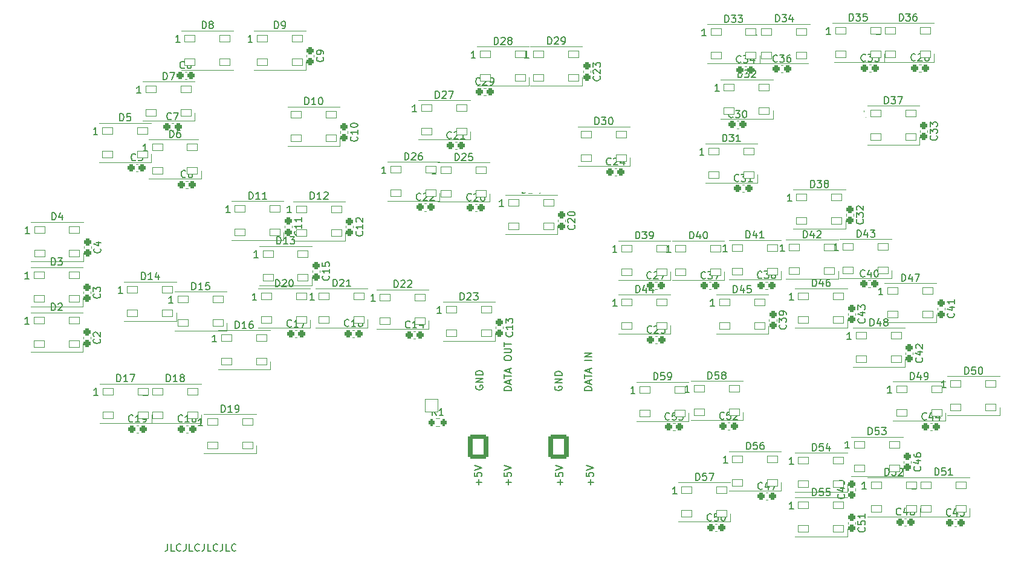
<source format=gbr>
%TF.GenerationSoftware,KiCad,Pcbnew,(6.0.9)*%
%TF.CreationDate,2023-04-01T15:36:49-08:00*%
%TF.ProjectId,SNSR PANEL,534e5352-2050-4414-9e45-4c2e6b696361,3*%
%TF.SameCoordinates,Original*%
%TF.FileFunction,Legend,Top*%
%TF.FilePolarity,Positive*%
%FSLAX46Y46*%
G04 Gerber Fmt 4.6, Leading zero omitted, Abs format (unit mm)*
G04 Created by KiCad (PCBNEW (6.0.9)) date 2023-04-01 15:36:49*
%MOMM*%
%LPD*%
G01*
G04 APERTURE LIST*
G04 Aperture macros list*
%AMRoundRect*
0 Rectangle with rounded corners*
0 $1 Rounding radius*
0 $2 $3 $4 $5 $6 $7 $8 $9 X,Y pos of 4 corners*
0 Add a 4 corners polygon primitive as box body*
4,1,4,$2,$3,$4,$5,$6,$7,$8,$9,$2,$3,0*
0 Add four circle primitives for the rounded corners*
1,1,$1+$1,$2,$3*
1,1,$1+$1,$4,$5*
1,1,$1+$1,$6,$7*
1,1,$1+$1,$8,$9*
0 Add four rect primitives between the rounded corners*
20,1,$1+$1,$2,$3,$4,$5,0*
20,1,$1+$1,$4,$5,$6,$7,0*
20,1,$1+$1,$6,$7,$8,$9,0*
20,1,$1+$1,$8,$9,$2,$3,0*%
G04 Aperture macros list end*
%ADD10C,0.150000*%
%ADD11C,0.120000*%
%ADD12C,4.400000*%
%ADD13C,12.800000*%
%ADD14C,3.672000*%
%ADD15RoundRect,0.050000X-0.750000X-0.450000X0.750000X-0.450000X0.750000X0.450000X-0.750000X0.450000X0*%
%ADD16RoundRect,0.275000X-0.250000X0.225000X-0.250000X-0.225000X0.250000X-0.225000X0.250000X0.225000X0*%
%ADD17RoundRect,0.275000X-0.225000X-0.250000X0.225000X-0.250000X0.225000X0.250000X-0.225000X0.250000X0*%
%ADD18RoundRect,0.275000X0.250000X-0.225000X0.250000X0.225000X-0.250000X0.225000X-0.250000X-0.225000X0*%
%ADD19RoundRect,0.250000X-0.200000X-0.275000X0.200000X-0.275000X0.200000X0.275000X-0.200000X0.275000X0*%
%ADD20RoundRect,0.050000X0.900000X-0.900000X0.900000X0.900000X-0.900000X0.900000X-0.900000X-0.900000X0*%
%ADD21C,1.900000*%
%ADD22RoundRect,0.300001X-1.099999X-1.399999X1.099999X-1.399999X1.099999X1.399999X-1.099999X1.399999X0*%
%ADD23O,2.800000X3.400000*%
G04 APERTURE END LIST*
D10*
X159921428Y-115435714D02*
X159921428Y-114673809D01*
X160302380Y-115054761D02*
X159540476Y-115054761D01*
X159302380Y-113721428D02*
X159302380Y-114197619D01*
X159778571Y-114245238D01*
X159730952Y-114197619D01*
X159683333Y-114102380D01*
X159683333Y-113864285D01*
X159730952Y-113769047D01*
X159778571Y-113721428D01*
X159873809Y-113673809D01*
X160111904Y-113673809D01*
X160207142Y-113721428D01*
X160254761Y-113769047D01*
X160302380Y-113864285D01*
X160302380Y-114102380D01*
X160254761Y-114197619D01*
X160207142Y-114245238D01*
X159302380Y-113388095D02*
X160302380Y-113054761D01*
X159302380Y-112721428D01*
X154950000Y-101611904D02*
X154902380Y-101707142D01*
X154902380Y-101850000D01*
X154950000Y-101992857D01*
X155045238Y-102088095D01*
X155140476Y-102135714D01*
X155330952Y-102183333D01*
X155473809Y-102183333D01*
X155664285Y-102135714D01*
X155759523Y-102088095D01*
X155854761Y-101992857D01*
X155902380Y-101850000D01*
X155902380Y-101754761D01*
X155854761Y-101611904D01*
X155807142Y-101564285D01*
X155473809Y-101564285D01*
X155473809Y-101754761D01*
X155902380Y-101135714D02*
X154902380Y-101135714D01*
X155902380Y-100564285D01*
X154902380Y-100564285D01*
X155902380Y-100088095D02*
X154902380Y-100088095D01*
X154902380Y-99850000D01*
X154950000Y-99707142D01*
X155045238Y-99611904D01*
X155140476Y-99564285D01*
X155330952Y-99516666D01*
X155473809Y-99516666D01*
X155664285Y-99564285D01*
X155759523Y-99611904D01*
X155854761Y-99707142D01*
X155902380Y-99850000D01*
X155902380Y-100088095D01*
X100680952Y-123702380D02*
X100680952Y-124416666D01*
X100633333Y-124559523D01*
X100538095Y-124654761D01*
X100395238Y-124702380D01*
X100300000Y-124702380D01*
X101633333Y-124702380D02*
X101157142Y-124702380D01*
X101157142Y-123702380D01*
X102538095Y-124607142D02*
X102490476Y-124654761D01*
X102347619Y-124702380D01*
X102252380Y-124702380D01*
X102109523Y-124654761D01*
X102014285Y-124559523D01*
X101966666Y-124464285D01*
X101919047Y-124273809D01*
X101919047Y-124130952D01*
X101966666Y-123940476D01*
X102014285Y-123845238D01*
X102109523Y-123750000D01*
X102252380Y-123702380D01*
X102347619Y-123702380D01*
X102490476Y-123750000D01*
X102538095Y-123797619D01*
X103252380Y-123702380D02*
X103252380Y-124416666D01*
X103204761Y-124559523D01*
X103109523Y-124654761D01*
X102966666Y-124702380D01*
X102871428Y-124702380D01*
X104204761Y-124702380D02*
X103728571Y-124702380D01*
X103728571Y-123702380D01*
X105109523Y-124607142D02*
X105061904Y-124654761D01*
X104919047Y-124702380D01*
X104823809Y-124702380D01*
X104680952Y-124654761D01*
X104585714Y-124559523D01*
X104538095Y-124464285D01*
X104490476Y-124273809D01*
X104490476Y-124130952D01*
X104538095Y-123940476D01*
X104585714Y-123845238D01*
X104680952Y-123750000D01*
X104823809Y-123702380D01*
X104919047Y-123702380D01*
X105061904Y-123750000D01*
X105109523Y-123797619D01*
X105823809Y-123702380D02*
X105823809Y-124416666D01*
X105776190Y-124559523D01*
X105680952Y-124654761D01*
X105538095Y-124702380D01*
X105442857Y-124702380D01*
X106776190Y-124702380D02*
X106300000Y-124702380D01*
X106300000Y-123702380D01*
X107680952Y-124607142D02*
X107633333Y-124654761D01*
X107490476Y-124702380D01*
X107395238Y-124702380D01*
X107252380Y-124654761D01*
X107157142Y-124559523D01*
X107109523Y-124464285D01*
X107061904Y-124273809D01*
X107061904Y-124130952D01*
X107109523Y-123940476D01*
X107157142Y-123845238D01*
X107252380Y-123750000D01*
X107395238Y-123702380D01*
X107490476Y-123702380D01*
X107633333Y-123750000D01*
X107680952Y-123797619D01*
X108395238Y-123702380D02*
X108395238Y-124416666D01*
X108347619Y-124559523D01*
X108252380Y-124654761D01*
X108109523Y-124702380D01*
X108014285Y-124702380D01*
X109347619Y-124702380D02*
X108871428Y-124702380D01*
X108871428Y-123702380D01*
X110252380Y-124607142D02*
X110204761Y-124654761D01*
X110061904Y-124702380D01*
X109966666Y-124702380D01*
X109823809Y-124654761D01*
X109728571Y-124559523D01*
X109680952Y-124464285D01*
X109633333Y-124273809D01*
X109633333Y-124130952D01*
X109680952Y-123940476D01*
X109728571Y-123845238D01*
X109823809Y-123750000D01*
X109966666Y-123702380D01*
X110061904Y-123702380D01*
X110204761Y-123750000D01*
X110252380Y-123797619D01*
X155671428Y-115435714D02*
X155671428Y-114673809D01*
X156052380Y-115054761D02*
X155290476Y-115054761D01*
X155052380Y-113721428D02*
X155052380Y-114197619D01*
X155528571Y-114245238D01*
X155480952Y-114197619D01*
X155433333Y-114102380D01*
X155433333Y-113864285D01*
X155480952Y-113769047D01*
X155528571Y-113721428D01*
X155623809Y-113673809D01*
X155861904Y-113673809D01*
X155957142Y-113721428D01*
X156004761Y-113769047D01*
X156052380Y-113864285D01*
X156052380Y-114102380D01*
X156004761Y-114197619D01*
X155957142Y-114245238D01*
X155052380Y-113388095D02*
X156052380Y-113054761D01*
X155052380Y-112721428D01*
X148827380Y-102184523D02*
X147827380Y-102184523D01*
X147827380Y-101946428D01*
X147875000Y-101803571D01*
X147970238Y-101708333D01*
X148065476Y-101660714D01*
X148255952Y-101613095D01*
X148398809Y-101613095D01*
X148589285Y-101660714D01*
X148684523Y-101708333D01*
X148779761Y-101803571D01*
X148827380Y-101946428D01*
X148827380Y-102184523D01*
X148541666Y-101232142D02*
X148541666Y-100755952D01*
X148827380Y-101327380D02*
X147827380Y-100994047D01*
X148827380Y-100660714D01*
X147827380Y-100470238D02*
X147827380Y-99898809D01*
X148827380Y-100184523D02*
X147827380Y-100184523D01*
X148541666Y-99613095D02*
X148541666Y-99136904D01*
X148827380Y-99708333D02*
X147827380Y-99375000D01*
X148827380Y-99041666D01*
X147827380Y-97755952D02*
X147827380Y-97565476D01*
X147875000Y-97470238D01*
X147970238Y-97375000D01*
X148160714Y-97327380D01*
X148494047Y-97327380D01*
X148684523Y-97375000D01*
X148779761Y-97470238D01*
X148827380Y-97565476D01*
X148827380Y-97755952D01*
X148779761Y-97851190D01*
X148684523Y-97946428D01*
X148494047Y-97994047D01*
X148160714Y-97994047D01*
X147970238Y-97946428D01*
X147875000Y-97851190D01*
X147827380Y-97755952D01*
X147827380Y-96898809D02*
X148636904Y-96898809D01*
X148732142Y-96851190D01*
X148779761Y-96803571D01*
X148827380Y-96708333D01*
X148827380Y-96517857D01*
X148779761Y-96422619D01*
X148732142Y-96375000D01*
X148636904Y-96327380D01*
X147827380Y-96327380D01*
X147827380Y-95994047D02*
X147827380Y-95422619D01*
X148827380Y-95708333D02*
X147827380Y-95708333D01*
X148446428Y-115435714D02*
X148446428Y-114673809D01*
X148827380Y-115054761D02*
X148065476Y-115054761D01*
X147827380Y-113721428D02*
X147827380Y-114197619D01*
X148303571Y-114245238D01*
X148255952Y-114197619D01*
X148208333Y-114102380D01*
X148208333Y-113864285D01*
X148255952Y-113769047D01*
X148303571Y-113721428D01*
X148398809Y-113673809D01*
X148636904Y-113673809D01*
X148732142Y-113721428D01*
X148779761Y-113769047D01*
X148827380Y-113864285D01*
X148827380Y-114102380D01*
X148779761Y-114197619D01*
X148732142Y-114245238D01*
X147827380Y-113388095D02*
X148827380Y-113054761D01*
X147827380Y-112721428D01*
X160077380Y-102192857D02*
X159077380Y-102192857D01*
X159077380Y-101954761D01*
X159125000Y-101811904D01*
X159220238Y-101716666D01*
X159315476Y-101669047D01*
X159505952Y-101621428D01*
X159648809Y-101621428D01*
X159839285Y-101669047D01*
X159934523Y-101716666D01*
X160029761Y-101811904D01*
X160077380Y-101954761D01*
X160077380Y-102192857D01*
X159791666Y-101240476D02*
X159791666Y-100764285D01*
X160077380Y-101335714D02*
X159077380Y-101002380D01*
X160077380Y-100669047D01*
X159077380Y-100478571D02*
X159077380Y-99907142D01*
X160077380Y-100192857D02*
X159077380Y-100192857D01*
X159791666Y-99621428D02*
X159791666Y-99145238D01*
X160077380Y-99716666D02*
X159077380Y-99383333D01*
X160077380Y-99050000D01*
X160077380Y-97954761D02*
X159077380Y-97954761D01*
X160077380Y-97478571D02*
X159077380Y-97478571D01*
X160077380Y-96907142D01*
X159077380Y-96907142D01*
X143875000Y-101511904D02*
X143827380Y-101607142D01*
X143827380Y-101750000D01*
X143875000Y-101892857D01*
X143970238Y-101988095D01*
X144065476Y-102035714D01*
X144255952Y-102083333D01*
X144398809Y-102083333D01*
X144589285Y-102035714D01*
X144684523Y-101988095D01*
X144779761Y-101892857D01*
X144827380Y-101750000D01*
X144827380Y-101654761D01*
X144779761Y-101511904D01*
X144732142Y-101464285D01*
X144398809Y-101464285D01*
X144398809Y-101654761D01*
X144827380Y-101035714D02*
X143827380Y-101035714D01*
X144827380Y-100464285D01*
X143827380Y-100464285D01*
X144827380Y-99988095D02*
X143827380Y-99988095D01*
X143827380Y-99750000D01*
X143875000Y-99607142D01*
X143970238Y-99511904D01*
X144065476Y-99464285D01*
X144255952Y-99416666D01*
X144398809Y-99416666D01*
X144589285Y-99464285D01*
X144684523Y-99511904D01*
X144779761Y-99607142D01*
X144827380Y-99750000D01*
X144827380Y-99988095D01*
X144271428Y-115435714D02*
X144271428Y-114673809D01*
X144652380Y-115054761D02*
X143890476Y-115054761D01*
X143652380Y-113721428D02*
X143652380Y-114197619D01*
X144128571Y-114245238D01*
X144080952Y-114197619D01*
X144033333Y-114102380D01*
X144033333Y-113864285D01*
X144080952Y-113769047D01*
X144128571Y-113721428D01*
X144223809Y-113673809D01*
X144461904Y-113673809D01*
X144557142Y-113721428D01*
X144604761Y-113769047D01*
X144652380Y-113864285D01*
X144652380Y-114102380D01*
X144604761Y-114197619D01*
X144557142Y-114245238D01*
X143652380Y-113388095D02*
X144652380Y-113054761D01*
X143652380Y-112721428D01*
%TO.C,D2*%
X84391104Y-90957580D02*
X84391104Y-89957580D01*
X84629200Y-89957580D01*
X84772057Y-90005200D01*
X84867295Y-90100438D01*
X84914914Y-90195676D01*
X84962533Y-90386152D01*
X84962533Y-90529009D01*
X84914914Y-90719485D01*
X84867295Y-90814723D01*
X84772057Y-90909961D01*
X84629200Y-90957580D01*
X84391104Y-90957580D01*
X85343485Y-90052819D02*
X85391104Y-90005200D01*
X85486342Y-89957580D01*
X85724438Y-89957580D01*
X85819676Y-90005200D01*
X85867295Y-90052819D01*
X85914914Y-90148057D01*
X85914914Y-90243295D01*
X85867295Y-90386152D01*
X85295866Y-90957580D01*
X85914914Y-90957580D01*
X81264914Y-92857580D02*
X80693485Y-92857580D01*
X80979200Y-92857580D02*
X80979200Y-91857580D01*
X80883961Y-92000438D01*
X80788723Y-92095676D01*
X80693485Y-92143295D01*
%TO.C,D3*%
X84402704Y-84607780D02*
X84402704Y-83607780D01*
X84640800Y-83607780D01*
X84783657Y-83655400D01*
X84878895Y-83750638D01*
X84926514Y-83845876D01*
X84974133Y-84036352D01*
X84974133Y-84179209D01*
X84926514Y-84369685D01*
X84878895Y-84464923D01*
X84783657Y-84560161D01*
X84640800Y-84607780D01*
X84402704Y-84607780D01*
X85307466Y-83607780D02*
X85926514Y-83607780D01*
X85593180Y-83988733D01*
X85736038Y-83988733D01*
X85831276Y-84036352D01*
X85878895Y-84083971D01*
X85926514Y-84179209D01*
X85926514Y-84417304D01*
X85878895Y-84512542D01*
X85831276Y-84560161D01*
X85736038Y-84607780D01*
X85450323Y-84607780D01*
X85355085Y-84560161D01*
X85307466Y-84512542D01*
X81276514Y-86507780D02*
X80705085Y-86507780D01*
X80990800Y-86507780D02*
X80990800Y-85507780D01*
X80895561Y-85650638D01*
X80800323Y-85745876D01*
X80705085Y-85793495D01*
%TO.C,D4*%
X84465104Y-78257580D02*
X84465104Y-77257580D01*
X84703200Y-77257580D01*
X84846057Y-77305200D01*
X84941295Y-77400438D01*
X84988914Y-77495676D01*
X85036533Y-77686152D01*
X85036533Y-77829009D01*
X84988914Y-78019485D01*
X84941295Y-78114723D01*
X84846057Y-78209961D01*
X84703200Y-78257580D01*
X84465104Y-78257580D01*
X85893676Y-77590914D02*
X85893676Y-78257580D01*
X85655580Y-77209961D02*
X85417485Y-77924247D01*
X86036533Y-77924247D01*
X81338914Y-80157580D02*
X80767485Y-80157580D01*
X81053200Y-80157580D02*
X81053200Y-79157580D01*
X80957961Y-79300438D01*
X80862723Y-79395676D01*
X80767485Y-79443295D01*
%TO.C,D5*%
X93990104Y-64363780D02*
X93990104Y-63363780D01*
X94228200Y-63363780D01*
X94371057Y-63411400D01*
X94466295Y-63506638D01*
X94513914Y-63601876D01*
X94561533Y-63792352D01*
X94561533Y-63935209D01*
X94513914Y-64125685D01*
X94466295Y-64220923D01*
X94371057Y-64316161D01*
X94228200Y-64363780D01*
X93990104Y-64363780D01*
X95466295Y-63363780D02*
X94990104Y-63363780D01*
X94942485Y-63839971D01*
X94990104Y-63792352D01*
X95085342Y-63744733D01*
X95323438Y-63744733D01*
X95418676Y-63792352D01*
X95466295Y-63839971D01*
X95513914Y-63935209D01*
X95513914Y-64173304D01*
X95466295Y-64268542D01*
X95418676Y-64316161D01*
X95323438Y-64363780D01*
X95085342Y-64363780D01*
X94990104Y-64316161D01*
X94942485Y-64268542D01*
X90863914Y-66263780D02*
X90292485Y-66263780D01*
X90578200Y-66263780D02*
X90578200Y-65263780D01*
X90482961Y-65406638D01*
X90387723Y-65501876D01*
X90292485Y-65549495D01*
%TO.C,D6*%
X100974904Y-66700580D02*
X100974904Y-65700580D01*
X101213000Y-65700580D01*
X101355857Y-65748200D01*
X101451095Y-65843438D01*
X101498714Y-65938676D01*
X101546333Y-66129152D01*
X101546333Y-66272009D01*
X101498714Y-66462485D01*
X101451095Y-66557723D01*
X101355857Y-66652961D01*
X101213000Y-66700580D01*
X100974904Y-66700580D01*
X102403476Y-65700580D02*
X102213000Y-65700580D01*
X102117761Y-65748200D01*
X102070142Y-65795819D01*
X101974904Y-65938676D01*
X101927285Y-66129152D01*
X101927285Y-66510104D01*
X101974904Y-66605342D01*
X102022523Y-66652961D01*
X102117761Y-66700580D01*
X102308238Y-66700580D01*
X102403476Y-66652961D01*
X102451095Y-66605342D01*
X102498714Y-66510104D01*
X102498714Y-66272009D01*
X102451095Y-66176771D01*
X102403476Y-66129152D01*
X102308238Y-66081533D01*
X102117761Y-66081533D01*
X102022523Y-66129152D01*
X101974904Y-66176771D01*
X101927285Y-66272009D01*
X97848714Y-68600580D02*
X97277285Y-68600580D01*
X97563000Y-68600580D02*
X97563000Y-67600580D01*
X97467761Y-67743438D01*
X97372523Y-67838676D01*
X97277285Y-67886295D01*
%TO.C,D7*%
X100062904Y-58572580D02*
X100062904Y-57572580D01*
X100301000Y-57572580D01*
X100443857Y-57620200D01*
X100539095Y-57715438D01*
X100586714Y-57810676D01*
X100634333Y-58001152D01*
X100634333Y-58144009D01*
X100586714Y-58334485D01*
X100539095Y-58429723D01*
X100443857Y-58524961D01*
X100301000Y-58572580D01*
X100062904Y-58572580D01*
X100967666Y-57572580D02*
X101634333Y-57572580D01*
X101205761Y-58572580D01*
X96936714Y-60472580D02*
X96365285Y-60472580D01*
X96651000Y-60472580D02*
X96651000Y-59472580D01*
X96555761Y-59615438D01*
X96460523Y-59710676D01*
X96365285Y-59758295D01*
%TO.C,D8*%
X105523904Y-51410180D02*
X105523904Y-50410180D01*
X105762000Y-50410180D01*
X105904857Y-50457800D01*
X106000095Y-50553038D01*
X106047714Y-50648276D01*
X106095333Y-50838752D01*
X106095333Y-50981609D01*
X106047714Y-51172085D01*
X106000095Y-51267323D01*
X105904857Y-51362561D01*
X105762000Y-51410180D01*
X105523904Y-51410180D01*
X106666761Y-50838752D02*
X106571523Y-50791133D01*
X106523904Y-50743514D01*
X106476285Y-50648276D01*
X106476285Y-50600657D01*
X106523904Y-50505419D01*
X106571523Y-50457800D01*
X106666761Y-50410180D01*
X106857238Y-50410180D01*
X106952476Y-50457800D01*
X107000095Y-50505419D01*
X107047714Y-50600657D01*
X107047714Y-50648276D01*
X107000095Y-50743514D01*
X106952476Y-50791133D01*
X106857238Y-50838752D01*
X106666761Y-50838752D01*
X106571523Y-50886371D01*
X106523904Y-50933990D01*
X106476285Y-51029228D01*
X106476285Y-51219704D01*
X106523904Y-51314942D01*
X106571523Y-51362561D01*
X106666761Y-51410180D01*
X106857238Y-51410180D01*
X106952476Y-51362561D01*
X107000095Y-51314942D01*
X107047714Y-51219704D01*
X107047714Y-51029228D01*
X107000095Y-50933990D01*
X106952476Y-50886371D01*
X106857238Y-50838752D01*
X102397714Y-53310180D02*
X101826285Y-53310180D01*
X102112000Y-53310180D02*
X102112000Y-52310180D01*
X102016761Y-52453038D01*
X101921523Y-52548276D01*
X101826285Y-52595895D01*
%TO.C,D9*%
X115658904Y-51409780D02*
X115658904Y-50409780D01*
X115897000Y-50409780D01*
X116039857Y-50457400D01*
X116135095Y-50552638D01*
X116182714Y-50647876D01*
X116230333Y-50838352D01*
X116230333Y-50981209D01*
X116182714Y-51171685D01*
X116135095Y-51266923D01*
X116039857Y-51362161D01*
X115897000Y-51409780D01*
X115658904Y-51409780D01*
X116706523Y-51409780D02*
X116897000Y-51409780D01*
X116992238Y-51362161D01*
X117039857Y-51314542D01*
X117135095Y-51171685D01*
X117182714Y-50981209D01*
X117182714Y-50600257D01*
X117135095Y-50505019D01*
X117087476Y-50457400D01*
X116992238Y-50409780D01*
X116801761Y-50409780D01*
X116706523Y-50457400D01*
X116658904Y-50505019D01*
X116611285Y-50600257D01*
X116611285Y-50838352D01*
X116658904Y-50933590D01*
X116706523Y-50981209D01*
X116801761Y-51028828D01*
X116992238Y-51028828D01*
X117087476Y-50981209D01*
X117135095Y-50933590D01*
X117182714Y-50838352D01*
X112532714Y-53309780D02*
X111961285Y-53309780D01*
X112247000Y-53309780D02*
X112247000Y-52309780D01*
X112151761Y-52452638D01*
X112056523Y-52547876D01*
X111961285Y-52595495D01*
%TO.C,D10*%
X119906714Y-62077780D02*
X119906714Y-61077780D01*
X120144809Y-61077780D01*
X120287666Y-61125400D01*
X120382904Y-61220638D01*
X120430523Y-61315876D01*
X120478142Y-61506352D01*
X120478142Y-61649209D01*
X120430523Y-61839685D01*
X120382904Y-61934923D01*
X120287666Y-62030161D01*
X120144809Y-62077780D01*
X119906714Y-62077780D01*
X121430523Y-62077780D02*
X120859095Y-62077780D01*
X121144809Y-62077780D02*
X121144809Y-61077780D01*
X121049571Y-61220638D01*
X120954333Y-61315876D01*
X120859095Y-61363495D01*
X122049571Y-61077780D02*
X122144809Y-61077780D01*
X122240047Y-61125400D01*
X122287666Y-61173019D01*
X122335285Y-61268257D01*
X122382904Y-61458733D01*
X122382904Y-61696828D01*
X122335285Y-61887304D01*
X122287666Y-61982542D01*
X122240047Y-62030161D01*
X122144809Y-62077780D01*
X122049571Y-62077780D01*
X121954333Y-62030161D01*
X121906714Y-61982542D01*
X121859095Y-61887304D01*
X121811476Y-61696828D01*
X121811476Y-61458733D01*
X121859095Y-61268257D01*
X121906714Y-61173019D01*
X121954333Y-61125400D01*
X122049571Y-61077780D01*
X117256714Y-63977780D02*
X116685285Y-63977780D01*
X116971000Y-63977780D02*
X116971000Y-62977780D01*
X116875761Y-63120638D01*
X116780523Y-63215876D01*
X116685285Y-63263495D01*
%TO.C,D11*%
X112083714Y-75336580D02*
X112083714Y-74336580D01*
X112321809Y-74336580D01*
X112464666Y-74384200D01*
X112559904Y-74479438D01*
X112607523Y-74574676D01*
X112655142Y-74765152D01*
X112655142Y-74908009D01*
X112607523Y-75098485D01*
X112559904Y-75193723D01*
X112464666Y-75288961D01*
X112321809Y-75336580D01*
X112083714Y-75336580D01*
X113607523Y-75336580D02*
X113036095Y-75336580D01*
X113321809Y-75336580D02*
X113321809Y-74336580D01*
X113226571Y-74479438D01*
X113131333Y-74574676D01*
X113036095Y-74622295D01*
X114559904Y-75336580D02*
X113988476Y-75336580D01*
X114274190Y-75336580D02*
X114274190Y-74336580D01*
X114178952Y-74479438D01*
X114083714Y-74574676D01*
X113988476Y-74622295D01*
X109433714Y-77236580D02*
X108862285Y-77236580D01*
X109148000Y-77236580D02*
X109148000Y-76236580D01*
X109052761Y-76379438D01*
X108957523Y-76474676D01*
X108862285Y-76522295D01*
%TO.C,D12*%
X120668714Y-75361980D02*
X120668714Y-74361980D01*
X120906809Y-74361980D01*
X121049666Y-74409600D01*
X121144904Y-74504838D01*
X121192523Y-74600076D01*
X121240142Y-74790552D01*
X121240142Y-74933409D01*
X121192523Y-75123885D01*
X121144904Y-75219123D01*
X121049666Y-75314361D01*
X120906809Y-75361980D01*
X120668714Y-75361980D01*
X122192523Y-75361980D02*
X121621095Y-75361980D01*
X121906809Y-75361980D02*
X121906809Y-74361980D01*
X121811571Y-74504838D01*
X121716333Y-74600076D01*
X121621095Y-74647695D01*
X122573476Y-74457219D02*
X122621095Y-74409600D01*
X122716333Y-74361980D01*
X122954428Y-74361980D01*
X123049666Y-74409600D01*
X123097285Y-74457219D01*
X123144904Y-74552457D01*
X123144904Y-74647695D01*
X123097285Y-74790552D01*
X122525857Y-75361980D01*
X123144904Y-75361980D01*
X118018714Y-77261980D02*
X117447285Y-77261980D01*
X117733000Y-77261980D02*
X117733000Y-76261980D01*
X117637761Y-76404838D01*
X117542523Y-76500076D01*
X117447285Y-76547695D01*
%TO.C,D13*%
X115994714Y-81636180D02*
X115994714Y-80636180D01*
X116232809Y-80636180D01*
X116375666Y-80683800D01*
X116470904Y-80779038D01*
X116518523Y-80874276D01*
X116566142Y-81064752D01*
X116566142Y-81207609D01*
X116518523Y-81398085D01*
X116470904Y-81493323D01*
X116375666Y-81588561D01*
X116232809Y-81636180D01*
X115994714Y-81636180D01*
X117518523Y-81636180D02*
X116947095Y-81636180D01*
X117232809Y-81636180D02*
X117232809Y-80636180D01*
X117137571Y-80779038D01*
X117042333Y-80874276D01*
X116947095Y-80921895D01*
X117851857Y-80636180D02*
X118470904Y-80636180D01*
X118137571Y-81017133D01*
X118280428Y-81017133D01*
X118375666Y-81064752D01*
X118423285Y-81112371D01*
X118470904Y-81207609D01*
X118470904Y-81445704D01*
X118423285Y-81540942D01*
X118375666Y-81588561D01*
X118280428Y-81636180D01*
X117994714Y-81636180D01*
X117899476Y-81588561D01*
X117851857Y-81540942D01*
X113344714Y-83536180D02*
X112773285Y-83536180D01*
X113059000Y-83536180D02*
X113059000Y-82536180D01*
X112963761Y-82679038D01*
X112868523Y-82774276D01*
X112773285Y-82821895D01*
%TO.C,D14*%
X97021314Y-86639980D02*
X97021314Y-85639980D01*
X97259409Y-85639980D01*
X97402266Y-85687600D01*
X97497504Y-85782838D01*
X97545123Y-85878076D01*
X97592742Y-86068552D01*
X97592742Y-86211409D01*
X97545123Y-86401885D01*
X97497504Y-86497123D01*
X97402266Y-86592361D01*
X97259409Y-86639980D01*
X97021314Y-86639980D01*
X98545123Y-86639980D02*
X97973695Y-86639980D01*
X98259409Y-86639980D02*
X98259409Y-85639980D01*
X98164171Y-85782838D01*
X98068933Y-85878076D01*
X97973695Y-85925695D01*
X99402266Y-85973314D02*
X99402266Y-86639980D01*
X99164171Y-85592361D02*
X98926076Y-86306647D01*
X99545123Y-86306647D01*
X94371314Y-88539980D02*
X93799885Y-88539980D01*
X94085600Y-88539980D02*
X94085600Y-87539980D01*
X93990361Y-87682838D01*
X93895123Y-87778076D01*
X93799885Y-87825695D01*
%TO.C,D15*%
X104080714Y-88036580D02*
X104080714Y-87036580D01*
X104318809Y-87036580D01*
X104461666Y-87084200D01*
X104556904Y-87179438D01*
X104604523Y-87274676D01*
X104652142Y-87465152D01*
X104652142Y-87608009D01*
X104604523Y-87798485D01*
X104556904Y-87893723D01*
X104461666Y-87988961D01*
X104318809Y-88036580D01*
X104080714Y-88036580D01*
X105604523Y-88036580D02*
X105033095Y-88036580D01*
X105318809Y-88036580D02*
X105318809Y-87036580D01*
X105223571Y-87179438D01*
X105128333Y-87274676D01*
X105033095Y-87322295D01*
X106509285Y-87036580D02*
X106033095Y-87036580D01*
X105985476Y-87512771D01*
X106033095Y-87465152D01*
X106128333Y-87417533D01*
X106366428Y-87417533D01*
X106461666Y-87465152D01*
X106509285Y-87512771D01*
X106556904Y-87608009D01*
X106556904Y-87846104D01*
X106509285Y-87941342D01*
X106461666Y-87988961D01*
X106366428Y-88036580D01*
X106128333Y-88036580D01*
X106033095Y-87988961D01*
X105985476Y-87941342D01*
X101430714Y-89936580D02*
X100859285Y-89936580D01*
X101145000Y-89936580D02*
X101145000Y-88936580D01*
X101049761Y-89079438D01*
X100954523Y-89174676D01*
X100859285Y-89222295D01*
%TO.C,D16*%
X110176714Y-93472580D02*
X110176714Y-92472580D01*
X110414809Y-92472580D01*
X110557666Y-92520200D01*
X110652904Y-92615438D01*
X110700523Y-92710676D01*
X110748142Y-92901152D01*
X110748142Y-93044009D01*
X110700523Y-93234485D01*
X110652904Y-93329723D01*
X110557666Y-93424961D01*
X110414809Y-93472580D01*
X110176714Y-93472580D01*
X111700523Y-93472580D02*
X111129095Y-93472580D01*
X111414809Y-93472580D02*
X111414809Y-92472580D01*
X111319571Y-92615438D01*
X111224333Y-92710676D01*
X111129095Y-92758295D01*
X112557666Y-92472580D02*
X112367190Y-92472580D01*
X112271952Y-92520200D01*
X112224333Y-92567819D01*
X112129095Y-92710676D01*
X112081476Y-92901152D01*
X112081476Y-93282104D01*
X112129095Y-93377342D01*
X112176714Y-93424961D01*
X112271952Y-93472580D01*
X112462428Y-93472580D01*
X112557666Y-93424961D01*
X112605285Y-93377342D01*
X112652904Y-93282104D01*
X112652904Y-93044009D01*
X112605285Y-92948771D01*
X112557666Y-92901152D01*
X112462428Y-92853533D01*
X112271952Y-92853533D01*
X112176714Y-92901152D01*
X112129095Y-92948771D01*
X112081476Y-93044009D01*
X107526714Y-95372580D02*
X106955285Y-95372580D01*
X107241000Y-95372580D02*
X107241000Y-94372580D01*
X107145761Y-94515438D01*
X107050523Y-94610676D01*
X106955285Y-94658295D01*
%TO.C,D17*%
X93566914Y-100939380D02*
X93566914Y-99939380D01*
X93805009Y-99939380D01*
X93947866Y-99987000D01*
X94043104Y-100082238D01*
X94090723Y-100177476D01*
X94138342Y-100367952D01*
X94138342Y-100510809D01*
X94090723Y-100701285D01*
X94043104Y-100796523D01*
X93947866Y-100891761D01*
X93805009Y-100939380D01*
X93566914Y-100939380D01*
X95090723Y-100939380D02*
X94519295Y-100939380D01*
X94805009Y-100939380D02*
X94805009Y-99939380D01*
X94709771Y-100082238D01*
X94614533Y-100177476D01*
X94519295Y-100225095D01*
X95424057Y-99939380D02*
X96090723Y-99939380D01*
X95662152Y-100939380D01*
X90916914Y-102839380D02*
X90345485Y-102839380D01*
X90631200Y-102839380D02*
X90631200Y-101839380D01*
X90535961Y-101982238D01*
X90440723Y-102077476D01*
X90345485Y-102125095D01*
%TO.C,D18*%
X100526714Y-100939380D02*
X100526714Y-99939380D01*
X100764809Y-99939380D01*
X100907666Y-99987000D01*
X101002904Y-100082238D01*
X101050523Y-100177476D01*
X101098142Y-100367952D01*
X101098142Y-100510809D01*
X101050523Y-100701285D01*
X101002904Y-100796523D01*
X100907666Y-100891761D01*
X100764809Y-100939380D01*
X100526714Y-100939380D01*
X102050523Y-100939380D02*
X101479095Y-100939380D01*
X101764809Y-100939380D02*
X101764809Y-99939380D01*
X101669571Y-100082238D01*
X101574333Y-100177476D01*
X101479095Y-100225095D01*
X102621952Y-100367952D02*
X102526714Y-100320333D01*
X102479095Y-100272714D01*
X102431476Y-100177476D01*
X102431476Y-100129857D01*
X102479095Y-100034619D01*
X102526714Y-99987000D01*
X102621952Y-99939380D01*
X102812428Y-99939380D01*
X102907666Y-99987000D01*
X102955285Y-100034619D01*
X103002904Y-100129857D01*
X103002904Y-100177476D01*
X102955285Y-100272714D01*
X102907666Y-100320333D01*
X102812428Y-100367952D01*
X102621952Y-100367952D01*
X102526714Y-100415571D01*
X102479095Y-100463190D01*
X102431476Y-100558428D01*
X102431476Y-100748904D01*
X102479095Y-100844142D01*
X102526714Y-100891761D01*
X102621952Y-100939380D01*
X102812428Y-100939380D01*
X102907666Y-100891761D01*
X102955285Y-100844142D01*
X103002904Y-100748904D01*
X103002904Y-100558428D01*
X102955285Y-100463190D01*
X102907666Y-100415571D01*
X102812428Y-100367952D01*
X97876714Y-102839380D02*
X97305285Y-102839380D01*
X97591000Y-102839380D02*
X97591000Y-101839380D01*
X97495761Y-101982238D01*
X97400523Y-102077476D01*
X97305285Y-102125095D01*
%TO.C,D19*%
X108210714Y-105227380D02*
X108210714Y-104227380D01*
X108448809Y-104227380D01*
X108591666Y-104275000D01*
X108686904Y-104370238D01*
X108734523Y-104465476D01*
X108782142Y-104655952D01*
X108782142Y-104798809D01*
X108734523Y-104989285D01*
X108686904Y-105084523D01*
X108591666Y-105179761D01*
X108448809Y-105227380D01*
X108210714Y-105227380D01*
X109734523Y-105227380D02*
X109163095Y-105227380D01*
X109448809Y-105227380D02*
X109448809Y-104227380D01*
X109353571Y-104370238D01*
X109258333Y-104465476D01*
X109163095Y-104513095D01*
X110210714Y-105227380D02*
X110401190Y-105227380D01*
X110496428Y-105179761D01*
X110544047Y-105132142D01*
X110639285Y-104989285D01*
X110686904Y-104798809D01*
X110686904Y-104417857D01*
X110639285Y-104322619D01*
X110591666Y-104275000D01*
X110496428Y-104227380D01*
X110305952Y-104227380D01*
X110210714Y-104275000D01*
X110163095Y-104322619D01*
X110115476Y-104417857D01*
X110115476Y-104655952D01*
X110163095Y-104751190D01*
X110210714Y-104798809D01*
X110305952Y-104846428D01*
X110496428Y-104846428D01*
X110591666Y-104798809D01*
X110639285Y-104751190D01*
X110686904Y-104655952D01*
X105560714Y-107127380D02*
X104989285Y-107127380D01*
X105275000Y-107127380D02*
X105275000Y-106127380D01*
X105179761Y-106270238D01*
X105084523Y-106365476D01*
X104989285Y-106413095D01*
%TO.C,D20*%
X115791714Y-87630180D02*
X115791714Y-86630180D01*
X116029809Y-86630180D01*
X116172666Y-86677800D01*
X116267904Y-86773038D01*
X116315523Y-86868276D01*
X116363142Y-87058752D01*
X116363142Y-87201609D01*
X116315523Y-87392085D01*
X116267904Y-87487323D01*
X116172666Y-87582561D01*
X116029809Y-87630180D01*
X115791714Y-87630180D01*
X116744095Y-86725419D02*
X116791714Y-86677800D01*
X116886952Y-86630180D01*
X117125047Y-86630180D01*
X117220285Y-86677800D01*
X117267904Y-86725419D01*
X117315523Y-86820657D01*
X117315523Y-86915895D01*
X117267904Y-87058752D01*
X116696476Y-87630180D01*
X117315523Y-87630180D01*
X117934571Y-86630180D02*
X118029809Y-86630180D01*
X118125047Y-86677800D01*
X118172666Y-86725419D01*
X118220285Y-86820657D01*
X118267904Y-87011133D01*
X118267904Y-87249228D01*
X118220285Y-87439704D01*
X118172666Y-87534942D01*
X118125047Y-87582561D01*
X118029809Y-87630180D01*
X117934571Y-87630180D01*
X117839333Y-87582561D01*
X117791714Y-87534942D01*
X117744095Y-87439704D01*
X117696476Y-87249228D01*
X117696476Y-87011133D01*
X117744095Y-86820657D01*
X117791714Y-86725419D01*
X117839333Y-86677800D01*
X117934571Y-86630180D01*
X113141714Y-89530180D02*
X112570285Y-89530180D01*
X112856000Y-89530180D02*
X112856000Y-88530180D01*
X112760761Y-88673038D01*
X112665523Y-88768276D01*
X112570285Y-88815895D01*
%TO.C,D21*%
X123843714Y-87579380D02*
X123843714Y-86579380D01*
X124081809Y-86579380D01*
X124224666Y-86627000D01*
X124319904Y-86722238D01*
X124367523Y-86817476D01*
X124415142Y-87007952D01*
X124415142Y-87150809D01*
X124367523Y-87341285D01*
X124319904Y-87436523D01*
X124224666Y-87531761D01*
X124081809Y-87579380D01*
X123843714Y-87579380D01*
X124796095Y-86674619D02*
X124843714Y-86627000D01*
X124938952Y-86579380D01*
X125177047Y-86579380D01*
X125272285Y-86627000D01*
X125319904Y-86674619D01*
X125367523Y-86769857D01*
X125367523Y-86865095D01*
X125319904Y-87007952D01*
X124748476Y-87579380D01*
X125367523Y-87579380D01*
X126319904Y-87579380D02*
X125748476Y-87579380D01*
X126034190Y-87579380D02*
X126034190Y-86579380D01*
X125938952Y-86722238D01*
X125843714Y-86817476D01*
X125748476Y-86865095D01*
X121193714Y-89479380D02*
X120622285Y-89479380D01*
X120908000Y-89479380D02*
X120908000Y-88479380D01*
X120812761Y-88622238D01*
X120717523Y-88717476D01*
X120622285Y-88765095D01*
%TO.C,D22*%
X132403714Y-87731780D02*
X132403714Y-86731780D01*
X132641809Y-86731780D01*
X132784666Y-86779400D01*
X132879904Y-86874638D01*
X132927523Y-86969876D01*
X132975142Y-87160352D01*
X132975142Y-87303209D01*
X132927523Y-87493685D01*
X132879904Y-87588923D01*
X132784666Y-87684161D01*
X132641809Y-87731780D01*
X132403714Y-87731780D01*
X133356095Y-86827019D02*
X133403714Y-86779400D01*
X133498952Y-86731780D01*
X133737047Y-86731780D01*
X133832285Y-86779400D01*
X133879904Y-86827019D01*
X133927523Y-86922257D01*
X133927523Y-87017495D01*
X133879904Y-87160352D01*
X133308476Y-87731780D01*
X133927523Y-87731780D01*
X134308476Y-86827019D02*
X134356095Y-86779400D01*
X134451333Y-86731780D01*
X134689428Y-86731780D01*
X134784666Y-86779400D01*
X134832285Y-86827019D01*
X134879904Y-86922257D01*
X134879904Y-87017495D01*
X134832285Y-87160352D01*
X134260857Y-87731780D01*
X134879904Y-87731780D01*
X129753714Y-89631780D02*
X129182285Y-89631780D01*
X129468000Y-89631780D02*
X129468000Y-88631780D01*
X129372761Y-88774638D01*
X129277523Y-88869876D01*
X129182285Y-88917495D01*
%TO.C,D23*%
X141674714Y-89484380D02*
X141674714Y-88484380D01*
X141912809Y-88484380D01*
X142055666Y-88532000D01*
X142150904Y-88627238D01*
X142198523Y-88722476D01*
X142246142Y-88912952D01*
X142246142Y-89055809D01*
X142198523Y-89246285D01*
X142150904Y-89341523D01*
X142055666Y-89436761D01*
X141912809Y-89484380D01*
X141674714Y-89484380D01*
X142627095Y-88579619D02*
X142674714Y-88532000D01*
X142769952Y-88484380D01*
X143008047Y-88484380D01*
X143103285Y-88532000D01*
X143150904Y-88579619D01*
X143198523Y-88674857D01*
X143198523Y-88770095D01*
X143150904Y-88912952D01*
X142579476Y-89484380D01*
X143198523Y-89484380D01*
X143531857Y-88484380D02*
X144150904Y-88484380D01*
X143817571Y-88865333D01*
X143960428Y-88865333D01*
X144055666Y-88912952D01*
X144103285Y-88960571D01*
X144150904Y-89055809D01*
X144150904Y-89293904D01*
X144103285Y-89389142D01*
X144055666Y-89436761D01*
X143960428Y-89484380D01*
X143674714Y-89484380D01*
X143579476Y-89436761D01*
X143531857Y-89389142D01*
X139024714Y-91384380D02*
X138453285Y-91384380D01*
X138739000Y-91384380D02*
X138739000Y-90384380D01*
X138643761Y-90527238D01*
X138548523Y-90622476D01*
X138453285Y-90670095D01*
%TO.C,D24*%
X150386714Y-74472980D02*
X150386714Y-73472980D01*
X150624809Y-73472980D01*
X150767666Y-73520600D01*
X150862904Y-73615838D01*
X150910523Y-73711076D01*
X150958142Y-73901552D01*
X150958142Y-74044409D01*
X150910523Y-74234885D01*
X150862904Y-74330123D01*
X150767666Y-74425361D01*
X150624809Y-74472980D01*
X150386714Y-74472980D01*
X151339095Y-73568219D02*
X151386714Y-73520600D01*
X151481952Y-73472980D01*
X151720047Y-73472980D01*
X151815285Y-73520600D01*
X151862904Y-73568219D01*
X151910523Y-73663457D01*
X151910523Y-73758695D01*
X151862904Y-73901552D01*
X151291476Y-74472980D01*
X151910523Y-74472980D01*
X152767666Y-73806314D02*
X152767666Y-74472980D01*
X152529571Y-73425361D02*
X152291476Y-74139647D01*
X152910523Y-74139647D01*
X147736714Y-76372980D02*
X147165285Y-76372980D01*
X147451000Y-76372980D02*
X147451000Y-75372980D01*
X147355761Y-75515838D01*
X147260523Y-75611076D01*
X147165285Y-75658695D01*
%TO.C,D25*%
X140937714Y-69926380D02*
X140937714Y-68926380D01*
X141175809Y-68926380D01*
X141318666Y-68974000D01*
X141413904Y-69069238D01*
X141461523Y-69164476D01*
X141509142Y-69354952D01*
X141509142Y-69497809D01*
X141461523Y-69688285D01*
X141413904Y-69783523D01*
X141318666Y-69878761D01*
X141175809Y-69926380D01*
X140937714Y-69926380D01*
X141890095Y-69021619D02*
X141937714Y-68974000D01*
X142032952Y-68926380D01*
X142271047Y-68926380D01*
X142366285Y-68974000D01*
X142413904Y-69021619D01*
X142461523Y-69116857D01*
X142461523Y-69212095D01*
X142413904Y-69354952D01*
X141842476Y-69926380D01*
X142461523Y-69926380D01*
X143366285Y-68926380D02*
X142890095Y-68926380D01*
X142842476Y-69402571D01*
X142890095Y-69354952D01*
X142985333Y-69307333D01*
X143223428Y-69307333D01*
X143318666Y-69354952D01*
X143366285Y-69402571D01*
X143413904Y-69497809D01*
X143413904Y-69735904D01*
X143366285Y-69831142D01*
X143318666Y-69878761D01*
X143223428Y-69926380D01*
X142985333Y-69926380D01*
X142890095Y-69878761D01*
X142842476Y-69831142D01*
X138287714Y-71826380D02*
X137716285Y-71826380D01*
X138002000Y-71826380D02*
X138002000Y-70826380D01*
X137906761Y-70969238D01*
X137811523Y-71064476D01*
X137716285Y-71112095D01*
%TO.C,D26*%
X133901714Y-69850180D02*
X133901714Y-68850180D01*
X134139809Y-68850180D01*
X134282666Y-68897800D01*
X134377904Y-68993038D01*
X134425523Y-69088276D01*
X134473142Y-69278752D01*
X134473142Y-69421609D01*
X134425523Y-69612085D01*
X134377904Y-69707323D01*
X134282666Y-69802561D01*
X134139809Y-69850180D01*
X133901714Y-69850180D01*
X134854095Y-68945419D02*
X134901714Y-68897800D01*
X134996952Y-68850180D01*
X135235047Y-68850180D01*
X135330285Y-68897800D01*
X135377904Y-68945419D01*
X135425523Y-69040657D01*
X135425523Y-69135895D01*
X135377904Y-69278752D01*
X134806476Y-69850180D01*
X135425523Y-69850180D01*
X136282666Y-68850180D02*
X136092190Y-68850180D01*
X135996952Y-68897800D01*
X135949333Y-68945419D01*
X135854095Y-69088276D01*
X135806476Y-69278752D01*
X135806476Y-69659704D01*
X135854095Y-69754942D01*
X135901714Y-69802561D01*
X135996952Y-69850180D01*
X136187428Y-69850180D01*
X136282666Y-69802561D01*
X136330285Y-69754942D01*
X136377904Y-69659704D01*
X136377904Y-69421609D01*
X136330285Y-69326371D01*
X136282666Y-69278752D01*
X136187428Y-69231133D01*
X135996952Y-69231133D01*
X135901714Y-69278752D01*
X135854095Y-69326371D01*
X135806476Y-69421609D01*
X131251714Y-71750180D02*
X130680285Y-71750180D01*
X130966000Y-71750180D02*
X130966000Y-70750180D01*
X130870761Y-70893038D01*
X130775523Y-70988276D01*
X130680285Y-71035895D01*
%TO.C,D27*%
X138192714Y-61188780D02*
X138192714Y-60188780D01*
X138430809Y-60188780D01*
X138573666Y-60236400D01*
X138668904Y-60331638D01*
X138716523Y-60426876D01*
X138764142Y-60617352D01*
X138764142Y-60760209D01*
X138716523Y-60950685D01*
X138668904Y-61045923D01*
X138573666Y-61141161D01*
X138430809Y-61188780D01*
X138192714Y-61188780D01*
X139145095Y-60284019D02*
X139192714Y-60236400D01*
X139287952Y-60188780D01*
X139526047Y-60188780D01*
X139621285Y-60236400D01*
X139668904Y-60284019D01*
X139716523Y-60379257D01*
X139716523Y-60474495D01*
X139668904Y-60617352D01*
X139097476Y-61188780D01*
X139716523Y-61188780D01*
X140049857Y-60188780D02*
X140716523Y-60188780D01*
X140287952Y-61188780D01*
X135542714Y-63088780D02*
X134971285Y-63088780D01*
X135257000Y-63088780D02*
X135257000Y-62088780D01*
X135161761Y-62231638D01*
X135066523Y-62326876D01*
X134971285Y-62374495D01*
%TO.C,D28*%
X146435714Y-53645180D02*
X146435714Y-52645180D01*
X146673809Y-52645180D01*
X146816666Y-52692800D01*
X146911904Y-52788038D01*
X146959523Y-52883276D01*
X147007142Y-53073752D01*
X147007142Y-53216609D01*
X146959523Y-53407085D01*
X146911904Y-53502323D01*
X146816666Y-53597561D01*
X146673809Y-53645180D01*
X146435714Y-53645180D01*
X147388095Y-52740419D02*
X147435714Y-52692800D01*
X147530952Y-52645180D01*
X147769047Y-52645180D01*
X147864285Y-52692800D01*
X147911904Y-52740419D01*
X147959523Y-52835657D01*
X147959523Y-52930895D01*
X147911904Y-53073752D01*
X147340476Y-53645180D01*
X147959523Y-53645180D01*
X148530952Y-53073752D02*
X148435714Y-53026133D01*
X148388095Y-52978514D01*
X148340476Y-52883276D01*
X148340476Y-52835657D01*
X148388095Y-52740419D01*
X148435714Y-52692800D01*
X148530952Y-52645180D01*
X148721428Y-52645180D01*
X148816666Y-52692800D01*
X148864285Y-52740419D01*
X148911904Y-52835657D01*
X148911904Y-52883276D01*
X148864285Y-52978514D01*
X148816666Y-53026133D01*
X148721428Y-53073752D01*
X148530952Y-53073752D01*
X148435714Y-53121371D01*
X148388095Y-53168990D01*
X148340476Y-53264228D01*
X148340476Y-53454704D01*
X148388095Y-53549942D01*
X148435714Y-53597561D01*
X148530952Y-53645180D01*
X148721428Y-53645180D01*
X148816666Y-53597561D01*
X148864285Y-53549942D01*
X148911904Y-53454704D01*
X148911904Y-53264228D01*
X148864285Y-53168990D01*
X148816666Y-53121371D01*
X148721428Y-53073752D01*
X143785714Y-55545180D02*
X143214285Y-55545180D01*
X143500000Y-55545180D02*
X143500000Y-54545180D01*
X143404761Y-54688038D01*
X143309523Y-54783276D01*
X143214285Y-54830895D01*
%TO.C,D29*%
X153903714Y-53619780D02*
X153903714Y-52619780D01*
X154141809Y-52619780D01*
X154284666Y-52667400D01*
X154379904Y-52762638D01*
X154427523Y-52857876D01*
X154475142Y-53048352D01*
X154475142Y-53191209D01*
X154427523Y-53381685D01*
X154379904Y-53476923D01*
X154284666Y-53572161D01*
X154141809Y-53619780D01*
X153903714Y-53619780D01*
X154856095Y-52715019D02*
X154903714Y-52667400D01*
X154998952Y-52619780D01*
X155237047Y-52619780D01*
X155332285Y-52667400D01*
X155379904Y-52715019D01*
X155427523Y-52810257D01*
X155427523Y-52905495D01*
X155379904Y-53048352D01*
X154808476Y-53619780D01*
X155427523Y-53619780D01*
X155903714Y-53619780D02*
X156094190Y-53619780D01*
X156189428Y-53572161D01*
X156237047Y-53524542D01*
X156332285Y-53381685D01*
X156379904Y-53191209D01*
X156379904Y-52810257D01*
X156332285Y-52715019D01*
X156284666Y-52667400D01*
X156189428Y-52619780D01*
X155998952Y-52619780D01*
X155903714Y-52667400D01*
X155856095Y-52715019D01*
X155808476Y-52810257D01*
X155808476Y-53048352D01*
X155856095Y-53143590D01*
X155903714Y-53191209D01*
X155998952Y-53238828D01*
X156189428Y-53238828D01*
X156284666Y-53191209D01*
X156332285Y-53143590D01*
X156379904Y-53048352D01*
X151253714Y-55519780D02*
X150682285Y-55519780D01*
X150968000Y-55519780D02*
X150968000Y-54519780D01*
X150872761Y-54662638D01*
X150777523Y-54757876D01*
X150682285Y-54805495D01*
%TO.C,D30*%
X160546714Y-64871780D02*
X160546714Y-63871780D01*
X160784809Y-63871780D01*
X160927666Y-63919400D01*
X161022904Y-64014638D01*
X161070523Y-64109876D01*
X161118142Y-64300352D01*
X161118142Y-64443209D01*
X161070523Y-64633685D01*
X161022904Y-64728923D01*
X160927666Y-64824161D01*
X160784809Y-64871780D01*
X160546714Y-64871780D01*
X161451476Y-63871780D02*
X162070523Y-63871780D01*
X161737190Y-64252733D01*
X161880047Y-64252733D01*
X161975285Y-64300352D01*
X162022904Y-64347971D01*
X162070523Y-64443209D01*
X162070523Y-64681304D01*
X162022904Y-64776542D01*
X161975285Y-64824161D01*
X161880047Y-64871780D01*
X161594333Y-64871780D01*
X161499095Y-64824161D01*
X161451476Y-64776542D01*
X162689571Y-63871780D02*
X162784809Y-63871780D01*
X162880047Y-63919400D01*
X162927666Y-63967019D01*
X162975285Y-64062257D01*
X163022904Y-64252733D01*
X163022904Y-64490828D01*
X162975285Y-64681304D01*
X162927666Y-64776542D01*
X162880047Y-64824161D01*
X162784809Y-64871780D01*
X162689571Y-64871780D01*
X162594333Y-64824161D01*
X162546714Y-64776542D01*
X162499095Y-64681304D01*
X162451476Y-64490828D01*
X162451476Y-64252733D01*
X162499095Y-64062257D01*
X162546714Y-63967019D01*
X162594333Y-63919400D01*
X162689571Y-63871780D01*
X157896714Y-66771780D02*
X157325285Y-66771780D01*
X157611000Y-66771780D02*
X157611000Y-65771780D01*
X157515761Y-65914638D01*
X157420523Y-66009876D01*
X157325285Y-66057495D01*
%TO.C,D31*%
X178425714Y-67259780D02*
X178425714Y-66259780D01*
X178663809Y-66259780D01*
X178806666Y-66307400D01*
X178901904Y-66402638D01*
X178949523Y-66497876D01*
X178997142Y-66688352D01*
X178997142Y-66831209D01*
X178949523Y-67021685D01*
X178901904Y-67116923D01*
X178806666Y-67212161D01*
X178663809Y-67259780D01*
X178425714Y-67259780D01*
X179330476Y-66259780D02*
X179949523Y-66259780D01*
X179616190Y-66640733D01*
X179759047Y-66640733D01*
X179854285Y-66688352D01*
X179901904Y-66735971D01*
X179949523Y-66831209D01*
X179949523Y-67069304D01*
X179901904Y-67164542D01*
X179854285Y-67212161D01*
X179759047Y-67259780D01*
X179473333Y-67259780D01*
X179378095Y-67212161D01*
X179330476Y-67164542D01*
X180901904Y-67259780D02*
X180330476Y-67259780D01*
X180616190Y-67259780D02*
X180616190Y-66259780D01*
X180520952Y-66402638D01*
X180425714Y-66497876D01*
X180330476Y-66545495D01*
X175775714Y-69159780D02*
X175204285Y-69159780D01*
X175490000Y-69159780D02*
X175490000Y-68159780D01*
X175394761Y-68302638D01*
X175299523Y-68397876D01*
X175204285Y-68445495D01*
%TO.C,D32*%
X180584714Y-58268180D02*
X180584714Y-57268180D01*
X180822809Y-57268180D01*
X180965666Y-57315800D01*
X181060904Y-57411038D01*
X181108523Y-57506276D01*
X181156142Y-57696752D01*
X181156142Y-57839609D01*
X181108523Y-58030085D01*
X181060904Y-58125323D01*
X180965666Y-58220561D01*
X180822809Y-58268180D01*
X180584714Y-58268180D01*
X181489476Y-57268180D02*
X182108523Y-57268180D01*
X181775190Y-57649133D01*
X181918047Y-57649133D01*
X182013285Y-57696752D01*
X182060904Y-57744371D01*
X182108523Y-57839609D01*
X182108523Y-58077704D01*
X182060904Y-58172942D01*
X182013285Y-58220561D01*
X181918047Y-58268180D01*
X181632333Y-58268180D01*
X181537095Y-58220561D01*
X181489476Y-58172942D01*
X182489476Y-57363419D02*
X182537095Y-57315800D01*
X182632333Y-57268180D01*
X182870428Y-57268180D01*
X182965666Y-57315800D01*
X183013285Y-57363419D01*
X183060904Y-57458657D01*
X183060904Y-57553895D01*
X183013285Y-57696752D01*
X182441857Y-58268180D01*
X183060904Y-58268180D01*
X177934714Y-60168180D02*
X177363285Y-60168180D01*
X177649000Y-60168180D02*
X177649000Y-59168180D01*
X177553761Y-59311038D01*
X177458523Y-59406276D01*
X177363285Y-59453895D01*
%TO.C,D33*%
X178732714Y-50546580D02*
X178732714Y-49546580D01*
X178970809Y-49546580D01*
X179113666Y-49594200D01*
X179208904Y-49689438D01*
X179256523Y-49784676D01*
X179304142Y-49975152D01*
X179304142Y-50118009D01*
X179256523Y-50308485D01*
X179208904Y-50403723D01*
X179113666Y-50498961D01*
X178970809Y-50546580D01*
X178732714Y-50546580D01*
X179637476Y-49546580D02*
X180256523Y-49546580D01*
X179923190Y-49927533D01*
X180066047Y-49927533D01*
X180161285Y-49975152D01*
X180208904Y-50022771D01*
X180256523Y-50118009D01*
X180256523Y-50356104D01*
X180208904Y-50451342D01*
X180161285Y-50498961D01*
X180066047Y-50546580D01*
X179780333Y-50546580D01*
X179685095Y-50498961D01*
X179637476Y-50451342D01*
X180589857Y-49546580D02*
X181208904Y-49546580D01*
X180875571Y-49927533D01*
X181018428Y-49927533D01*
X181113666Y-49975152D01*
X181161285Y-50022771D01*
X181208904Y-50118009D01*
X181208904Y-50356104D01*
X181161285Y-50451342D01*
X181113666Y-50498961D01*
X181018428Y-50546580D01*
X180732714Y-50546580D01*
X180637476Y-50498961D01*
X180589857Y-50451342D01*
X176082714Y-52446580D02*
X175511285Y-52446580D01*
X175797000Y-52446580D02*
X175797000Y-51446580D01*
X175701761Y-51589438D01*
X175606523Y-51684676D01*
X175511285Y-51732295D01*
%TO.C,D34*%
X185819714Y-50470380D02*
X185819714Y-49470380D01*
X186057809Y-49470380D01*
X186200666Y-49518000D01*
X186295904Y-49613238D01*
X186343523Y-49708476D01*
X186391142Y-49898952D01*
X186391142Y-50041809D01*
X186343523Y-50232285D01*
X186295904Y-50327523D01*
X186200666Y-50422761D01*
X186057809Y-50470380D01*
X185819714Y-50470380D01*
X186724476Y-49470380D02*
X187343523Y-49470380D01*
X187010190Y-49851333D01*
X187153047Y-49851333D01*
X187248285Y-49898952D01*
X187295904Y-49946571D01*
X187343523Y-50041809D01*
X187343523Y-50279904D01*
X187295904Y-50375142D01*
X187248285Y-50422761D01*
X187153047Y-50470380D01*
X186867333Y-50470380D01*
X186772095Y-50422761D01*
X186724476Y-50375142D01*
X188200666Y-49803714D02*
X188200666Y-50470380D01*
X187962571Y-49422761D02*
X187724476Y-50137047D01*
X188343523Y-50137047D01*
X183169714Y-52370380D02*
X182598285Y-52370380D01*
X182884000Y-52370380D02*
X182884000Y-51370380D01*
X182788761Y-51513238D01*
X182693523Y-51608476D01*
X182598285Y-51656095D01*
%TO.C,D35*%
X196182714Y-50343380D02*
X196182714Y-49343380D01*
X196420809Y-49343380D01*
X196563666Y-49391000D01*
X196658904Y-49486238D01*
X196706523Y-49581476D01*
X196754142Y-49771952D01*
X196754142Y-49914809D01*
X196706523Y-50105285D01*
X196658904Y-50200523D01*
X196563666Y-50295761D01*
X196420809Y-50343380D01*
X196182714Y-50343380D01*
X197087476Y-49343380D02*
X197706523Y-49343380D01*
X197373190Y-49724333D01*
X197516047Y-49724333D01*
X197611285Y-49771952D01*
X197658904Y-49819571D01*
X197706523Y-49914809D01*
X197706523Y-50152904D01*
X197658904Y-50248142D01*
X197611285Y-50295761D01*
X197516047Y-50343380D01*
X197230333Y-50343380D01*
X197135095Y-50295761D01*
X197087476Y-50248142D01*
X198611285Y-49343380D02*
X198135095Y-49343380D01*
X198087476Y-49819571D01*
X198135095Y-49771952D01*
X198230333Y-49724333D01*
X198468428Y-49724333D01*
X198563666Y-49771952D01*
X198611285Y-49819571D01*
X198658904Y-49914809D01*
X198658904Y-50152904D01*
X198611285Y-50248142D01*
X198563666Y-50295761D01*
X198468428Y-50343380D01*
X198230333Y-50343380D01*
X198135095Y-50295761D01*
X198087476Y-50248142D01*
X193532714Y-52243380D02*
X192961285Y-52243380D01*
X193247000Y-52243380D02*
X193247000Y-51243380D01*
X193151761Y-51386238D01*
X193056523Y-51481476D01*
X192961285Y-51529095D01*
%TO.C,D36*%
X203167714Y-50342980D02*
X203167714Y-49342980D01*
X203405809Y-49342980D01*
X203548666Y-49390600D01*
X203643904Y-49485838D01*
X203691523Y-49581076D01*
X203739142Y-49771552D01*
X203739142Y-49914409D01*
X203691523Y-50104885D01*
X203643904Y-50200123D01*
X203548666Y-50295361D01*
X203405809Y-50342980D01*
X203167714Y-50342980D01*
X204072476Y-49342980D02*
X204691523Y-49342980D01*
X204358190Y-49723933D01*
X204501047Y-49723933D01*
X204596285Y-49771552D01*
X204643904Y-49819171D01*
X204691523Y-49914409D01*
X204691523Y-50152504D01*
X204643904Y-50247742D01*
X204596285Y-50295361D01*
X204501047Y-50342980D01*
X204215333Y-50342980D01*
X204120095Y-50295361D01*
X204072476Y-50247742D01*
X205548666Y-49342980D02*
X205358190Y-49342980D01*
X205262952Y-49390600D01*
X205215333Y-49438219D01*
X205120095Y-49581076D01*
X205072476Y-49771552D01*
X205072476Y-50152504D01*
X205120095Y-50247742D01*
X205167714Y-50295361D01*
X205262952Y-50342980D01*
X205453428Y-50342980D01*
X205548666Y-50295361D01*
X205596285Y-50247742D01*
X205643904Y-50152504D01*
X205643904Y-49914409D01*
X205596285Y-49819171D01*
X205548666Y-49771552D01*
X205453428Y-49723933D01*
X205262952Y-49723933D01*
X205167714Y-49771552D01*
X205120095Y-49819171D01*
X205072476Y-49914409D01*
X200517714Y-52242980D02*
X199946285Y-52242980D01*
X200232000Y-52242980D02*
X200232000Y-51242980D01*
X200136761Y-51385838D01*
X200041523Y-51481076D01*
X199946285Y-51528695D01*
%TO.C,D37*%
X201110714Y-61976180D02*
X201110714Y-60976180D01*
X201348809Y-60976180D01*
X201491666Y-61023800D01*
X201586904Y-61119038D01*
X201634523Y-61214276D01*
X201682142Y-61404752D01*
X201682142Y-61547609D01*
X201634523Y-61738085D01*
X201586904Y-61833323D01*
X201491666Y-61928561D01*
X201348809Y-61976180D01*
X201110714Y-61976180D01*
X202015476Y-60976180D02*
X202634523Y-60976180D01*
X202301190Y-61357133D01*
X202444047Y-61357133D01*
X202539285Y-61404752D01*
X202586904Y-61452371D01*
X202634523Y-61547609D01*
X202634523Y-61785704D01*
X202586904Y-61880942D01*
X202539285Y-61928561D01*
X202444047Y-61976180D01*
X202158333Y-61976180D01*
X202063095Y-61928561D01*
X202015476Y-61880942D01*
X202967857Y-60976180D02*
X203634523Y-60976180D01*
X203205952Y-61976180D01*
X198460714Y-63876180D02*
X197889285Y-63876180D01*
X198175000Y-63876180D02*
X198175000Y-62876180D01*
X198079761Y-63019038D01*
X197984523Y-63114276D01*
X197889285Y-63161895D01*
%TO.C,D38*%
X190747714Y-73710980D02*
X190747714Y-72710980D01*
X190985809Y-72710980D01*
X191128666Y-72758600D01*
X191223904Y-72853838D01*
X191271523Y-72949076D01*
X191319142Y-73139552D01*
X191319142Y-73282409D01*
X191271523Y-73472885D01*
X191223904Y-73568123D01*
X191128666Y-73663361D01*
X190985809Y-73710980D01*
X190747714Y-73710980D01*
X191652476Y-72710980D02*
X192271523Y-72710980D01*
X191938190Y-73091933D01*
X192081047Y-73091933D01*
X192176285Y-73139552D01*
X192223904Y-73187171D01*
X192271523Y-73282409D01*
X192271523Y-73520504D01*
X192223904Y-73615742D01*
X192176285Y-73663361D01*
X192081047Y-73710980D01*
X191795333Y-73710980D01*
X191700095Y-73663361D01*
X191652476Y-73615742D01*
X192842952Y-73139552D02*
X192747714Y-73091933D01*
X192700095Y-73044314D01*
X192652476Y-72949076D01*
X192652476Y-72901457D01*
X192700095Y-72806219D01*
X192747714Y-72758600D01*
X192842952Y-72710980D01*
X193033428Y-72710980D01*
X193128666Y-72758600D01*
X193176285Y-72806219D01*
X193223904Y-72901457D01*
X193223904Y-72949076D01*
X193176285Y-73044314D01*
X193128666Y-73091933D01*
X193033428Y-73139552D01*
X192842952Y-73139552D01*
X192747714Y-73187171D01*
X192700095Y-73234790D01*
X192652476Y-73330028D01*
X192652476Y-73520504D01*
X192700095Y-73615742D01*
X192747714Y-73663361D01*
X192842952Y-73710980D01*
X193033428Y-73710980D01*
X193128666Y-73663361D01*
X193176285Y-73615742D01*
X193223904Y-73520504D01*
X193223904Y-73330028D01*
X193176285Y-73234790D01*
X193128666Y-73187171D01*
X193033428Y-73139552D01*
X188097714Y-75610980D02*
X187526285Y-75610980D01*
X187812000Y-75610980D02*
X187812000Y-74610980D01*
X187716761Y-74753838D01*
X187621523Y-74849076D01*
X187526285Y-74896695D01*
%TO.C,D39*%
X166236714Y-80899180D02*
X166236714Y-79899180D01*
X166474809Y-79899180D01*
X166617666Y-79946800D01*
X166712904Y-80042038D01*
X166760523Y-80137276D01*
X166808142Y-80327752D01*
X166808142Y-80470609D01*
X166760523Y-80661085D01*
X166712904Y-80756323D01*
X166617666Y-80851561D01*
X166474809Y-80899180D01*
X166236714Y-80899180D01*
X167141476Y-79899180D02*
X167760523Y-79899180D01*
X167427190Y-80280133D01*
X167570047Y-80280133D01*
X167665285Y-80327752D01*
X167712904Y-80375371D01*
X167760523Y-80470609D01*
X167760523Y-80708704D01*
X167712904Y-80803942D01*
X167665285Y-80851561D01*
X167570047Y-80899180D01*
X167284333Y-80899180D01*
X167189095Y-80851561D01*
X167141476Y-80803942D01*
X168236714Y-80899180D02*
X168427190Y-80899180D01*
X168522428Y-80851561D01*
X168570047Y-80803942D01*
X168665285Y-80661085D01*
X168712904Y-80470609D01*
X168712904Y-80089657D01*
X168665285Y-79994419D01*
X168617666Y-79946800D01*
X168522428Y-79899180D01*
X168331952Y-79899180D01*
X168236714Y-79946800D01*
X168189095Y-79994419D01*
X168141476Y-80089657D01*
X168141476Y-80327752D01*
X168189095Y-80422990D01*
X168236714Y-80470609D01*
X168331952Y-80518228D01*
X168522428Y-80518228D01*
X168617666Y-80470609D01*
X168665285Y-80422990D01*
X168712904Y-80327752D01*
X163586714Y-82799180D02*
X163015285Y-82799180D01*
X163301000Y-82799180D02*
X163301000Y-81799180D01*
X163205761Y-81942038D01*
X163110523Y-82037276D01*
X163015285Y-82084895D01*
%TO.C,D40*%
X173805714Y-80899180D02*
X173805714Y-79899180D01*
X174043809Y-79899180D01*
X174186666Y-79946800D01*
X174281904Y-80042038D01*
X174329523Y-80137276D01*
X174377142Y-80327752D01*
X174377142Y-80470609D01*
X174329523Y-80661085D01*
X174281904Y-80756323D01*
X174186666Y-80851561D01*
X174043809Y-80899180D01*
X173805714Y-80899180D01*
X175234285Y-80232514D02*
X175234285Y-80899180D01*
X174996190Y-79851561D02*
X174758095Y-80565847D01*
X175377142Y-80565847D01*
X175948571Y-79899180D02*
X176043809Y-79899180D01*
X176139047Y-79946800D01*
X176186666Y-79994419D01*
X176234285Y-80089657D01*
X176281904Y-80280133D01*
X176281904Y-80518228D01*
X176234285Y-80708704D01*
X176186666Y-80803942D01*
X176139047Y-80851561D01*
X176043809Y-80899180D01*
X175948571Y-80899180D01*
X175853333Y-80851561D01*
X175805714Y-80803942D01*
X175758095Y-80708704D01*
X175710476Y-80518228D01*
X175710476Y-80280133D01*
X175758095Y-80089657D01*
X175805714Y-79994419D01*
X175853333Y-79946800D01*
X175948571Y-79899180D01*
X171155714Y-82799180D02*
X170584285Y-82799180D01*
X170870000Y-82799180D02*
X170870000Y-81799180D01*
X170774761Y-81942038D01*
X170679523Y-82037276D01*
X170584285Y-82084895D01*
%TO.C,D41*%
X181704714Y-80797580D02*
X181704714Y-79797580D01*
X181942809Y-79797580D01*
X182085666Y-79845200D01*
X182180904Y-79940438D01*
X182228523Y-80035676D01*
X182276142Y-80226152D01*
X182276142Y-80369009D01*
X182228523Y-80559485D01*
X182180904Y-80654723D01*
X182085666Y-80749961D01*
X181942809Y-80797580D01*
X181704714Y-80797580D01*
X183133285Y-80130914D02*
X183133285Y-80797580D01*
X182895190Y-79749961D02*
X182657095Y-80464247D01*
X183276142Y-80464247D01*
X184180904Y-80797580D02*
X183609476Y-80797580D01*
X183895190Y-80797580D02*
X183895190Y-79797580D01*
X183799952Y-79940438D01*
X183704714Y-80035676D01*
X183609476Y-80083295D01*
X179054714Y-82697580D02*
X178483285Y-82697580D01*
X178769000Y-82697580D02*
X178769000Y-81697580D01*
X178673761Y-81840438D01*
X178578523Y-81935676D01*
X178483285Y-81983295D01*
%TO.C,D42*%
X189731714Y-80772180D02*
X189731714Y-79772180D01*
X189969809Y-79772180D01*
X190112666Y-79819800D01*
X190207904Y-79915038D01*
X190255523Y-80010276D01*
X190303142Y-80200752D01*
X190303142Y-80343609D01*
X190255523Y-80534085D01*
X190207904Y-80629323D01*
X190112666Y-80724561D01*
X189969809Y-80772180D01*
X189731714Y-80772180D01*
X191160285Y-80105514D02*
X191160285Y-80772180D01*
X190922190Y-79724561D02*
X190684095Y-80438847D01*
X191303142Y-80438847D01*
X191636476Y-79867419D02*
X191684095Y-79819800D01*
X191779333Y-79772180D01*
X192017428Y-79772180D01*
X192112666Y-79819800D01*
X192160285Y-79867419D01*
X192207904Y-79962657D01*
X192207904Y-80057895D01*
X192160285Y-80200752D01*
X191588857Y-80772180D01*
X192207904Y-80772180D01*
X187081714Y-82672180D02*
X186510285Y-82672180D01*
X186796000Y-82672180D02*
X186796000Y-81672180D01*
X186700761Y-81815038D01*
X186605523Y-81910276D01*
X186510285Y-81957895D01*
%TO.C,D43*%
X197249714Y-80670580D02*
X197249714Y-79670580D01*
X197487809Y-79670580D01*
X197630666Y-79718200D01*
X197725904Y-79813438D01*
X197773523Y-79908676D01*
X197821142Y-80099152D01*
X197821142Y-80242009D01*
X197773523Y-80432485D01*
X197725904Y-80527723D01*
X197630666Y-80622961D01*
X197487809Y-80670580D01*
X197249714Y-80670580D01*
X198678285Y-80003914D02*
X198678285Y-80670580D01*
X198440190Y-79622961D02*
X198202095Y-80337247D01*
X198821142Y-80337247D01*
X199106857Y-79670580D02*
X199725904Y-79670580D01*
X199392571Y-80051533D01*
X199535428Y-80051533D01*
X199630666Y-80099152D01*
X199678285Y-80146771D01*
X199725904Y-80242009D01*
X199725904Y-80480104D01*
X199678285Y-80575342D01*
X199630666Y-80622961D01*
X199535428Y-80670580D01*
X199249714Y-80670580D01*
X199154476Y-80622961D01*
X199106857Y-80575342D01*
X194599714Y-82570580D02*
X194028285Y-82570580D01*
X194314000Y-82570580D02*
X194314000Y-81570580D01*
X194218761Y-81713438D01*
X194123523Y-81808676D01*
X194028285Y-81856295D01*
%TO.C,D44*%
X166261714Y-88442980D02*
X166261714Y-87442980D01*
X166499809Y-87442980D01*
X166642666Y-87490600D01*
X166737904Y-87585838D01*
X166785523Y-87681076D01*
X166833142Y-87871552D01*
X166833142Y-88014409D01*
X166785523Y-88204885D01*
X166737904Y-88300123D01*
X166642666Y-88395361D01*
X166499809Y-88442980D01*
X166261714Y-88442980D01*
X167690285Y-87776314D02*
X167690285Y-88442980D01*
X167452190Y-87395361D02*
X167214095Y-88109647D01*
X167833142Y-88109647D01*
X168642666Y-87776314D02*
X168642666Y-88442980D01*
X168404571Y-87395361D02*
X168166476Y-88109647D01*
X168785523Y-88109647D01*
X163611714Y-90342980D02*
X163040285Y-90342980D01*
X163326000Y-90342980D02*
X163326000Y-89342980D01*
X163230761Y-89485838D01*
X163135523Y-89581076D01*
X163040285Y-89628695D01*
%TO.C,D45*%
X179926714Y-88468380D02*
X179926714Y-87468380D01*
X180164809Y-87468380D01*
X180307666Y-87516000D01*
X180402904Y-87611238D01*
X180450523Y-87706476D01*
X180498142Y-87896952D01*
X180498142Y-88039809D01*
X180450523Y-88230285D01*
X180402904Y-88325523D01*
X180307666Y-88420761D01*
X180164809Y-88468380D01*
X179926714Y-88468380D01*
X181355285Y-87801714D02*
X181355285Y-88468380D01*
X181117190Y-87420761D02*
X180879095Y-88135047D01*
X181498142Y-88135047D01*
X182355285Y-87468380D02*
X181879095Y-87468380D01*
X181831476Y-87944571D01*
X181879095Y-87896952D01*
X181974333Y-87849333D01*
X182212428Y-87849333D01*
X182307666Y-87896952D01*
X182355285Y-87944571D01*
X182402904Y-88039809D01*
X182402904Y-88277904D01*
X182355285Y-88373142D01*
X182307666Y-88420761D01*
X182212428Y-88468380D01*
X181974333Y-88468380D01*
X181879095Y-88420761D01*
X181831476Y-88373142D01*
X177276714Y-90368380D02*
X176705285Y-90368380D01*
X176991000Y-90368380D02*
X176991000Y-89368380D01*
X176895761Y-89511238D01*
X176800523Y-89606476D01*
X176705285Y-89654095D01*
%TO.C,D47*%
X203497714Y-86868180D02*
X203497714Y-85868180D01*
X203735809Y-85868180D01*
X203878666Y-85915800D01*
X203973904Y-86011038D01*
X204021523Y-86106276D01*
X204069142Y-86296752D01*
X204069142Y-86439609D01*
X204021523Y-86630085D01*
X203973904Y-86725323D01*
X203878666Y-86820561D01*
X203735809Y-86868180D01*
X203497714Y-86868180D01*
X204926285Y-86201514D02*
X204926285Y-86868180D01*
X204688190Y-85820561D02*
X204450095Y-86534847D01*
X205069142Y-86534847D01*
X205354857Y-85868180D02*
X206021523Y-85868180D01*
X205592952Y-86868180D01*
X200847714Y-88768180D02*
X200276285Y-88768180D01*
X200562000Y-88768180D02*
X200562000Y-87768180D01*
X200466761Y-87911038D01*
X200371523Y-88006276D01*
X200276285Y-88053895D01*
%TO.C,D48*%
X199078714Y-93116580D02*
X199078714Y-92116580D01*
X199316809Y-92116580D01*
X199459666Y-92164200D01*
X199554904Y-92259438D01*
X199602523Y-92354676D01*
X199650142Y-92545152D01*
X199650142Y-92688009D01*
X199602523Y-92878485D01*
X199554904Y-92973723D01*
X199459666Y-93068961D01*
X199316809Y-93116580D01*
X199078714Y-93116580D01*
X200507285Y-92449914D02*
X200507285Y-93116580D01*
X200269190Y-92068961D02*
X200031095Y-92783247D01*
X200650142Y-92783247D01*
X201173952Y-92545152D02*
X201078714Y-92497533D01*
X201031095Y-92449914D01*
X200983476Y-92354676D01*
X200983476Y-92307057D01*
X201031095Y-92211819D01*
X201078714Y-92164200D01*
X201173952Y-92116580D01*
X201364428Y-92116580D01*
X201459666Y-92164200D01*
X201507285Y-92211819D01*
X201554904Y-92307057D01*
X201554904Y-92354676D01*
X201507285Y-92449914D01*
X201459666Y-92497533D01*
X201364428Y-92545152D01*
X201173952Y-92545152D01*
X201078714Y-92592771D01*
X201031095Y-92640390D01*
X200983476Y-92735628D01*
X200983476Y-92926104D01*
X201031095Y-93021342D01*
X201078714Y-93068961D01*
X201173952Y-93116580D01*
X201364428Y-93116580D01*
X201459666Y-93068961D01*
X201507285Y-93021342D01*
X201554904Y-92926104D01*
X201554904Y-92735628D01*
X201507285Y-92640390D01*
X201459666Y-92592771D01*
X201364428Y-92545152D01*
X196428714Y-95016580D02*
X195857285Y-95016580D01*
X196143000Y-95016580D02*
X196143000Y-94016580D01*
X196047761Y-94159438D01*
X195952523Y-94254676D01*
X195857285Y-94302295D01*
%TO.C,D49*%
X204728714Y-100660380D02*
X204728714Y-99660380D01*
X204966809Y-99660380D01*
X205109666Y-99708000D01*
X205204904Y-99803238D01*
X205252523Y-99898476D01*
X205300142Y-100088952D01*
X205300142Y-100231809D01*
X205252523Y-100422285D01*
X205204904Y-100517523D01*
X205109666Y-100612761D01*
X204966809Y-100660380D01*
X204728714Y-100660380D01*
X206157285Y-99993714D02*
X206157285Y-100660380D01*
X205919190Y-99612761D02*
X205681095Y-100327047D01*
X206300142Y-100327047D01*
X206728714Y-100660380D02*
X206919190Y-100660380D01*
X207014428Y-100612761D01*
X207062047Y-100565142D01*
X207157285Y-100422285D01*
X207204904Y-100231809D01*
X207204904Y-99850857D01*
X207157285Y-99755619D01*
X207109666Y-99708000D01*
X207014428Y-99660380D01*
X206823952Y-99660380D01*
X206728714Y-99708000D01*
X206681095Y-99755619D01*
X206633476Y-99850857D01*
X206633476Y-100088952D01*
X206681095Y-100184190D01*
X206728714Y-100231809D01*
X206823952Y-100279428D01*
X207014428Y-100279428D01*
X207109666Y-100231809D01*
X207157285Y-100184190D01*
X207204904Y-100088952D01*
X202078714Y-102560380D02*
X201507285Y-102560380D01*
X201793000Y-102560380D02*
X201793000Y-101560380D01*
X201697761Y-101703238D01*
X201602523Y-101798476D01*
X201507285Y-101846095D01*
%TO.C,D50*%
X212337714Y-99898380D02*
X212337714Y-98898380D01*
X212575809Y-98898380D01*
X212718666Y-98946000D01*
X212813904Y-99041238D01*
X212861523Y-99136476D01*
X212909142Y-99326952D01*
X212909142Y-99469809D01*
X212861523Y-99660285D01*
X212813904Y-99755523D01*
X212718666Y-99850761D01*
X212575809Y-99898380D01*
X212337714Y-99898380D01*
X213813904Y-98898380D02*
X213337714Y-98898380D01*
X213290095Y-99374571D01*
X213337714Y-99326952D01*
X213432952Y-99279333D01*
X213671047Y-99279333D01*
X213766285Y-99326952D01*
X213813904Y-99374571D01*
X213861523Y-99469809D01*
X213861523Y-99707904D01*
X213813904Y-99803142D01*
X213766285Y-99850761D01*
X213671047Y-99898380D01*
X213432952Y-99898380D01*
X213337714Y-99850761D01*
X213290095Y-99803142D01*
X214480571Y-98898380D02*
X214575809Y-98898380D01*
X214671047Y-98946000D01*
X214718666Y-98993619D01*
X214766285Y-99088857D01*
X214813904Y-99279333D01*
X214813904Y-99517428D01*
X214766285Y-99707904D01*
X214718666Y-99803142D01*
X214671047Y-99850761D01*
X214575809Y-99898380D01*
X214480571Y-99898380D01*
X214385333Y-99850761D01*
X214337714Y-99803142D01*
X214290095Y-99707904D01*
X214242476Y-99517428D01*
X214242476Y-99279333D01*
X214290095Y-99088857D01*
X214337714Y-98993619D01*
X214385333Y-98946000D01*
X214480571Y-98898380D01*
X209687714Y-101798380D02*
X209116285Y-101798380D01*
X209402000Y-101798380D02*
X209402000Y-100798380D01*
X209306761Y-100941238D01*
X209211523Y-101036476D01*
X209116285Y-101084095D01*
%TO.C,D51*%
X208146714Y-114071380D02*
X208146714Y-113071380D01*
X208384809Y-113071380D01*
X208527666Y-113119000D01*
X208622904Y-113214238D01*
X208670523Y-113309476D01*
X208718142Y-113499952D01*
X208718142Y-113642809D01*
X208670523Y-113833285D01*
X208622904Y-113928523D01*
X208527666Y-114023761D01*
X208384809Y-114071380D01*
X208146714Y-114071380D01*
X209622904Y-113071380D02*
X209146714Y-113071380D01*
X209099095Y-113547571D01*
X209146714Y-113499952D01*
X209241952Y-113452333D01*
X209480047Y-113452333D01*
X209575285Y-113499952D01*
X209622904Y-113547571D01*
X209670523Y-113642809D01*
X209670523Y-113880904D01*
X209622904Y-113976142D01*
X209575285Y-114023761D01*
X209480047Y-114071380D01*
X209241952Y-114071380D01*
X209146714Y-114023761D01*
X209099095Y-113976142D01*
X210622904Y-114071380D02*
X210051476Y-114071380D01*
X210337190Y-114071380D02*
X210337190Y-113071380D01*
X210241952Y-113214238D01*
X210146714Y-113309476D01*
X210051476Y-113357095D01*
X205496714Y-115971380D02*
X204925285Y-115971380D01*
X205211000Y-115971380D02*
X205211000Y-114971380D01*
X205115761Y-115114238D01*
X205020523Y-115209476D01*
X204925285Y-115257095D01*
%TO.C,D52*%
X201172714Y-114097380D02*
X201172714Y-113097380D01*
X201410809Y-113097380D01*
X201553666Y-113145000D01*
X201648904Y-113240238D01*
X201696523Y-113335476D01*
X201744142Y-113525952D01*
X201744142Y-113668809D01*
X201696523Y-113859285D01*
X201648904Y-113954523D01*
X201553666Y-114049761D01*
X201410809Y-114097380D01*
X201172714Y-114097380D01*
X202648904Y-113097380D02*
X202172714Y-113097380D01*
X202125095Y-113573571D01*
X202172714Y-113525952D01*
X202267952Y-113478333D01*
X202506047Y-113478333D01*
X202601285Y-113525952D01*
X202648904Y-113573571D01*
X202696523Y-113668809D01*
X202696523Y-113906904D01*
X202648904Y-114002142D01*
X202601285Y-114049761D01*
X202506047Y-114097380D01*
X202267952Y-114097380D01*
X202172714Y-114049761D01*
X202125095Y-114002142D01*
X203077476Y-113192619D02*
X203125095Y-113145000D01*
X203220333Y-113097380D01*
X203458428Y-113097380D01*
X203553666Y-113145000D01*
X203601285Y-113192619D01*
X203648904Y-113287857D01*
X203648904Y-113383095D01*
X203601285Y-113525952D01*
X203029857Y-114097380D01*
X203648904Y-114097380D01*
X198522714Y-115997380D02*
X197951285Y-115997380D01*
X198237000Y-115997380D02*
X198237000Y-114997380D01*
X198141761Y-115140238D01*
X198046523Y-115235476D01*
X197951285Y-115283095D01*
%TO.C,D53*%
X198810714Y-108382380D02*
X198810714Y-107382380D01*
X199048809Y-107382380D01*
X199191666Y-107430000D01*
X199286904Y-107525238D01*
X199334523Y-107620476D01*
X199382142Y-107810952D01*
X199382142Y-107953809D01*
X199334523Y-108144285D01*
X199286904Y-108239523D01*
X199191666Y-108334761D01*
X199048809Y-108382380D01*
X198810714Y-108382380D01*
X200286904Y-107382380D02*
X199810714Y-107382380D01*
X199763095Y-107858571D01*
X199810714Y-107810952D01*
X199905952Y-107763333D01*
X200144047Y-107763333D01*
X200239285Y-107810952D01*
X200286904Y-107858571D01*
X200334523Y-107953809D01*
X200334523Y-108191904D01*
X200286904Y-108287142D01*
X200239285Y-108334761D01*
X200144047Y-108382380D01*
X199905952Y-108382380D01*
X199810714Y-108334761D01*
X199763095Y-108287142D01*
X200667857Y-107382380D02*
X201286904Y-107382380D01*
X200953571Y-107763333D01*
X201096428Y-107763333D01*
X201191666Y-107810952D01*
X201239285Y-107858571D01*
X201286904Y-107953809D01*
X201286904Y-108191904D01*
X201239285Y-108287142D01*
X201191666Y-108334761D01*
X201096428Y-108382380D01*
X200810714Y-108382380D01*
X200715476Y-108334761D01*
X200667857Y-108287142D01*
X196160714Y-110282380D02*
X195589285Y-110282380D01*
X195875000Y-110282380D02*
X195875000Y-109282380D01*
X195779761Y-109425238D01*
X195684523Y-109520476D01*
X195589285Y-109568095D01*
%TO.C,D54*%
X191001714Y-110642380D02*
X191001714Y-109642380D01*
X191239809Y-109642380D01*
X191382666Y-109690000D01*
X191477904Y-109785238D01*
X191525523Y-109880476D01*
X191573142Y-110070952D01*
X191573142Y-110213809D01*
X191525523Y-110404285D01*
X191477904Y-110499523D01*
X191382666Y-110594761D01*
X191239809Y-110642380D01*
X191001714Y-110642380D01*
X192477904Y-109642380D02*
X192001714Y-109642380D01*
X191954095Y-110118571D01*
X192001714Y-110070952D01*
X192096952Y-110023333D01*
X192335047Y-110023333D01*
X192430285Y-110070952D01*
X192477904Y-110118571D01*
X192525523Y-110213809D01*
X192525523Y-110451904D01*
X192477904Y-110547142D01*
X192430285Y-110594761D01*
X192335047Y-110642380D01*
X192096952Y-110642380D01*
X192001714Y-110594761D01*
X191954095Y-110547142D01*
X193382666Y-109975714D02*
X193382666Y-110642380D01*
X193144571Y-109594761D02*
X192906476Y-110309047D01*
X193525523Y-110309047D01*
X188351714Y-112542380D02*
X187780285Y-112542380D01*
X188066000Y-112542380D02*
X188066000Y-111542380D01*
X187970761Y-111685238D01*
X187875523Y-111780476D01*
X187780285Y-111828095D01*
%TO.C,D55*%
X191001714Y-116916380D02*
X191001714Y-115916380D01*
X191239809Y-115916380D01*
X191382666Y-115964000D01*
X191477904Y-116059238D01*
X191525523Y-116154476D01*
X191573142Y-116344952D01*
X191573142Y-116487809D01*
X191525523Y-116678285D01*
X191477904Y-116773523D01*
X191382666Y-116868761D01*
X191239809Y-116916380D01*
X191001714Y-116916380D01*
X192477904Y-115916380D02*
X192001714Y-115916380D01*
X191954095Y-116392571D01*
X192001714Y-116344952D01*
X192096952Y-116297333D01*
X192335047Y-116297333D01*
X192430285Y-116344952D01*
X192477904Y-116392571D01*
X192525523Y-116487809D01*
X192525523Y-116725904D01*
X192477904Y-116821142D01*
X192430285Y-116868761D01*
X192335047Y-116916380D01*
X192096952Y-116916380D01*
X192001714Y-116868761D01*
X191954095Y-116821142D01*
X193430285Y-115916380D02*
X192954095Y-115916380D01*
X192906476Y-116392571D01*
X192954095Y-116344952D01*
X193049333Y-116297333D01*
X193287428Y-116297333D01*
X193382666Y-116344952D01*
X193430285Y-116392571D01*
X193477904Y-116487809D01*
X193477904Y-116725904D01*
X193430285Y-116821142D01*
X193382666Y-116868761D01*
X193287428Y-116916380D01*
X193049333Y-116916380D01*
X192954095Y-116868761D01*
X192906476Y-116821142D01*
X188351714Y-118816380D02*
X187780285Y-118816380D01*
X188066000Y-118816380D02*
X188066000Y-117816380D01*
X187970761Y-117959238D01*
X187875523Y-118054476D01*
X187780285Y-118102095D01*
%TO.C,D56*%
X181755714Y-110439380D02*
X181755714Y-109439380D01*
X181993809Y-109439380D01*
X182136666Y-109487000D01*
X182231904Y-109582238D01*
X182279523Y-109677476D01*
X182327142Y-109867952D01*
X182327142Y-110010809D01*
X182279523Y-110201285D01*
X182231904Y-110296523D01*
X182136666Y-110391761D01*
X181993809Y-110439380D01*
X181755714Y-110439380D01*
X183231904Y-109439380D02*
X182755714Y-109439380D01*
X182708095Y-109915571D01*
X182755714Y-109867952D01*
X182850952Y-109820333D01*
X183089047Y-109820333D01*
X183184285Y-109867952D01*
X183231904Y-109915571D01*
X183279523Y-110010809D01*
X183279523Y-110248904D01*
X183231904Y-110344142D01*
X183184285Y-110391761D01*
X183089047Y-110439380D01*
X182850952Y-110439380D01*
X182755714Y-110391761D01*
X182708095Y-110344142D01*
X184136666Y-109439380D02*
X183946190Y-109439380D01*
X183850952Y-109487000D01*
X183803333Y-109534619D01*
X183708095Y-109677476D01*
X183660476Y-109867952D01*
X183660476Y-110248904D01*
X183708095Y-110344142D01*
X183755714Y-110391761D01*
X183850952Y-110439380D01*
X184041428Y-110439380D01*
X184136666Y-110391761D01*
X184184285Y-110344142D01*
X184231904Y-110248904D01*
X184231904Y-110010809D01*
X184184285Y-109915571D01*
X184136666Y-109867952D01*
X184041428Y-109820333D01*
X183850952Y-109820333D01*
X183755714Y-109867952D01*
X183708095Y-109915571D01*
X183660476Y-110010809D01*
X179105714Y-112339380D02*
X178534285Y-112339380D01*
X178820000Y-112339380D02*
X178820000Y-111339380D01*
X178724761Y-111482238D01*
X178629523Y-111577476D01*
X178534285Y-111625095D01*
%TO.C,D57*%
X174643714Y-114782380D02*
X174643714Y-113782380D01*
X174881809Y-113782380D01*
X175024666Y-113830000D01*
X175119904Y-113925238D01*
X175167523Y-114020476D01*
X175215142Y-114210952D01*
X175215142Y-114353809D01*
X175167523Y-114544285D01*
X175119904Y-114639523D01*
X175024666Y-114734761D01*
X174881809Y-114782380D01*
X174643714Y-114782380D01*
X176119904Y-113782380D02*
X175643714Y-113782380D01*
X175596095Y-114258571D01*
X175643714Y-114210952D01*
X175738952Y-114163333D01*
X175977047Y-114163333D01*
X176072285Y-114210952D01*
X176119904Y-114258571D01*
X176167523Y-114353809D01*
X176167523Y-114591904D01*
X176119904Y-114687142D01*
X176072285Y-114734761D01*
X175977047Y-114782380D01*
X175738952Y-114782380D01*
X175643714Y-114734761D01*
X175596095Y-114687142D01*
X176500857Y-113782380D02*
X177167523Y-113782380D01*
X176738952Y-114782380D01*
X171993714Y-116682380D02*
X171422285Y-116682380D01*
X171708000Y-116682380D02*
X171708000Y-115682380D01*
X171612761Y-115825238D01*
X171517523Y-115920476D01*
X171422285Y-115968095D01*
%TO.C,D58*%
X176370714Y-100584380D02*
X176370714Y-99584380D01*
X176608809Y-99584380D01*
X176751666Y-99632000D01*
X176846904Y-99727238D01*
X176894523Y-99822476D01*
X176942142Y-100012952D01*
X176942142Y-100155809D01*
X176894523Y-100346285D01*
X176846904Y-100441523D01*
X176751666Y-100536761D01*
X176608809Y-100584380D01*
X176370714Y-100584380D01*
X177846904Y-99584380D02*
X177370714Y-99584380D01*
X177323095Y-100060571D01*
X177370714Y-100012952D01*
X177465952Y-99965333D01*
X177704047Y-99965333D01*
X177799285Y-100012952D01*
X177846904Y-100060571D01*
X177894523Y-100155809D01*
X177894523Y-100393904D01*
X177846904Y-100489142D01*
X177799285Y-100536761D01*
X177704047Y-100584380D01*
X177465952Y-100584380D01*
X177370714Y-100536761D01*
X177323095Y-100489142D01*
X178465952Y-100012952D02*
X178370714Y-99965333D01*
X178323095Y-99917714D01*
X178275476Y-99822476D01*
X178275476Y-99774857D01*
X178323095Y-99679619D01*
X178370714Y-99632000D01*
X178465952Y-99584380D01*
X178656428Y-99584380D01*
X178751666Y-99632000D01*
X178799285Y-99679619D01*
X178846904Y-99774857D01*
X178846904Y-99822476D01*
X178799285Y-99917714D01*
X178751666Y-99965333D01*
X178656428Y-100012952D01*
X178465952Y-100012952D01*
X178370714Y-100060571D01*
X178323095Y-100108190D01*
X178275476Y-100203428D01*
X178275476Y-100393904D01*
X178323095Y-100489142D01*
X178370714Y-100536761D01*
X178465952Y-100584380D01*
X178656428Y-100584380D01*
X178751666Y-100536761D01*
X178799285Y-100489142D01*
X178846904Y-100393904D01*
X178846904Y-100203428D01*
X178799285Y-100108190D01*
X178751666Y-100060571D01*
X178656428Y-100012952D01*
X173720714Y-102484380D02*
X173149285Y-102484380D01*
X173435000Y-102484380D02*
X173435000Y-101484380D01*
X173339761Y-101627238D01*
X173244523Y-101722476D01*
X173149285Y-101770095D01*
%TO.C,D59*%
X168776714Y-100685380D02*
X168776714Y-99685380D01*
X169014809Y-99685380D01*
X169157666Y-99733000D01*
X169252904Y-99828238D01*
X169300523Y-99923476D01*
X169348142Y-100113952D01*
X169348142Y-100256809D01*
X169300523Y-100447285D01*
X169252904Y-100542523D01*
X169157666Y-100637761D01*
X169014809Y-100685380D01*
X168776714Y-100685380D01*
X170252904Y-99685380D02*
X169776714Y-99685380D01*
X169729095Y-100161571D01*
X169776714Y-100113952D01*
X169871952Y-100066333D01*
X170110047Y-100066333D01*
X170205285Y-100113952D01*
X170252904Y-100161571D01*
X170300523Y-100256809D01*
X170300523Y-100494904D01*
X170252904Y-100590142D01*
X170205285Y-100637761D01*
X170110047Y-100685380D01*
X169871952Y-100685380D01*
X169776714Y-100637761D01*
X169729095Y-100590142D01*
X170776714Y-100685380D02*
X170967190Y-100685380D01*
X171062428Y-100637761D01*
X171110047Y-100590142D01*
X171205285Y-100447285D01*
X171252904Y-100256809D01*
X171252904Y-99875857D01*
X171205285Y-99780619D01*
X171157666Y-99733000D01*
X171062428Y-99685380D01*
X170871952Y-99685380D01*
X170776714Y-99733000D01*
X170729095Y-99780619D01*
X170681476Y-99875857D01*
X170681476Y-100113952D01*
X170729095Y-100209190D01*
X170776714Y-100256809D01*
X170871952Y-100304428D01*
X171062428Y-100304428D01*
X171157666Y-100256809D01*
X171205285Y-100209190D01*
X171252904Y-100113952D01*
X166126714Y-102585380D02*
X165555285Y-102585380D01*
X165841000Y-102585380D02*
X165841000Y-101585380D01*
X165745761Y-101728238D01*
X165650523Y-101823476D01*
X165555285Y-101871095D01*
%TO.C,C2*%
X91187142Y-94966666D02*
X91234761Y-95014285D01*
X91282380Y-95157142D01*
X91282380Y-95252380D01*
X91234761Y-95395238D01*
X91139523Y-95490476D01*
X91044285Y-95538095D01*
X90853809Y-95585714D01*
X90710952Y-95585714D01*
X90520476Y-95538095D01*
X90425238Y-95490476D01*
X90330000Y-95395238D01*
X90282380Y-95252380D01*
X90282380Y-95157142D01*
X90330000Y-95014285D01*
X90377619Y-94966666D01*
X90377619Y-94585714D02*
X90330000Y-94538095D01*
X90282380Y-94442857D01*
X90282380Y-94204761D01*
X90330000Y-94109523D01*
X90377619Y-94061904D01*
X90472857Y-94014285D01*
X90568095Y-94014285D01*
X90710952Y-94061904D01*
X91282380Y-94633333D01*
X91282380Y-94014285D01*
%TO.C,C3*%
X91187142Y-88629166D02*
X91234761Y-88676785D01*
X91282380Y-88819642D01*
X91282380Y-88914880D01*
X91234761Y-89057738D01*
X91139523Y-89152976D01*
X91044285Y-89200595D01*
X90853809Y-89248214D01*
X90710952Y-89248214D01*
X90520476Y-89200595D01*
X90425238Y-89152976D01*
X90330000Y-89057738D01*
X90282380Y-88914880D01*
X90282380Y-88819642D01*
X90330000Y-88676785D01*
X90377619Y-88629166D01*
X90282380Y-88295833D02*
X90282380Y-87676785D01*
X90663333Y-88010119D01*
X90663333Y-87867261D01*
X90710952Y-87772023D01*
X90758571Y-87724404D01*
X90853809Y-87676785D01*
X91091904Y-87676785D01*
X91187142Y-87724404D01*
X91234761Y-87772023D01*
X91282380Y-87867261D01*
X91282380Y-88152976D01*
X91234761Y-88248214D01*
X91187142Y-88295833D01*
%TO.C,C4*%
X91237142Y-82279166D02*
X91284761Y-82326785D01*
X91332380Y-82469642D01*
X91332380Y-82564880D01*
X91284761Y-82707738D01*
X91189523Y-82802976D01*
X91094285Y-82850595D01*
X90903809Y-82898214D01*
X90760952Y-82898214D01*
X90570476Y-82850595D01*
X90475238Y-82802976D01*
X90380000Y-82707738D01*
X90332380Y-82564880D01*
X90332380Y-82469642D01*
X90380000Y-82326785D01*
X90427619Y-82279166D01*
X90665714Y-81422023D02*
X91332380Y-81422023D01*
X90284761Y-81660119D02*
X90999047Y-81898214D01*
X90999047Y-81279166D01*
%TO.C,C5*%
X96195833Y-69877142D02*
X96148214Y-69924761D01*
X96005357Y-69972380D01*
X95910119Y-69972380D01*
X95767261Y-69924761D01*
X95672023Y-69829523D01*
X95624404Y-69734285D01*
X95576785Y-69543809D01*
X95576785Y-69400952D01*
X95624404Y-69210476D01*
X95672023Y-69115238D01*
X95767261Y-69020000D01*
X95910119Y-68972380D01*
X96005357Y-68972380D01*
X96148214Y-69020000D01*
X96195833Y-69067619D01*
X97100595Y-68972380D02*
X96624404Y-68972380D01*
X96576785Y-69448571D01*
X96624404Y-69400952D01*
X96719642Y-69353333D01*
X96957738Y-69353333D01*
X97052976Y-69400952D01*
X97100595Y-69448571D01*
X97148214Y-69543809D01*
X97148214Y-69781904D01*
X97100595Y-69877142D01*
X97052976Y-69924761D01*
X96957738Y-69972380D01*
X96719642Y-69972380D01*
X96624404Y-69924761D01*
X96576785Y-69877142D01*
%TO.C,C6*%
X103195333Y-72227142D02*
X103147714Y-72274761D01*
X103004857Y-72322380D01*
X102909619Y-72322380D01*
X102766761Y-72274761D01*
X102671523Y-72179523D01*
X102623904Y-72084285D01*
X102576285Y-71893809D01*
X102576285Y-71750952D01*
X102623904Y-71560476D01*
X102671523Y-71465238D01*
X102766761Y-71370000D01*
X102909619Y-71322380D01*
X103004857Y-71322380D01*
X103147714Y-71370000D01*
X103195333Y-71417619D01*
X104052476Y-71322380D02*
X103862000Y-71322380D01*
X103766761Y-71370000D01*
X103719142Y-71417619D01*
X103623904Y-71560476D01*
X103576285Y-71750952D01*
X103576285Y-72131904D01*
X103623904Y-72227142D01*
X103671523Y-72274761D01*
X103766761Y-72322380D01*
X103957238Y-72322380D01*
X104052476Y-72274761D01*
X104100095Y-72227142D01*
X104147714Y-72131904D01*
X104147714Y-71893809D01*
X104100095Y-71798571D01*
X104052476Y-71750952D01*
X103957238Y-71703333D01*
X103766761Y-71703333D01*
X103671523Y-71750952D01*
X103623904Y-71798571D01*
X103576285Y-71893809D01*
%TO.C,C7*%
X101195333Y-64127142D02*
X101147714Y-64174761D01*
X101004857Y-64222380D01*
X100909619Y-64222380D01*
X100766761Y-64174761D01*
X100671523Y-64079523D01*
X100623904Y-63984285D01*
X100576285Y-63793809D01*
X100576285Y-63650952D01*
X100623904Y-63460476D01*
X100671523Y-63365238D01*
X100766761Y-63270000D01*
X100909619Y-63222380D01*
X101004857Y-63222380D01*
X101147714Y-63270000D01*
X101195333Y-63317619D01*
X101528666Y-63222380D02*
X102195333Y-63222380D01*
X101766761Y-64222380D01*
%TO.C,C8*%
X103045333Y-56927142D02*
X102997714Y-56974761D01*
X102854857Y-57022380D01*
X102759619Y-57022380D01*
X102616761Y-56974761D01*
X102521523Y-56879523D01*
X102473904Y-56784285D01*
X102426285Y-56593809D01*
X102426285Y-56450952D01*
X102473904Y-56260476D01*
X102521523Y-56165238D01*
X102616761Y-56070000D01*
X102759619Y-56022380D01*
X102854857Y-56022380D01*
X102997714Y-56070000D01*
X103045333Y-56117619D01*
X103616761Y-56450952D02*
X103521523Y-56403333D01*
X103473904Y-56355714D01*
X103426285Y-56260476D01*
X103426285Y-56212857D01*
X103473904Y-56117619D01*
X103521523Y-56070000D01*
X103616761Y-56022380D01*
X103807238Y-56022380D01*
X103902476Y-56070000D01*
X103950095Y-56117619D01*
X103997714Y-56212857D01*
X103997714Y-56260476D01*
X103950095Y-56355714D01*
X103902476Y-56403333D01*
X103807238Y-56450952D01*
X103616761Y-56450952D01*
X103521523Y-56498571D01*
X103473904Y-56546190D01*
X103426285Y-56641428D01*
X103426285Y-56831904D01*
X103473904Y-56927142D01*
X103521523Y-56974761D01*
X103616761Y-57022380D01*
X103807238Y-57022380D01*
X103902476Y-56974761D01*
X103950095Y-56927142D01*
X103997714Y-56831904D01*
X103997714Y-56641428D01*
X103950095Y-56546190D01*
X103902476Y-56498571D01*
X103807238Y-56450952D01*
%TO.C,C9*%
X122437142Y-55429166D02*
X122484761Y-55476785D01*
X122532380Y-55619642D01*
X122532380Y-55714880D01*
X122484761Y-55857738D01*
X122389523Y-55952976D01*
X122294285Y-56000595D01*
X122103809Y-56048214D01*
X121960952Y-56048214D01*
X121770476Y-56000595D01*
X121675238Y-55952976D01*
X121580000Y-55857738D01*
X121532380Y-55714880D01*
X121532380Y-55619642D01*
X121580000Y-55476785D01*
X121627619Y-55429166D01*
X122532380Y-54952976D02*
X122532380Y-54762500D01*
X122484761Y-54667261D01*
X122437142Y-54619642D01*
X122294285Y-54524404D01*
X122103809Y-54476785D01*
X121722857Y-54476785D01*
X121627619Y-54524404D01*
X121580000Y-54572023D01*
X121532380Y-54667261D01*
X121532380Y-54857738D01*
X121580000Y-54952976D01*
X121627619Y-55000595D01*
X121722857Y-55048214D01*
X121960952Y-55048214D01*
X122056190Y-55000595D01*
X122103809Y-54952976D01*
X122151428Y-54857738D01*
X122151428Y-54667261D01*
X122103809Y-54572023D01*
X122056190Y-54524404D01*
X121960952Y-54476785D01*
%TO.C,C10*%
X127187142Y-66605357D02*
X127234761Y-66652976D01*
X127282380Y-66795833D01*
X127282380Y-66891071D01*
X127234761Y-67033928D01*
X127139523Y-67129166D01*
X127044285Y-67176785D01*
X126853809Y-67224404D01*
X126710952Y-67224404D01*
X126520476Y-67176785D01*
X126425238Y-67129166D01*
X126330000Y-67033928D01*
X126282380Y-66891071D01*
X126282380Y-66795833D01*
X126330000Y-66652976D01*
X126377619Y-66605357D01*
X127282380Y-65652976D02*
X127282380Y-66224404D01*
X127282380Y-65938690D02*
X126282380Y-65938690D01*
X126425238Y-66033928D01*
X126520476Y-66129166D01*
X126568095Y-66224404D01*
X126282380Y-65033928D02*
X126282380Y-64938690D01*
X126330000Y-64843452D01*
X126377619Y-64795833D01*
X126472857Y-64748214D01*
X126663333Y-64700595D01*
X126901428Y-64700595D01*
X127091904Y-64748214D01*
X127187142Y-64795833D01*
X127234761Y-64843452D01*
X127282380Y-64938690D01*
X127282380Y-65033928D01*
X127234761Y-65129166D01*
X127187142Y-65176785D01*
X127091904Y-65224404D01*
X126901428Y-65272023D01*
X126663333Y-65272023D01*
X126472857Y-65224404D01*
X126377619Y-65176785D01*
X126330000Y-65129166D01*
X126282380Y-65033928D01*
%TO.C,C11*%
X119337142Y-79842857D02*
X119384761Y-79890476D01*
X119432380Y-80033333D01*
X119432380Y-80128571D01*
X119384761Y-80271428D01*
X119289523Y-80366666D01*
X119194285Y-80414285D01*
X119003809Y-80461904D01*
X118860952Y-80461904D01*
X118670476Y-80414285D01*
X118575238Y-80366666D01*
X118480000Y-80271428D01*
X118432380Y-80128571D01*
X118432380Y-80033333D01*
X118480000Y-79890476D01*
X118527619Y-79842857D01*
X119432380Y-78890476D02*
X119432380Y-79461904D01*
X119432380Y-79176190D02*
X118432380Y-79176190D01*
X118575238Y-79271428D01*
X118670476Y-79366666D01*
X118718095Y-79461904D01*
X119432380Y-77938095D02*
X119432380Y-78509523D01*
X119432380Y-78223809D02*
X118432380Y-78223809D01*
X118575238Y-78319047D01*
X118670476Y-78414285D01*
X118718095Y-78509523D01*
%TO.C,C12*%
X127937142Y-79880357D02*
X127984761Y-79927976D01*
X128032380Y-80070833D01*
X128032380Y-80166071D01*
X127984761Y-80308928D01*
X127889523Y-80404166D01*
X127794285Y-80451785D01*
X127603809Y-80499404D01*
X127460952Y-80499404D01*
X127270476Y-80451785D01*
X127175238Y-80404166D01*
X127080000Y-80308928D01*
X127032380Y-80166071D01*
X127032380Y-80070833D01*
X127080000Y-79927976D01*
X127127619Y-79880357D01*
X128032380Y-78927976D02*
X128032380Y-79499404D01*
X128032380Y-79213690D02*
X127032380Y-79213690D01*
X127175238Y-79308928D01*
X127270476Y-79404166D01*
X127318095Y-79499404D01*
X127127619Y-78547023D02*
X127080000Y-78499404D01*
X127032380Y-78404166D01*
X127032380Y-78166071D01*
X127080000Y-78070833D01*
X127127619Y-78023214D01*
X127222857Y-77975595D01*
X127318095Y-77975595D01*
X127460952Y-78023214D01*
X128032380Y-78594642D01*
X128032380Y-77975595D01*
%TO.C,C13*%
X148937142Y-94005357D02*
X148984761Y-94052976D01*
X149032380Y-94195833D01*
X149032380Y-94291071D01*
X148984761Y-94433928D01*
X148889523Y-94529166D01*
X148794285Y-94576785D01*
X148603809Y-94624404D01*
X148460952Y-94624404D01*
X148270476Y-94576785D01*
X148175238Y-94529166D01*
X148080000Y-94433928D01*
X148032380Y-94291071D01*
X148032380Y-94195833D01*
X148080000Y-94052976D01*
X148127619Y-94005357D01*
X149032380Y-93052976D02*
X149032380Y-93624404D01*
X149032380Y-93338690D02*
X148032380Y-93338690D01*
X148175238Y-93433928D01*
X148270476Y-93529166D01*
X148318095Y-93624404D01*
X148032380Y-92719642D02*
X148032380Y-92100595D01*
X148413333Y-92433928D01*
X148413333Y-92291071D01*
X148460952Y-92195833D01*
X148508571Y-92148214D01*
X148603809Y-92100595D01*
X148841904Y-92100595D01*
X148937142Y-92148214D01*
X148984761Y-92195833D01*
X149032380Y-92291071D01*
X149032380Y-92576785D01*
X148984761Y-92672023D01*
X148937142Y-92719642D01*
%TO.C,C14*%
X134619142Y-93327142D02*
X134571523Y-93374761D01*
X134428666Y-93422380D01*
X134333428Y-93422380D01*
X134190571Y-93374761D01*
X134095333Y-93279523D01*
X134047714Y-93184285D01*
X134000095Y-92993809D01*
X134000095Y-92850952D01*
X134047714Y-92660476D01*
X134095333Y-92565238D01*
X134190571Y-92470000D01*
X134333428Y-92422380D01*
X134428666Y-92422380D01*
X134571523Y-92470000D01*
X134619142Y-92517619D01*
X135571523Y-93422380D02*
X135000095Y-93422380D01*
X135285809Y-93422380D02*
X135285809Y-92422380D01*
X135190571Y-92565238D01*
X135095333Y-92660476D01*
X135000095Y-92708095D01*
X136428666Y-92755714D02*
X136428666Y-93422380D01*
X136190571Y-92374761D02*
X135952476Y-93089047D01*
X136571523Y-93089047D01*
%TO.C,C15*%
X123237142Y-86105357D02*
X123284761Y-86152976D01*
X123332380Y-86295833D01*
X123332380Y-86391071D01*
X123284761Y-86533928D01*
X123189523Y-86629166D01*
X123094285Y-86676785D01*
X122903809Y-86724404D01*
X122760952Y-86724404D01*
X122570476Y-86676785D01*
X122475238Y-86629166D01*
X122380000Y-86533928D01*
X122332380Y-86391071D01*
X122332380Y-86295833D01*
X122380000Y-86152976D01*
X122427619Y-86105357D01*
X123332380Y-85152976D02*
X123332380Y-85724404D01*
X123332380Y-85438690D02*
X122332380Y-85438690D01*
X122475238Y-85533928D01*
X122570476Y-85629166D01*
X122618095Y-85724404D01*
X122332380Y-84248214D02*
X122332380Y-84724404D01*
X122808571Y-84772023D01*
X122760952Y-84724404D01*
X122713333Y-84629166D01*
X122713333Y-84391071D01*
X122760952Y-84295833D01*
X122808571Y-84248214D01*
X122903809Y-84200595D01*
X123141904Y-84200595D01*
X123237142Y-84248214D01*
X123284761Y-84295833D01*
X123332380Y-84391071D01*
X123332380Y-84629166D01*
X123284761Y-84724404D01*
X123237142Y-84772023D01*
%TO.C,C16*%
X126069142Y-93127142D02*
X126021523Y-93174761D01*
X125878666Y-93222380D01*
X125783428Y-93222380D01*
X125640571Y-93174761D01*
X125545333Y-93079523D01*
X125497714Y-92984285D01*
X125450095Y-92793809D01*
X125450095Y-92650952D01*
X125497714Y-92460476D01*
X125545333Y-92365238D01*
X125640571Y-92270000D01*
X125783428Y-92222380D01*
X125878666Y-92222380D01*
X126021523Y-92270000D01*
X126069142Y-92317619D01*
X127021523Y-93222380D02*
X126450095Y-93222380D01*
X126735809Y-93222380D02*
X126735809Y-92222380D01*
X126640571Y-92365238D01*
X126545333Y-92460476D01*
X126450095Y-92508095D01*
X127878666Y-92222380D02*
X127688190Y-92222380D01*
X127592952Y-92270000D01*
X127545333Y-92317619D01*
X127450095Y-92460476D01*
X127402476Y-92650952D01*
X127402476Y-93031904D01*
X127450095Y-93127142D01*
X127497714Y-93174761D01*
X127592952Y-93222380D01*
X127783428Y-93222380D01*
X127878666Y-93174761D01*
X127926285Y-93127142D01*
X127973904Y-93031904D01*
X127973904Y-92793809D01*
X127926285Y-92698571D01*
X127878666Y-92650952D01*
X127783428Y-92603333D01*
X127592952Y-92603333D01*
X127497714Y-92650952D01*
X127450095Y-92698571D01*
X127402476Y-92793809D01*
%TO.C,C17*%
X118019142Y-93177142D02*
X117971523Y-93224761D01*
X117828666Y-93272380D01*
X117733428Y-93272380D01*
X117590571Y-93224761D01*
X117495333Y-93129523D01*
X117447714Y-93034285D01*
X117400095Y-92843809D01*
X117400095Y-92700952D01*
X117447714Y-92510476D01*
X117495333Y-92415238D01*
X117590571Y-92320000D01*
X117733428Y-92272380D01*
X117828666Y-92272380D01*
X117971523Y-92320000D01*
X118019142Y-92367619D01*
X118971523Y-93272380D02*
X118400095Y-93272380D01*
X118685809Y-93272380D02*
X118685809Y-92272380D01*
X118590571Y-92415238D01*
X118495333Y-92510476D01*
X118400095Y-92558095D01*
X119304857Y-92272380D02*
X119971523Y-92272380D01*
X119542952Y-93272380D01*
%TO.C,C18*%
X102769142Y-106527142D02*
X102721523Y-106574761D01*
X102578666Y-106622380D01*
X102483428Y-106622380D01*
X102340571Y-106574761D01*
X102245333Y-106479523D01*
X102197714Y-106384285D01*
X102150095Y-106193809D01*
X102150095Y-106050952D01*
X102197714Y-105860476D01*
X102245333Y-105765238D01*
X102340571Y-105670000D01*
X102483428Y-105622380D01*
X102578666Y-105622380D01*
X102721523Y-105670000D01*
X102769142Y-105717619D01*
X103721523Y-106622380D02*
X103150095Y-106622380D01*
X103435809Y-106622380D02*
X103435809Y-105622380D01*
X103340571Y-105765238D01*
X103245333Y-105860476D01*
X103150095Y-105908095D01*
X104292952Y-106050952D02*
X104197714Y-106003333D01*
X104150095Y-105955714D01*
X104102476Y-105860476D01*
X104102476Y-105812857D01*
X104150095Y-105717619D01*
X104197714Y-105670000D01*
X104292952Y-105622380D01*
X104483428Y-105622380D01*
X104578666Y-105670000D01*
X104626285Y-105717619D01*
X104673904Y-105812857D01*
X104673904Y-105860476D01*
X104626285Y-105955714D01*
X104578666Y-106003333D01*
X104483428Y-106050952D01*
X104292952Y-106050952D01*
X104197714Y-106098571D01*
X104150095Y-106146190D01*
X104102476Y-106241428D01*
X104102476Y-106431904D01*
X104150095Y-106527142D01*
X104197714Y-106574761D01*
X104292952Y-106622380D01*
X104483428Y-106622380D01*
X104578666Y-106574761D01*
X104626285Y-106527142D01*
X104673904Y-106431904D01*
X104673904Y-106241428D01*
X104626285Y-106146190D01*
X104578666Y-106098571D01*
X104483428Y-106050952D01*
%TO.C,C20*%
X157637142Y-79005357D02*
X157684761Y-79052976D01*
X157732380Y-79195833D01*
X157732380Y-79291071D01*
X157684761Y-79433928D01*
X157589523Y-79529166D01*
X157494285Y-79576785D01*
X157303809Y-79624404D01*
X157160952Y-79624404D01*
X156970476Y-79576785D01*
X156875238Y-79529166D01*
X156780000Y-79433928D01*
X156732380Y-79291071D01*
X156732380Y-79195833D01*
X156780000Y-79052976D01*
X156827619Y-79005357D01*
X156827619Y-78624404D02*
X156780000Y-78576785D01*
X156732380Y-78481547D01*
X156732380Y-78243452D01*
X156780000Y-78148214D01*
X156827619Y-78100595D01*
X156922857Y-78052976D01*
X157018095Y-78052976D01*
X157160952Y-78100595D01*
X157732380Y-78672023D01*
X157732380Y-78052976D01*
X156732380Y-77433928D02*
X156732380Y-77338690D01*
X156780000Y-77243452D01*
X156827619Y-77195833D01*
X156922857Y-77148214D01*
X157113333Y-77100595D01*
X157351428Y-77100595D01*
X157541904Y-77148214D01*
X157637142Y-77195833D01*
X157684761Y-77243452D01*
X157732380Y-77338690D01*
X157732380Y-77433928D01*
X157684761Y-77529166D01*
X157637142Y-77576785D01*
X157541904Y-77624404D01*
X157351428Y-77672023D01*
X157113333Y-77672023D01*
X156922857Y-77624404D01*
X156827619Y-77576785D01*
X156780000Y-77529166D01*
X156732380Y-77433928D01*
%TO.C,C21*%
X140419142Y-66777142D02*
X140371523Y-66824761D01*
X140228666Y-66872380D01*
X140133428Y-66872380D01*
X139990571Y-66824761D01*
X139895333Y-66729523D01*
X139847714Y-66634285D01*
X139800095Y-66443809D01*
X139800095Y-66300952D01*
X139847714Y-66110476D01*
X139895333Y-66015238D01*
X139990571Y-65920000D01*
X140133428Y-65872380D01*
X140228666Y-65872380D01*
X140371523Y-65920000D01*
X140419142Y-65967619D01*
X140800095Y-65967619D02*
X140847714Y-65920000D01*
X140942952Y-65872380D01*
X141181047Y-65872380D01*
X141276285Y-65920000D01*
X141323904Y-65967619D01*
X141371523Y-66062857D01*
X141371523Y-66158095D01*
X141323904Y-66300952D01*
X140752476Y-66872380D01*
X141371523Y-66872380D01*
X142323904Y-66872380D02*
X141752476Y-66872380D01*
X142038190Y-66872380D02*
X142038190Y-65872380D01*
X141942952Y-66015238D01*
X141847714Y-66110476D01*
X141752476Y-66158095D01*
%TO.C,C22*%
X136145142Y-75427142D02*
X136097523Y-75474761D01*
X135954666Y-75522380D01*
X135859428Y-75522380D01*
X135716571Y-75474761D01*
X135621333Y-75379523D01*
X135573714Y-75284285D01*
X135526095Y-75093809D01*
X135526095Y-74950952D01*
X135573714Y-74760476D01*
X135621333Y-74665238D01*
X135716571Y-74570000D01*
X135859428Y-74522380D01*
X135954666Y-74522380D01*
X136097523Y-74570000D01*
X136145142Y-74617619D01*
X136526095Y-74617619D02*
X136573714Y-74570000D01*
X136668952Y-74522380D01*
X136907047Y-74522380D01*
X137002285Y-74570000D01*
X137049904Y-74617619D01*
X137097523Y-74712857D01*
X137097523Y-74808095D01*
X137049904Y-74950952D01*
X136478476Y-75522380D01*
X137097523Y-75522380D01*
X137478476Y-74617619D02*
X137526095Y-74570000D01*
X137621333Y-74522380D01*
X137859428Y-74522380D01*
X137954666Y-74570000D01*
X138002285Y-74617619D01*
X138049904Y-74712857D01*
X138049904Y-74808095D01*
X138002285Y-74950952D01*
X137430857Y-75522380D01*
X138049904Y-75522380D01*
%TO.C,C23*%
X161187142Y-58105357D02*
X161234761Y-58152976D01*
X161282380Y-58295833D01*
X161282380Y-58391071D01*
X161234761Y-58533928D01*
X161139523Y-58629166D01*
X161044285Y-58676785D01*
X160853809Y-58724404D01*
X160710952Y-58724404D01*
X160520476Y-58676785D01*
X160425238Y-58629166D01*
X160330000Y-58533928D01*
X160282380Y-58391071D01*
X160282380Y-58295833D01*
X160330000Y-58152976D01*
X160377619Y-58105357D01*
X160377619Y-57724404D02*
X160330000Y-57676785D01*
X160282380Y-57581547D01*
X160282380Y-57343452D01*
X160330000Y-57248214D01*
X160377619Y-57200595D01*
X160472857Y-57152976D01*
X160568095Y-57152976D01*
X160710952Y-57200595D01*
X161282380Y-57772023D01*
X161282380Y-57152976D01*
X160282380Y-56819642D02*
X160282380Y-56200595D01*
X160663333Y-56533928D01*
X160663333Y-56391071D01*
X160710952Y-56295833D01*
X160758571Y-56248214D01*
X160853809Y-56200595D01*
X161091904Y-56200595D01*
X161187142Y-56248214D01*
X161234761Y-56295833D01*
X161282380Y-56391071D01*
X161282380Y-56676785D01*
X161234761Y-56772023D01*
X161187142Y-56819642D01*
%TO.C,C24*%
X162769142Y-70477142D02*
X162721523Y-70524761D01*
X162578666Y-70572380D01*
X162483428Y-70572380D01*
X162340571Y-70524761D01*
X162245333Y-70429523D01*
X162197714Y-70334285D01*
X162150095Y-70143809D01*
X162150095Y-70000952D01*
X162197714Y-69810476D01*
X162245333Y-69715238D01*
X162340571Y-69620000D01*
X162483428Y-69572380D01*
X162578666Y-69572380D01*
X162721523Y-69620000D01*
X162769142Y-69667619D01*
X163150095Y-69667619D02*
X163197714Y-69620000D01*
X163292952Y-69572380D01*
X163531047Y-69572380D01*
X163626285Y-69620000D01*
X163673904Y-69667619D01*
X163721523Y-69762857D01*
X163721523Y-69858095D01*
X163673904Y-70000952D01*
X163102476Y-70572380D01*
X163721523Y-70572380D01*
X164578666Y-69905714D02*
X164578666Y-70572380D01*
X164340571Y-69524761D02*
X164102476Y-70239047D01*
X164721523Y-70239047D01*
%TO.C,C25*%
X168469142Y-94027142D02*
X168421523Y-94074761D01*
X168278666Y-94122380D01*
X168183428Y-94122380D01*
X168040571Y-94074761D01*
X167945333Y-93979523D01*
X167897714Y-93884285D01*
X167850095Y-93693809D01*
X167850095Y-93550952D01*
X167897714Y-93360476D01*
X167945333Y-93265238D01*
X168040571Y-93170000D01*
X168183428Y-93122380D01*
X168278666Y-93122380D01*
X168421523Y-93170000D01*
X168469142Y-93217619D01*
X168850095Y-93217619D02*
X168897714Y-93170000D01*
X168992952Y-93122380D01*
X169231047Y-93122380D01*
X169326285Y-93170000D01*
X169373904Y-93217619D01*
X169421523Y-93312857D01*
X169421523Y-93408095D01*
X169373904Y-93550952D01*
X168802476Y-94122380D01*
X169421523Y-94122380D01*
X170326285Y-93122380D02*
X169850095Y-93122380D01*
X169802476Y-93598571D01*
X169850095Y-93550952D01*
X169945333Y-93503333D01*
X170183428Y-93503333D01*
X170278666Y-93550952D01*
X170326285Y-93598571D01*
X170373904Y-93693809D01*
X170373904Y-93931904D01*
X170326285Y-94027142D01*
X170278666Y-94074761D01*
X170183428Y-94122380D01*
X169945333Y-94122380D01*
X169850095Y-94074761D01*
X169802476Y-94027142D01*
%TO.C,C26*%
X143207142Y-75477142D02*
X143159523Y-75524761D01*
X143016666Y-75572380D01*
X142921428Y-75572380D01*
X142778571Y-75524761D01*
X142683333Y-75429523D01*
X142635714Y-75334285D01*
X142588095Y-75143809D01*
X142588095Y-75000952D01*
X142635714Y-74810476D01*
X142683333Y-74715238D01*
X142778571Y-74620000D01*
X142921428Y-74572380D01*
X143016666Y-74572380D01*
X143159523Y-74620000D01*
X143207142Y-74667619D01*
X143588095Y-74667619D02*
X143635714Y-74620000D01*
X143730952Y-74572380D01*
X143969047Y-74572380D01*
X144064285Y-74620000D01*
X144111904Y-74667619D01*
X144159523Y-74762857D01*
X144159523Y-74858095D01*
X144111904Y-75000952D01*
X143540476Y-75572380D01*
X144159523Y-75572380D01*
X145016666Y-74572380D02*
X144826190Y-74572380D01*
X144730952Y-74620000D01*
X144683333Y-74667619D01*
X144588095Y-74810476D01*
X144540476Y-75000952D01*
X144540476Y-75381904D01*
X144588095Y-75477142D01*
X144635714Y-75524761D01*
X144730952Y-75572380D01*
X144921428Y-75572380D01*
X145016666Y-75524761D01*
X145064285Y-75477142D01*
X145111904Y-75381904D01*
X145111904Y-75143809D01*
X145064285Y-75048571D01*
X145016666Y-75000952D01*
X144921428Y-74953333D01*
X144730952Y-74953333D01*
X144635714Y-75000952D01*
X144588095Y-75048571D01*
X144540476Y-75143809D01*
%TO.C,C27*%
X168419142Y-86427142D02*
X168371523Y-86474761D01*
X168228666Y-86522380D01*
X168133428Y-86522380D01*
X167990571Y-86474761D01*
X167895333Y-86379523D01*
X167847714Y-86284285D01*
X167800095Y-86093809D01*
X167800095Y-85950952D01*
X167847714Y-85760476D01*
X167895333Y-85665238D01*
X167990571Y-85570000D01*
X168133428Y-85522380D01*
X168228666Y-85522380D01*
X168371523Y-85570000D01*
X168419142Y-85617619D01*
X168800095Y-85617619D02*
X168847714Y-85570000D01*
X168942952Y-85522380D01*
X169181047Y-85522380D01*
X169276285Y-85570000D01*
X169323904Y-85617619D01*
X169371523Y-85712857D01*
X169371523Y-85808095D01*
X169323904Y-85950952D01*
X168752476Y-86522380D01*
X169371523Y-86522380D01*
X169704857Y-85522380D02*
X170371523Y-85522380D01*
X169942952Y-86522380D01*
%TO.C,C29*%
X144457142Y-59227142D02*
X144409523Y-59274761D01*
X144266666Y-59322380D01*
X144171428Y-59322380D01*
X144028571Y-59274761D01*
X143933333Y-59179523D01*
X143885714Y-59084285D01*
X143838095Y-58893809D01*
X143838095Y-58750952D01*
X143885714Y-58560476D01*
X143933333Y-58465238D01*
X144028571Y-58370000D01*
X144171428Y-58322380D01*
X144266666Y-58322380D01*
X144409523Y-58370000D01*
X144457142Y-58417619D01*
X144838095Y-58417619D02*
X144885714Y-58370000D01*
X144980952Y-58322380D01*
X145219047Y-58322380D01*
X145314285Y-58370000D01*
X145361904Y-58417619D01*
X145409523Y-58512857D01*
X145409523Y-58608095D01*
X145361904Y-58750952D01*
X144790476Y-59322380D01*
X145409523Y-59322380D01*
X145885714Y-59322380D02*
X146076190Y-59322380D01*
X146171428Y-59274761D01*
X146219047Y-59227142D01*
X146314285Y-59084285D01*
X146361904Y-58893809D01*
X146361904Y-58512857D01*
X146314285Y-58417619D01*
X146266666Y-58370000D01*
X146171428Y-58322380D01*
X145980952Y-58322380D01*
X145885714Y-58370000D01*
X145838095Y-58417619D01*
X145790476Y-58512857D01*
X145790476Y-58750952D01*
X145838095Y-58846190D01*
X145885714Y-58893809D01*
X145980952Y-58941428D01*
X146171428Y-58941428D01*
X146266666Y-58893809D01*
X146314285Y-58846190D01*
X146361904Y-58750952D01*
%TO.C,C30*%
X179869142Y-63827142D02*
X179821523Y-63874761D01*
X179678666Y-63922380D01*
X179583428Y-63922380D01*
X179440571Y-63874761D01*
X179345333Y-63779523D01*
X179297714Y-63684285D01*
X179250095Y-63493809D01*
X179250095Y-63350952D01*
X179297714Y-63160476D01*
X179345333Y-63065238D01*
X179440571Y-62970000D01*
X179583428Y-62922380D01*
X179678666Y-62922380D01*
X179821523Y-62970000D01*
X179869142Y-63017619D01*
X180202476Y-62922380D02*
X180821523Y-62922380D01*
X180488190Y-63303333D01*
X180631047Y-63303333D01*
X180726285Y-63350952D01*
X180773904Y-63398571D01*
X180821523Y-63493809D01*
X180821523Y-63731904D01*
X180773904Y-63827142D01*
X180726285Y-63874761D01*
X180631047Y-63922380D01*
X180345333Y-63922380D01*
X180250095Y-63874761D01*
X180202476Y-63827142D01*
X181440571Y-62922380D02*
X181535809Y-62922380D01*
X181631047Y-62970000D01*
X181678666Y-63017619D01*
X181726285Y-63112857D01*
X181773904Y-63303333D01*
X181773904Y-63541428D01*
X181726285Y-63731904D01*
X181678666Y-63827142D01*
X181631047Y-63874761D01*
X181535809Y-63922380D01*
X181440571Y-63922380D01*
X181345333Y-63874761D01*
X181297714Y-63827142D01*
X181250095Y-63731904D01*
X181202476Y-63541428D01*
X181202476Y-63303333D01*
X181250095Y-63112857D01*
X181297714Y-63017619D01*
X181345333Y-62970000D01*
X181440571Y-62922380D01*
%TO.C,C31*%
X180669142Y-72777142D02*
X180621523Y-72824761D01*
X180478666Y-72872380D01*
X180383428Y-72872380D01*
X180240571Y-72824761D01*
X180145333Y-72729523D01*
X180097714Y-72634285D01*
X180050095Y-72443809D01*
X180050095Y-72300952D01*
X180097714Y-72110476D01*
X180145333Y-72015238D01*
X180240571Y-71920000D01*
X180383428Y-71872380D01*
X180478666Y-71872380D01*
X180621523Y-71920000D01*
X180669142Y-71967619D01*
X181002476Y-71872380D02*
X181621523Y-71872380D01*
X181288190Y-72253333D01*
X181431047Y-72253333D01*
X181526285Y-72300952D01*
X181573904Y-72348571D01*
X181621523Y-72443809D01*
X181621523Y-72681904D01*
X181573904Y-72777142D01*
X181526285Y-72824761D01*
X181431047Y-72872380D01*
X181145333Y-72872380D01*
X181050095Y-72824761D01*
X181002476Y-72777142D01*
X182573904Y-72872380D02*
X182002476Y-72872380D01*
X182288190Y-72872380D02*
X182288190Y-71872380D01*
X182192952Y-72015238D01*
X182097714Y-72110476D01*
X182002476Y-72158095D01*
%TO.C,C32*%
X198037142Y-78192857D02*
X198084761Y-78240476D01*
X198132380Y-78383333D01*
X198132380Y-78478571D01*
X198084761Y-78621428D01*
X197989523Y-78716666D01*
X197894285Y-78764285D01*
X197703809Y-78811904D01*
X197560952Y-78811904D01*
X197370476Y-78764285D01*
X197275238Y-78716666D01*
X197180000Y-78621428D01*
X197132380Y-78478571D01*
X197132380Y-78383333D01*
X197180000Y-78240476D01*
X197227619Y-78192857D01*
X197132380Y-77859523D02*
X197132380Y-77240476D01*
X197513333Y-77573809D01*
X197513333Y-77430952D01*
X197560952Y-77335714D01*
X197608571Y-77288095D01*
X197703809Y-77240476D01*
X197941904Y-77240476D01*
X198037142Y-77288095D01*
X198084761Y-77335714D01*
X198132380Y-77430952D01*
X198132380Y-77716666D01*
X198084761Y-77811904D01*
X198037142Y-77859523D01*
X197227619Y-76859523D02*
X197180000Y-76811904D01*
X197132380Y-76716666D01*
X197132380Y-76478571D01*
X197180000Y-76383333D01*
X197227619Y-76335714D01*
X197322857Y-76288095D01*
X197418095Y-76288095D01*
X197560952Y-76335714D01*
X198132380Y-76907142D01*
X198132380Y-76288095D01*
%TO.C,C33*%
X208387142Y-66455357D02*
X208434761Y-66502976D01*
X208482380Y-66645833D01*
X208482380Y-66741071D01*
X208434761Y-66883928D01*
X208339523Y-66979166D01*
X208244285Y-67026785D01*
X208053809Y-67074404D01*
X207910952Y-67074404D01*
X207720476Y-67026785D01*
X207625238Y-66979166D01*
X207530000Y-66883928D01*
X207482380Y-66741071D01*
X207482380Y-66645833D01*
X207530000Y-66502976D01*
X207577619Y-66455357D01*
X207482380Y-66122023D02*
X207482380Y-65502976D01*
X207863333Y-65836309D01*
X207863333Y-65693452D01*
X207910952Y-65598214D01*
X207958571Y-65550595D01*
X208053809Y-65502976D01*
X208291904Y-65502976D01*
X208387142Y-65550595D01*
X208434761Y-65598214D01*
X208482380Y-65693452D01*
X208482380Y-65979166D01*
X208434761Y-66074404D01*
X208387142Y-66122023D01*
X207482380Y-65169642D02*
X207482380Y-64550595D01*
X207863333Y-64883928D01*
X207863333Y-64741071D01*
X207910952Y-64645833D01*
X207958571Y-64598214D01*
X208053809Y-64550595D01*
X208291904Y-64550595D01*
X208387142Y-64598214D01*
X208434761Y-64645833D01*
X208482380Y-64741071D01*
X208482380Y-65026785D01*
X208434761Y-65122023D01*
X208387142Y-65169642D01*
%TO.C,C35*%
X198419142Y-55927142D02*
X198371523Y-55974761D01*
X198228666Y-56022380D01*
X198133428Y-56022380D01*
X197990571Y-55974761D01*
X197895333Y-55879523D01*
X197847714Y-55784285D01*
X197800095Y-55593809D01*
X197800095Y-55450952D01*
X197847714Y-55260476D01*
X197895333Y-55165238D01*
X197990571Y-55070000D01*
X198133428Y-55022380D01*
X198228666Y-55022380D01*
X198371523Y-55070000D01*
X198419142Y-55117619D01*
X198752476Y-55022380D02*
X199371523Y-55022380D01*
X199038190Y-55403333D01*
X199181047Y-55403333D01*
X199276285Y-55450952D01*
X199323904Y-55498571D01*
X199371523Y-55593809D01*
X199371523Y-55831904D01*
X199323904Y-55927142D01*
X199276285Y-55974761D01*
X199181047Y-56022380D01*
X198895333Y-56022380D01*
X198800095Y-55974761D01*
X198752476Y-55927142D01*
X200276285Y-55022380D02*
X199800095Y-55022380D01*
X199752476Y-55498571D01*
X199800095Y-55450952D01*
X199895333Y-55403333D01*
X200133428Y-55403333D01*
X200228666Y-55450952D01*
X200276285Y-55498571D01*
X200323904Y-55593809D01*
X200323904Y-55831904D01*
X200276285Y-55927142D01*
X200228666Y-55974761D01*
X200133428Y-56022380D01*
X199895333Y-56022380D01*
X199800095Y-55974761D01*
X199752476Y-55927142D01*
%TO.C,C36*%
X186069142Y-56027142D02*
X186021523Y-56074761D01*
X185878666Y-56122380D01*
X185783428Y-56122380D01*
X185640571Y-56074761D01*
X185545333Y-55979523D01*
X185497714Y-55884285D01*
X185450095Y-55693809D01*
X185450095Y-55550952D01*
X185497714Y-55360476D01*
X185545333Y-55265238D01*
X185640571Y-55170000D01*
X185783428Y-55122380D01*
X185878666Y-55122380D01*
X186021523Y-55170000D01*
X186069142Y-55217619D01*
X186402476Y-55122380D02*
X187021523Y-55122380D01*
X186688190Y-55503333D01*
X186831047Y-55503333D01*
X186926285Y-55550952D01*
X186973904Y-55598571D01*
X187021523Y-55693809D01*
X187021523Y-55931904D01*
X186973904Y-56027142D01*
X186926285Y-56074761D01*
X186831047Y-56122380D01*
X186545333Y-56122380D01*
X186450095Y-56074761D01*
X186402476Y-56027142D01*
X187878666Y-55122380D02*
X187688190Y-55122380D01*
X187592952Y-55170000D01*
X187545333Y-55217619D01*
X187450095Y-55360476D01*
X187402476Y-55550952D01*
X187402476Y-55931904D01*
X187450095Y-56027142D01*
X187497714Y-56074761D01*
X187592952Y-56122380D01*
X187783428Y-56122380D01*
X187878666Y-56074761D01*
X187926285Y-56027142D01*
X187973904Y-55931904D01*
X187973904Y-55693809D01*
X187926285Y-55598571D01*
X187878666Y-55550952D01*
X187783428Y-55503333D01*
X187592952Y-55503333D01*
X187497714Y-55550952D01*
X187450095Y-55598571D01*
X187402476Y-55693809D01*
%TO.C,C28*%
X205419142Y-55877142D02*
X205371523Y-55924761D01*
X205228666Y-55972380D01*
X205133428Y-55972380D01*
X204990571Y-55924761D01*
X204895333Y-55829523D01*
X204847714Y-55734285D01*
X204800095Y-55543809D01*
X204800095Y-55400952D01*
X204847714Y-55210476D01*
X204895333Y-55115238D01*
X204990571Y-55020000D01*
X205133428Y-54972380D01*
X205228666Y-54972380D01*
X205371523Y-55020000D01*
X205419142Y-55067619D01*
X205800095Y-55067619D02*
X205847714Y-55020000D01*
X205942952Y-54972380D01*
X206181047Y-54972380D01*
X206276285Y-55020000D01*
X206323904Y-55067619D01*
X206371523Y-55162857D01*
X206371523Y-55258095D01*
X206323904Y-55400952D01*
X205752476Y-55972380D01*
X206371523Y-55972380D01*
X206942952Y-55400952D02*
X206847714Y-55353333D01*
X206800095Y-55305714D01*
X206752476Y-55210476D01*
X206752476Y-55162857D01*
X206800095Y-55067619D01*
X206847714Y-55020000D01*
X206942952Y-54972380D01*
X207133428Y-54972380D01*
X207228666Y-55020000D01*
X207276285Y-55067619D01*
X207323904Y-55162857D01*
X207323904Y-55210476D01*
X207276285Y-55305714D01*
X207228666Y-55353333D01*
X207133428Y-55400952D01*
X206942952Y-55400952D01*
X206847714Y-55448571D01*
X206800095Y-55496190D01*
X206752476Y-55591428D01*
X206752476Y-55781904D01*
X206800095Y-55877142D01*
X206847714Y-55924761D01*
X206942952Y-55972380D01*
X207133428Y-55972380D01*
X207228666Y-55924761D01*
X207276285Y-55877142D01*
X207323904Y-55781904D01*
X207323904Y-55591428D01*
X207276285Y-55496190D01*
X207228666Y-55448571D01*
X207133428Y-55400952D01*
%TO.C,C37*%
X175995142Y-86427142D02*
X175947523Y-86474761D01*
X175804666Y-86522380D01*
X175709428Y-86522380D01*
X175566571Y-86474761D01*
X175471333Y-86379523D01*
X175423714Y-86284285D01*
X175376095Y-86093809D01*
X175376095Y-85950952D01*
X175423714Y-85760476D01*
X175471333Y-85665238D01*
X175566571Y-85570000D01*
X175709428Y-85522380D01*
X175804666Y-85522380D01*
X175947523Y-85570000D01*
X175995142Y-85617619D01*
X176328476Y-85522380D02*
X176947523Y-85522380D01*
X176614190Y-85903333D01*
X176757047Y-85903333D01*
X176852285Y-85950952D01*
X176899904Y-85998571D01*
X176947523Y-86093809D01*
X176947523Y-86331904D01*
X176899904Y-86427142D01*
X176852285Y-86474761D01*
X176757047Y-86522380D01*
X176471333Y-86522380D01*
X176376095Y-86474761D01*
X176328476Y-86427142D01*
X177280857Y-85522380D02*
X177947523Y-85522380D01*
X177518952Y-86522380D01*
%TO.C,C38*%
X183919142Y-86377142D02*
X183871523Y-86424761D01*
X183728666Y-86472380D01*
X183633428Y-86472380D01*
X183490571Y-86424761D01*
X183395333Y-86329523D01*
X183347714Y-86234285D01*
X183300095Y-86043809D01*
X183300095Y-85900952D01*
X183347714Y-85710476D01*
X183395333Y-85615238D01*
X183490571Y-85520000D01*
X183633428Y-85472380D01*
X183728666Y-85472380D01*
X183871523Y-85520000D01*
X183919142Y-85567619D01*
X184252476Y-85472380D02*
X184871523Y-85472380D01*
X184538190Y-85853333D01*
X184681047Y-85853333D01*
X184776285Y-85900952D01*
X184823904Y-85948571D01*
X184871523Y-86043809D01*
X184871523Y-86281904D01*
X184823904Y-86377142D01*
X184776285Y-86424761D01*
X184681047Y-86472380D01*
X184395333Y-86472380D01*
X184300095Y-86424761D01*
X184252476Y-86377142D01*
X185442952Y-85900952D02*
X185347714Y-85853333D01*
X185300095Y-85805714D01*
X185252476Y-85710476D01*
X185252476Y-85662857D01*
X185300095Y-85567619D01*
X185347714Y-85520000D01*
X185442952Y-85472380D01*
X185633428Y-85472380D01*
X185728666Y-85520000D01*
X185776285Y-85567619D01*
X185823904Y-85662857D01*
X185823904Y-85710476D01*
X185776285Y-85805714D01*
X185728666Y-85853333D01*
X185633428Y-85900952D01*
X185442952Y-85900952D01*
X185347714Y-85948571D01*
X185300095Y-85996190D01*
X185252476Y-86091428D01*
X185252476Y-86281904D01*
X185300095Y-86377142D01*
X185347714Y-86424761D01*
X185442952Y-86472380D01*
X185633428Y-86472380D01*
X185728666Y-86424761D01*
X185776285Y-86377142D01*
X185823904Y-86281904D01*
X185823904Y-86091428D01*
X185776285Y-85996190D01*
X185728666Y-85948571D01*
X185633428Y-85900952D01*
%TO.C,C39*%
X187237142Y-92955357D02*
X187284761Y-93002976D01*
X187332380Y-93145833D01*
X187332380Y-93241071D01*
X187284761Y-93383928D01*
X187189523Y-93479166D01*
X187094285Y-93526785D01*
X186903809Y-93574404D01*
X186760952Y-93574404D01*
X186570476Y-93526785D01*
X186475238Y-93479166D01*
X186380000Y-93383928D01*
X186332380Y-93241071D01*
X186332380Y-93145833D01*
X186380000Y-93002976D01*
X186427619Y-92955357D01*
X186332380Y-92622023D02*
X186332380Y-92002976D01*
X186713333Y-92336309D01*
X186713333Y-92193452D01*
X186760952Y-92098214D01*
X186808571Y-92050595D01*
X186903809Y-92002976D01*
X187141904Y-92002976D01*
X187237142Y-92050595D01*
X187284761Y-92098214D01*
X187332380Y-92193452D01*
X187332380Y-92479166D01*
X187284761Y-92574404D01*
X187237142Y-92622023D01*
X187332380Y-91526785D02*
X187332380Y-91336309D01*
X187284761Y-91241071D01*
X187237142Y-91193452D01*
X187094285Y-91098214D01*
X186903809Y-91050595D01*
X186522857Y-91050595D01*
X186427619Y-91098214D01*
X186380000Y-91145833D01*
X186332380Y-91241071D01*
X186332380Y-91431547D01*
X186380000Y-91526785D01*
X186427619Y-91574404D01*
X186522857Y-91622023D01*
X186760952Y-91622023D01*
X186856190Y-91574404D01*
X186903809Y-91526785D01*
X186951428Y-91431547D01*
X186951428Y-91241071D01*
X186903809Y-91145833D01*
X186856190Y-91098214D01*
X186760952Y-91050595D01*
%TO.C,C40*%
X198319142Y-86177142D02*
X198271523Y-86224761D01*
X198128666Y-86272380D01*
X198033428Y-86272380D01*
X197890571Y-86224761D01*
X197795333Y-86129523D01*
X197747714Y-86034285D01*
X197700095Y-85843809D01*
X197700095Y-85700952D01*
X197747714Y-85510476D01*
X197795333Y-85415238D01*
X197890571Y-85320000D01*
X198033428Y-85272380D01*
X198128666Y-85272380D01*
X198271523Y-85320000D01*
X198319142Y-85367619D01*
X199176285Y-85605714D02*
X199176285Y-86272380D01*
X198938190Y-85224761D02*
X198700095Y-85939047D01*
X199319142Y-85939047D01*
X199890571Y-85272380D02*
X199985809Y-85272380D01*
X200081047Y-85320000D01*
X200128666Y-85367619D01*
X200176285Y-85462857D01*
X200223904Y-85653333D01*
X200223904Y-85891428D01*
X200176285Y-86081904D01*
X200128666Y-86177142D01*
X200081047Y-86224761D01*
X199985809Y-86272380D01*
X199890571Y-86272380D01*
X199795333Y-86224761D01*
X199747714Y-86177142D01*
X199700095Y-86081904D01*
X199652476Y-85891428D01*
X199652476Y-85653333D01*
X199700095Y-85462857D01*
X199747714Y-85367619D01*
X199795333Y-85320000D01*
X199890571Y-85272380D01*
%TO.C,C41*%
X210787142Y-91355357D02*
X210834761Y-91402976D01*
X210882380Y-91545833D01*
X210882380Y-91641071D01*
X210834761Y-91783928D01*
X210739523Y-91879166D01*
X210644285Y-91926785D01*
X210453809Y-91974404D01*
X210310952Y-91974404D01*
X210120476Y-91926785D01*
X210025238Y-91879166D01*
X209930000Y-91783928D01*
X209882380Y-91641071D01*
X209882380Y-91545833D01*
X209930000Y-91402976D01*
X209977619Y-91355357D01*
X210215714Y-90498214D02*
X210882380Y-90498214D01*
X209834761Y-90736309D02*
X210549047Y-90974404D01*
X210549047Y-90355357D01*
X210882380Y-89450595D02*
X210882380Y-90022023D01*
X210882380Y-89736309D02*
X209882380Y-89736309D01*
X210025238Y-89831547D01*
X210120476Y-89926785D01*
X210168095Y-90022023D01*
%TO.C,C42*%
X206337142Y-97605357D02*
X206384761Y-97652976D01*
X206432380Y-97795833D01*
X206432380Y-97891071D01*
X206384761Y-98033928D01*
X206289523Y-98129166D01*
X206194285Y-98176785D01*
X206003809Y-98224404D01*
X205860952Y-98224404D01*
X205670476Y-98176785D01*
X205575238Y-98129166D01*
X205480000Y-98033928D01*
X205432380Y-97891071D01*
X205432380Y-97795833D01*
X205480000Y-97652976D01*
X205527619Y-97605357D01*
X205765714Y-96748214D02*
X206432380Y-96748214D01*
X205384761Y-96986309D02*
X206099047Y-97224404D01*
X206099047Y-96605357D01*
X205527619Y-96272023D02*
X205480000Y-96224404D01*
X205432380Y-96129166D01*
X205432380Y-95891071D01*
X205480000Y-95795833D01*
X205527619Y-95748214D01*
X205622857Y-95700595D01*
X205718095Y-95700595D01*
X205860952Y-95748214D01*
X206432380Y-96319642D01*
X206432380Y-95700595D01*
%TO.C,C43*%
X198287142Y-92105357D02*
X198334761Y-92152976D01*
X198382380Y-92295833D01*
X198382380Y-92391071D01*
X198334761Y-92533928D01*
X198239523Y-92629166D01*
X198144285Y-92676785D01*
X197953809Y-92724404D01*
X197810952Y-92724404D01*
X197620476Y-92676785D01*
X197525238Y-92629166D01*
X197430000Y-92533928D01*
X197382380Y-92391071D01*
X197382380Y-92295833D01*
X197430000Y-92152976D01*
X197477619Y-92105357D01*
X197715714Y-91248214D02*
X198382380Y-91248214D01*
X197334761Y-91486309D02*
X198049047Y-91724404D01*
X198049047Y-91105357D01*
X197382380Y-90819642D02*
X197382380Y-90200595D01*
X197763333Y-90533928D01*
X197763333Y-90391071D01*
X197810952Y-90295833D01*
X197858571Y-90248214D01*
X197953809Y-90200595D01*
X198191904Y-90200595D01*
X198287142Y-90248214D01*
X198334761Y-90295833D01*
X198382380Y-90391071D01*
X198382380Y-90676785D01*
X198334761Y-90772023D01*
X198287142Y-90819642D01*
%TO.C,C44*%
X206969142Y-106227142D02*
X206921523Y-106274761D01*
X206778666Y-106322380D01*
X206683428Y-106322380D01*
X206540571Y-106274761D01*
X206445333Y-106179523D01*
X206397714Y-106084285D01*
X206350095Y-105893809D01*
X206350095Y-105750952D01*
X206397714Y-105560476D01*
X206445333Y-105465238D01*
X206540571Y-105370000D01*
X206683428Y-105322380D01*
X206778666Y-105322380D01*
X206921523Y-105370000D01*
X206969142Y-105417619D01*
X207826285Y-105655714D02*
X207826285Y-106322380D01*
X207588190Y-105274761D02*
X207350095Y-105989047D01*
X207969142Y-105989047D01*
X208778666Y-105655714D02*
X208778666Y-106322380D01*
X208540571Y-105274761D02*
X208302476Y-105989047D01*
X208921523Y-105989047D01*
%TO.C,C45*%
X210369142Y-119677142D02*
X210321523Y-119724761D01*
X210178666Y-119772380D01*
X210083428Y-119772380D01*
X209940571Y-119724761D01*
X209845333Y-119629523D01*
X209797714Y-119534285D01*
X209750095Y-119343809D01*
X209750095Y-119200952D01*
X209797714Y-119010476D01*
X209845333Y-118915238D01*
X209940571Y-118820000D01*
X210083428Y-118772380D01*
X210178666Y-118772380D01*
X210321523Y-118820000D01*
X210369142Y-118867619D01*
X211226285Y-119105714D02*
X211226285Y-119772380D01*
X210988190Y-118724761D02*
X210750095Y-119439047D01*
X211369142Y-119439047D01*
X212226285Y-118772380D02*
X211750095Y-118772380D01*
X211702476Y-119248571D01*
X211750095Y-119200952D01*
X211845333Y-119153333D01*
X212083428Y-119153333D01*
X212178666Y-119200952D01*
X212226285Y-119248571D01*
X212273904Y-119343809D01*
X212273904Y-119581904D01*
X212226285Y-119677142D01*
X212178666Y-119724761D01*
X212083428Y-119772380D01*
X211845333Y-119772380D01*
X211750095Y-119724761D01*
X211702476Y-119677142D01*
%TO.C,C46*%
X206087142Y-112854857D02*
X206134761Y-112902476D01*
X206182380Y-113045333D01*
X206182380Y-113140571D01*
X206134761Y-113283428D01*
X206039523Y-113378666D01*
X205944285Y-113426285D01*
X205753809Y-113473904D01*
X205610952Y-113473904D01*
X205420476Y-113426285D01*
X205325238Y-113378666D01*
X205230000Y-113283428D01*
X205182380Y-113140571D01*
X205182380Y-113045333D01*
X205230000Y-112902476D01*
X205277619Y-112854857D01*
X205515714Y-111997714D02*
X206182380Y-111997714D01*
X205134761Y-112235809D02*
X205849047Y-112473904D01*
X205849047Y-111854857D01*
X205182380Y-111045333D02*
X205182380Y-111235809D01*
X205230000Y-111331047D01*
X205277619Y-111378666D01*
X205420476Y-111473904D01*
X205610952Y-111521523D01*
X205991904Y-111521523D01*
X206087142Y-111473904D01*
X206134761Y-111426285D01*
X206182380Y-111331047D01*
X206182380Y-111140571D01*
X206134761Y-111045333D01*
X206087142Y-110997714D01*
X205991904Y-110950095D01*
X205753809Y-110950095D01*
X205658571Y-110997714D01*
X205610952Y-111045333D01*
X205563333Y-111140571D01*
X205563333Y-111331047D01*
X205610952Y-111426285D01*
X205658571Y-111473904D01*
X205753809Y-111521523D01*
%TO.C,C47*%
X183969142Y-115977142D02*
X183921523Y-116024761D01*
X183778666Y-116072380D01*
X183683428Y-116072380D01*
X183540571Y-116024761D01*
X183445333Y-115929523D01*
X183397714Y-115834285D01*
X183350095Y-115643809D01*
X183350095Y-115500952D01*
X183397714Y-115310476D01*
X183445333Y-115215238D01*
X183540571Y-115120000D01*
X183683428Y-115072380D01*
X183778666Y-115072380D01*
X183921523Y-115120000D01*
X183969142Y-115167619D01*
X184826285Y-115405714D02*
X184826285Y-116072380D01*
X184588190Y-115024761D02*
X184350095Y-115739047D01*
X184969142Y-115739047D01*
X185254857Y-115072380D02*
X185921523Y-115072380D01*
X185492952Y-116072380D01*
%TO.C,C48*%
X203369142Y-119577142D02*
X203321523Y-119624761D01*
X203178666Y-119672380D01*
X203083428Y-119672380D01*
X202940571Y-119624761D01*
X202845333Y-119529523D01*
X202797714Y-119434285D01*
X202750095Y-119243809D01*
X202750095Y-119100952D01*
X202797714Y-118910476D01*
X202845333Y-118815238D01*
X202940571Y-118720000D01*
X203083428Y-118672380D01*
X203178666Y-118672380D01*
X203321523Y-118720000D01*
X203369142Y-118767619D01*
X204226285Y-119005714D02*
X204226285Y-119672380D01*
X203988190Y-118624761D02*
X203750095Y-119339047D01*
X204369142Y-119339047D01*
X204892952Y-119100952D02*
X204797714Y-119053333D01*
X204750095Y-119005714D01*
X204702476Y-118910476D01*
X204702476Y-118862857D01*
X204750095Y-118767619D01*
X204797714Y-118720000D01*
X204892952Y-118672380D01*
X205083428Y-118672380D01*
X205178666Y-118720000D01*
X205226285Y-118767619D01*
X205273904Y-118862857D01*
X205273904Y-118910476D01*
X205226285Y-119005714D01*
X205178666Y-119053333D01*
X205083428Y-119100952D01*
X204892952Y-119100952D01*
X204797714Y-119148571D01*
X204750095Y-119196190D01*
X204702476Y-119291428D01*
X204702476Y-119481904D01*
X204750095Y-119577142D01*
X204797714Y-119624761D01*
X204892952Y-119672380D01*
X205083428Y-119672380D01*
X205178666Y-119624761D01*
X205226285Y-119577142D01*
X205273904Y-119481904D01*
X205273904Y-119291428D01*
X205226285Y-119196190D01*
X205178666Y-119148571D01*
X205083428Y-119100952D01*
%TO.C,C49*%
X195427142Y-116730857D02*
X195474761Y-116778476D01*
X195522380Y-116921333D01*
X195522380Y-117016571D01*
X195474761Y-117159428D01*
X195379523Y-117254666D01*
X195284285Y-117302285D01*
X195093809Y-117349904D01*
X194950952Y-117349904D01*
X194760476Y-117302285D01*
X194665238Y-117254666D01*
X194570000Y-117159428D01*
X194522380Y-117016571D01*
X194522380Y-116921333D01*
X194570000Y-116778476D01*
X194617619Y-116730857D01*
X194855714Y-115873714D02*
X195522380Y-115873714D01*
X194474761Y-116111809D02*
X195189047Y-116349904D01*
X195189047Y-115730857D01*
X195522380Y-115302285D02*
X195522380Y-115111809D01*
X195474761Y-115016571D01*
X195427142Y-114968952D01*
X195284285Y-114873714D01*
X195093809Y-114826095D01*
X194712857Y-114826095D01*
X194617619Y-114873714D01*
X194570000Y-114921333D01*
X194522380Y-115016571D01*
X194522380Y-115207047D01*
X194570000Y-115302285D01*
X194617619Y-115349904D01*
X194712857Y-115397523D01*
X194950952Y-115397523D01*
X195046190Y-115349904D01*
X195093809Y-115302285D01*
X195141428Y-115207047D01*
X195141428Y-115016571D01*
X195093809Y-114921333D01*
X195046190Y-114873714D01*
X194950952Y-114826095D01*
%TO.C,C50*%
X176869142Y-120377142D02*
X176821523Y-120424761D01*
X176678666Y-120472380D01*
X176583428Y-120472380D01*
X176440571Y-120424761D01*
X176345333Y-120329523D01*
X176297714Y-120234285D01*
X176250095Y-120043809D01*
X176250095Y-119900952D01*
X176297714Y-119710476D01*
X176345333Y-119615238D01*
X176440571Y-119520000D01*
X176583428Y-119472380D01*
X176678666Y-119472380D01*
X176821523Y-119520000D01*
X176869142Y-119567619D01*
X177773904Y-119472380D02*
X177297714Y-119472380D01*
X177250095Y-119948571D01*
X177297714Y-119900952D01*
X177392952Y-119853333D01*
X177631047Y-119853333D01*
X177726285Y-119900952D01*
X177773904Y-119948571D01*
X177821523Y-120043809D01*
X177821523Y-120281904D01*
X177773904Y-120377142D01*
X177726285Y-120424761D01*
X177631047Y-120472380D01*
X177392952Y-120472380D01*
X177297714Y-120424761D01*
X177250095Y-120377142D01*
X178440571Y-119472380D02*
X178535809Y-119472380D01*
X178631047Y-119520000D01*
X178678666Y-119567619D01*
X178726285Y-119662857D01*
X178773904Y-119853333D01*
X178773904Y-120091428D01*
X178726285Y-120281904D01*
X178678666Y-120377142D01*
X178631047Y-120424761D01*
X178535809Y-120472380D01*
X178440571Y-120472380D01*
X178345333Y-120424761D01*
X178297714Y-120377142D01*
X178250095Y-120281904D01*
X178202476Y-120091428D01*
X178202476Y-119853333D01*
X178250095Y-119662857D01*
X178297714Y-119567619D01*
X178345333Y-119520000D01*
X178440571Y-119472380D01*
%TO.C,C51*%
X198287142Y-121404857D02*
X198334761Y-121452476D01*
X198382380Y-121595333D01*
X198382380Y-121690571D01*
X198334761Y-121833428D01*
X198239523Y-121928666D01*
X198144285Y-121976285D01*
X197953809Y-122023904D01*
X197810952Y-122023904D01*
X197620476Y-121976285D01*
X197525238Y-121928666D01*
X197430000Y-121833428D01*
X197382380Y-121690571D01*
X197382380Y-121595333D01*
X197430000Y-121452476D01*
X197477619Y-121404857D01*
X197382380Y-120500095D02*
X197382380Y-120976285D01*
X197858571Y-121023904D01*
X197810952Y-120976285D01*
X197763333Y-120881047D01*
X197763333Y-120642952D01*
X197810952Y-120547714D01*
X197858571Y-120500095D01*
X197953809Y-120452476D01*
X198191904Y-120452476D01*
X198287142Y-120500095D01*
X198334761Y-120547714D01*
X198382380Y-120642952D01*
X198382380Y-120881047D01*
X198334761Y-120976285D01*
X198287142Y-121023904D01*
X198382380Y-119500095D02*
X198382380Y-120071523D01*
X198382380Y-119785809D02*
X197382380Y-119785809D01*
X197525238Y-119881047D01*
X197620476Y-119976285D01*
X197668095Y-120071523D01*
%TO.C,C52*%
X178619142Y-106127142D02*
X178571523Y-106174761D01*
X178428666Y-106222380D01*
X178333428Y-106222380D01*
X178190571Y-106174761D01*
X178095333Y-106079523D01*
X178047714Y-105984285D01*
X178000095Y-105793809D01*
X178000095Y-105650952D01*
X178047714Y-105460476D01*
X178095333Y-105365238D01*
X178190571Y-105270000D01*
X178333428Y-105222380D01*
X178428666Y-105222380D01*
X178571523Y-105270000D01*
X178619142Y-105317619D01*
X179523904Y-105222380D02*
X179047714Y-105222380D01*
X179000095Y-105698571D01*
X179047714Y-105650952D01*
X179142952Y-105603333D01*
X179381047Y-105603333D01*
X179476285Y-105650952D01*
X179523904Y-105698571D01*
X179571523Y-105793809D01*
X179571523Y-106031904D01*
X179523904Y-106127142D01*
X179476285Y-106174761D01*
X179381047Y-106222380D01*
X179142952Y-106222380D01*
X179047714Y-106174761D01*
X179000095Y-106127142D01*
X179952476Y-105317619D02*
X180000095Y-105270000D01*
X180095333Y-105222380D01*
X180333428Y-105222380D01*
X180428666Y-105270000D01*
X180476285Y-105317619D01*
X180523904Y-105412857D01*
X180523904Y-105508095D01*
X180476285Y-105650952D01*
X179904857Y-106222380D01*
X180523904Y-106222380D01*
%TO.C,C53*%
X170969142Y-106227142D02*
X170921523Y-106274761D01*
X170778666Y-106322380D01*
X170683428Y-106322380D01*
X170540571Y-106274761D01*
X170445333Y-106179523D01*
X170397714Y-106084285D01*
X170350095Y-105893809D01*
X170350095Y-105750952D01*
X170397714Y-105560476D01*
X170445333Y-105465238D01*
X170540571Y-105370000D01*
X170683428Y-105322380D01*
X170778666Y-105322380D01*
X170921523Y-105370000D01*
X170969142Y-105417619D01*
X171873904Y-105322380D02*
X171397714Y-105322380D01*
X171350095Y-105798571D01*
X171397714Y-105750952D01*
X171492952Y-105703333D01*
X171731047Y-105703333D01*
X171826285Y-105750952D01*
X171873904Y-105798571D01*
X171921523Y-105893809D01*
X171921523Y-106131904D01*
X171873904Y-106227142D01*
X171826285Y-106274761D01*
X171731047Y-106322380D01*
X171492952Y-106322380D01*
X171397714Y-106274761D01*
X171350095Y-106227142D01*
X172254857Y-105322380D02*
X172873904Y-105322380D01*
X172540571Y-105703333D01*
X172683428Y-105703333D01*
X172778666Y-105750952D01*
X172826285Y-105798571D01*
X172873904Y-105893809D01*
X172873904Y-106131904D01*
X172826285Y-106227142D01*
X172778666Y-106274761D01*
X172683428Y-106322380D01*
X172397714Y-106322380D01*
X172302476Y-106274761D01*
X172254857Y-106227142D01*
%TO.C,C19*%
X95819642Y-106527142D02*
X95772023Y-106574761D01*
X95629166Y-106622380D01*
X95533928Y-106622380D01*
X95391071Y-106574761D01*
X95295833Y-106479523D01*
X95248214Y-106384285D01*
X95200595Y-106193809D01*
X95200595Y-106050952D01*
X95248214Y-105860476D01*
X95295833Y-105765238D01*
X95391071Y-105670000D01*
X95533928Y-105622380D01*
X95629166Y-105622380D01*
X95772023Y-105670000D01*
X95819642Y-105717619D01*
X96772023Y-106622380D02*
X96200595Y-106622380D01*
X96486309Y-106622380D02*
X96486309Y-105622380D01*
X96391071Y-105765238D01*
X96295833Y-105860476D01*
X96200595Y-105908095D01*
X97248214Y-106622380D02*
X97438690Y-106622380D01*
X97533928Y-106574761D01*
X97581547Y-106527142D01*
X97676785Y-106384285D01*
X97724404Y-106193809D01*
X97724404Y-105812857D01*
X97676785Y-105717619D01*
X97629166Y-105670000D01*
X97533928Y-105622380D01*
X97343452Y-105622380D01*
X97248214Y-105670000D01*
X97200595Y-105717619D01*
X97152976Y-105812857D01*
X97152976Y-106050952D01*
X97200595Y-106146190D01*
X97248214Y-106193809D01*
X97343452Y-106241428D01*
X97533928Y-106241428D01*
X97629166Y-106193809D01*
X97676785Y-106146190D01*
X97724404Y-106050952D01*
%TO.C,R1*%
X138345333Y-105672380D02*
X138012000Y-105196190D01*
X137773904Y-105672380D02*
X137773904Y-104672380D01*
X138154857Y-104672380D01*
X138250095Y-104720000D01*
X138297714Y-104767619D01*
X138345333Y-104862857D01*
X138345333Y-105005714D01*
X138297714Y-105100952D01*
X138250095Y-105148571D01*
X138154857Y-105196190D01*
X137773904Y-105196190D01*
X139297714Y-105672380D02*
X138726285Y-105672380D01*
X139012000Y-105672380D02*
X139012000Y-104672380D01*
X138916761Y-104815238D01*
X138821523Y-104910476D01*
X138726285Y-104958095D01*
%TO.C,C34*%
X180969142Y-56127142D02*
X180921523Y-56174761D01*
X180778666Y-56222380D01*
X180683428Y-56222380D01*
X180540571Y-56174761D01*
X180445333Y-56079523D01*
X180397714Y-55984285D01*
X180350095Y-55793809D01*
X180350095Y-55650952D01*
X180397714Y-55460476D01*
X180445333Y-55365238D01*
X180540571Y-55270000D01*
X180683428Y-55222380D01*
X180778666Y-55222380D01*
X180921523Y-55270000D01*
X180969142Y-55317619D01*
X181302476Y-55222380D02*
X181921523Y-55222380D01*
X181588190Y-55603333D01*
X181731047Y-55603333D01*
X181826285Y-55650952D01*
X181873904Y-55698571D01*
X181921523Y-55793809D01*
X181921523Y-56031904D01*
X181873904Y-56127142D01*
X181826285Y-56174761D01*
X181731047Y-56222380D01*
X181445333Y-56222380D01*
X181350095Y-56174761D01*
X181302476Y-56127142D01*
X182778666Y-55555714D02*
X182778666Y-56222380D01*
X182540571Y-55174761D02*
X182302476Y-55889047D01*
X182921523Y-55889047D01*
%TO.C,D46*%
X191001714Y-87579380D02*
X191001714Y-86579380D01*
X191239809Y-86579380D01*
X191382666Y-86627000D01*
X191477904Y-86722238D01*
X191525523Y-86817476D01*
X191573142Y-87007952D01*
X191573142Y-87150809D01*
X191525523Y-87341285D01*
X191477904Y-87436523D01*
X191382666Y-87531761D01*
X191239809Y-87579380D01*
X191001714Y-87579380D01*
X192430285Y-86912714D02*
X192430285Y-87579380D01*
X192192190Y-86531761D02*
X191954095Y-87246047D01*
X192573142Y-87246047D01*
X193382666Y-86579380D02*
X193192190Y-86579380D01*
X193096952Y-86627000D01*
X193049333Y-86674619D01*
X192954095Y-86817476D01*
X192906476Y-87007952D01*
X192906476Y-87388904D01*
X192954095Y-87484142D01*
X193001714Y-87531761D01*
X193096952Y-87579380D01*
X193287428Y-87579380D01*
X193382666Y-87531761D01*
X193430285Y-87484142D01*
X193477904Y-87388904D01*
X193477904Y-87150809D01*
X193430285Y-87055571D01*
X193382666Y-87007952D01*
X193287428Y-86960333D01*
X193096952Y-86960333D01*
X193001714Y-87007952D01*
X192954095Y-87055571D01*
X192906476Y-87150809D01*
X188351714Y-89479380D02*
X187780285Y-89479380D01*
X188066000Y-89479380D02*
X188066000Y-88479380D01*
X187970761Y-88622238D01*
X187875523Y-88717476D01*
X187780285Y-88765095D01*
D11*
%TO.C,D2*%
X81479200Y-91255200D02*
X88779200Y-91255200D01*
X81479200Y-96755200D02*
X88779200Y-96755200D01*
X88779200Y-96755200D02*
X88779200Y-95605200D01*
%TO.C,D3*%
X81490800Y-84905400D02*
X88790800Y-84905400D01*
X81490800Y-90405400D02*
X88790800Y-90405400D01*
X88790800Y-90405400D02*
X88790800Y-89255400D01*
%TO.C,D4*%
X81553200Y-78555200D02*
X88853200Y-78555200D01*
X81553200Y-84055200D02*
X88853200Y-84055200D01*
X88853200Y-84055200D02*
X88853200Y-82905200D01*
%TO.C,D5*%
X91078200Y-64661400D02*
X98378200Y-64661400D01*
X91078200Y-70161400D02*
X98378200Y-70161400D01*
X98378200Y-70161400D02*
X98378200Y-69011400D01*
%TO.C,D6*%
X98063000Y-66998200D02*
X105363000Y-66998200D01*
X98063000Y-72498200D02*
X105363000Y-72498200D01*
X105363000Y-72498200D02*
X105363000Y-71348200D01*
%TO.C,D7*%
X97151000Y-58870200D02*
X104451000Y-58870200D01*
X97151000Y-64370200D02*
X104451000Y-64370200D01*
X104451000Y-64370200D02*
X104451000Y-63220200D01*
%TO.C,D8*%
X102612000Y-51707800D02*
X109912000Y-51707800D01*
X102612000Y-57207800D02*
X109912000Y-57207800D01*
X109912000Y-57207800D02*
X109912000Y-56057800D01*
%TO.C,D9*%
X112747000Y-51707400D02*
X120047000Y-51707400D01*
X112747000Y-57207400D02*
X120047000Y-57207400D01*
X120047000Y-57207400D02*
X120047000Y-56057400D01*
%TO.C,D10*%
X117471000Y-62375400D02*
X124771000Y-62375400D01*
X117471000Y-67875400D02*
X124771000Y-67875400D01*
X124771000Y-67875400D02*
X124771000Y-66725400D01*
%TO.C,D11*%
X109648000Y-75634200D02*
X116948000Y-75634200D01*
X109648000Y-81134200D02*
X116948000Y-81134200D01*
X116948000Y-81134200D02*
X116948000Y-79984200D01*
%TO.C,D12*%
X118233000Y-75659600D02*
X125533000Y-75659600D01*
X118233000Y-81159600D02*
X125533000Y-81159600D01*
X125533000Y-81159600D02*
X125533000Y-80009600D01*
%TO.C,D13*%
X113559000Y-81933800D02*
X120859000Y-81933800D01*
X113559000Y-87433800D02*
X120859000Y-87433800D01*
X120859000Y-87433800D02*
X120859000Y-86283800D01*
%TO.C,D14*%
X94585600Y-86937600D02*
X101885600Y-86937600D01*
X94585600Y-92437600D02*
X101885600Y-92437600D01*
X101885600Y-92437600D02*
X101885600Y-91287600D01*
%TO.C,D15*%
X101645000Y-88334200D02*
X108945000Y-88334200D01*
X101645000Y-93834200D02*
X108945000Y-93834200D01*
X108945000Y-93834200D02*
X108945000Y-92684200D01*
%TO.C,D16*%
X107741000Y-93770200D02*
X115041000Y-93770200D01*
X107741000Y-99270200D02*
X115041000Y-99270200D01*
X115041000Y-99270200D02*
X115041000Y-98120200D01*
%TO.C,D17*%
X91131200Y-101237000D02*
X98431200Y-101237000D01*
X91131200Y-106737000D02*
X98431200Y-106737000D01*
X98431200Y-106737000D02*
X98431200Y-105587000D01*
%TO.C,D18*%
X98091000Y-101237000D02*
X105391000Y-101237000D01*
X98091000Y-106737000D02*
X105391000Y-106737000D01*
X105391000Y-106737000D02*
X105391000Y-105587000D01*
%TO.C,D19*%
X105775000Y-105525000D02*
X113075000Y-105525000D01*
X105775000Y-111025000D02*
X113075000Y-111025000D01*
X113075000Y-111025000D02*
X113075000Y-109875000D01*
%TO.C,D20*%
X113356000Y-87927800D02*
X120656000Y-87927800D01*
X113356000Y-93427800D02*
X120656000Y-93427800D01*
X120656000Y-93427800D02*
X120656000Y-92277800D01*
%TO.C,D21*%
X121408000Y-87877000D02*
X128708000Y-87877000D01*
X121408000Y-93377000D02*
X128708000Y-93377000D01*
X128708000Y-93377000D02*
X128708000Y-92227000D01*
%TO.C,D22*%
X129968000Y-88029400D02*
X137268000Y-88029400D01*
X129968000Y-93529400D02*
X137268000Y-93529400D01*
X137268000Y-93529400D02*
X137268000Y-92379400D01*
%TO.C,D23*%
X139239000Y-89782000D02*
X146539000Y-89782000D01*
X139239000Y-95282000D02*
X146539000Y-95282000D01*
X146539000Y-95282000D02*
X146539000Y-94132000D01*
%TO.C,D24*%
X147951000Y-74770600D02*
X155251000Y-74770600D01*
X147951000Y-80270600D02*
X155251000Y-80270600D01*
X155251000Y-80270600D02*
X155251000Y-79120600D01*
%TO.C,D25*%
X138502000Y-70224000D02*
X145802000Y-70224000D01*
X138502000Y-75724000D02*
X145802000Y-75724000D01*
X145802000Y-75724000D02*
X145802000Y-74574000D01*
%TO.C,D26*%
X131466000Y-70147800D02*
X138766000Y-70147800D01*
X131466000Y-75647800D02*
X138766000Y-75647800D01*
X138766000Y-75647800D02*
X138766000Y-74497800D01*
%TO.C,D27*%
X135757000Y-61486400D02*
X143057000Y-61486400D01*
X135757000Y-66986400D02*
X143057000Y-66986400D01*
X143057000Y-66986400D02*
X143057000Y-65836400D01*
%TO.C,D28*%
X144000000Y-53942800D02*
X151300000Y-53942800D01*
X144000000Y-59442800D02*
X151300000Y-59442800D01*
X151300000Y-59442800D02*
X151300000Y-58292800D01*
%TO.C,D29*%
X151468000Y-53917400D02*
X158768000Y-53917400D01*
X151468000Y-59417400D02*
X158768000Y-59417400D01*
X158768000Y-59417400D02*
X158768000Y-58267400D01*
%TO.C,D30*%
X158111000Y-65169400D02*
X165411000Y-65169400D01*
X158111000Y-70669400D02*
X165411000Y-70669400D01*
X165411000Y-70669400D02*
X165411000Y-69519400D01*
%TO.C,D31*%
X175990000Y-67557400D02*
X183290000Y-67557400D01*
X175990000Y-73057400D02*
X183290000Y-73057400D01*
X183290000Y-73057400D02*
X183290000Y-71907400D01*
%TO.C,D32*%
X178149000Y-58565800D02*
X185449000Y-58565800D01*
X178149000Y-64065800D02*
X185449000Y-64065800D01*
X185449000Y-64065800D02*
X185449000Y-62915800D01*
%TO.C,D33*%
X176297000Y-50844200D02*
X183597000Y-50844200D01*
X176297000Y-56344200D02*
X183597000Y-56344200D01*
X183597000Y-56344200D02*
X183597000Y-55194200D01*
%TO.C,D34*%
X183384000Y-50768000D02*
X190684000Y-50768000D01*
X183384000Y-56268000D02*
X190684000Y-56268000D01*
X190684000Y-56268000D02*
X190684000Y-55118000D01*
%TO.C,D35*%
X193747000Y-50641000D02*
X201047000Y-50641000D01*
X193747000Y-56141000D02*
X201047000Y-56141000D01*
X201047000Y-56141000D02*
X201047000Y-54991000D01*
%TO.C,D36*%
X200732000Y-50640600D02*
X208032000Y-50640600D01*
X200732000Y-56140600D02*
X208032000Y-56140600D01*
X208032000Y-56140600D02*
X208032000Y-54990600D01*
%TO.C,D37*%
X198675000Y-62273800D02*
X205975000Y-62273800D01*
X198675000Y-67773800D02*
X205975000Y-67773800D01*
X205975000Y-67773800D02*
X205975000Y-66623800D01*
%TO.C,D38*%
X188312000Y-74008600D02*
X195612000Y-74008600D01*
X188312000Y-79508600D02*
X195612000Y-79508600D01*
X195612000Y-79508600D02*
X195612000Y-78358600D01*
%TO.C,D39*%
X163801000Y-81196800D02*
X171101000Y-81196800D01*
X163801000Y-86696800D02*
X171101000Y-86696800D01*
X171101000Y-86696800D02*
X171101000Y-85546800D01*
%TO.C,D40*%
X171370000Y-81196800D02*
X178670000Y-81196800D01*
X171370000Y-86696800D02*
X178670000Y-86696800D01*
X178670000Y-86696800D02*
X178670000Y-85546800D01*
%TO.C,D41*%
X179269000Y-81095200D02*
X186569000Y-81095200D01*
X179269000Y-86595200D02*
X186569000Y-86595200D01*
X186569000Y-86595200D02*
X186569000Y-85445200D01*
%TO.C,D42*%
X187296000Y-81069800D02*
X194596000Y-81069800D01*
X187296000Y-86569800D02*
X194596000Y-86569800D01*
X194596000Y-86569800D02*
X194596000Y-85419800D01*
%TO.C,D43*%
X194814000Y-80968200D02*
X202114000Y-80968200D01*
X194814000Y-86468200D02*
X202114000Y-86468200D01*
X202114000Y-86468200D02*
X202114000Y-85318200D01*
%TO.C,D44*%
X163826000Y-88740600D02*
X171126000Y-88740600D01*
X163826000Y-94240600D02*
X171126000Y-94240600D01*
X171126000Y-94240600D02*
X171126000Y-93090600D01*
%TO.C,D45*%
X177491000Y-88766000D02*
X184791000Y-88766000D01*
X177491000Y-94266000D02*
X184791000Y-94266000D01*
X184791000Y-94266000D02*
X184791000Y-93116000D01*
%TO.C,D47*%
X201062000Y-87165800D02*
X208362000Y-87165800D01*
X201062000Y-92665800D02*
X208362000Y-92665800D01*
X208362000Y-92665800D02*
X208362000Y-91515800D01*
%TO.C,D48*%
X196643000Y-93414200D02*
X203943000Y-93414200D01*
X196643000Y-98914200D02*
X203943000Y-98914200D01*
X203943000Y-98914200D02*
X203943000Y-97764200D01*
%TO.C,D49*%
X202293000Y-100958000D02*
X209593000Y-100958000D01*
X202293000Y-106458000D02*
X209593000Y-106458000D01*
X209593000Y-106458000D02*
X209593000Y-105308000D01*
%TO.C,D50*%
X209902000Y-100196000D02*
X217202000Y-100196000D01*
X209902000Y-105696000D02*
X217202000Y-105696000D01*
X217202000Y-105696000D02*
X217202000Y-104546000D01*
%TO.C,D51*%
X205711000Y-114369000D02*
X213011000Y-114369000D01*
X205711000Y-119869000D02*
X213011000Y-119869000D01*
X213011000Y-119869000D02*
X213011000Y-118719000D01*
%TO.C,D52*%
X198737000Y-114395000D02*
X206037000Y-114395000D01*
X198737000Y-119895000D02*
X206037000Y-119895000D01*
X206037000Y-119895000D02*
X206037000Y-118745000D01*
%TO.C,D53*%
X196375000Y-108680000D02*
X203675000Y-108680000D01*
X196375000Y-114180000D02*
X203675000Y-114180000D01*
X203675000Y-114180000D02*
X203675000Y-113030000D01*
%TO.C,D54*%
X188566000Y-110940000D02*
X195866000Y-110940000D01*
X188566000Y-116440000D02*
X195866000Y-116440000D01*
X195866000Y-116440000D02*
X195866000Y-115290000D01*
%TO.C,D55*%
X188566000Y-117214000D02*
X195866000Y-117214000D01*
X188566000Y-122714000D02*
X195866000Y-122714000D01*
X195866000Y-122714000D02*
X195866000Y-121564000D01*
%TO.C,D56*%
X179320000Y-110737000D02*
X186620000Y-110737000D01*
X179320000Y-116237000D02*
X186620000Y-116237000D01*
X186620000Y-116237000D02*
X186620000Y-115087000D01*
%TO.C,D57*%
X172208000Y-115080000D02*
X179508000Y-115080000D01*
X172208000Y-120580000D02*
X179508000Y-120580000D01*
X179508000Y-120580000D02*
X179508000Y-119430000D01*
%TO.C,D58*%
X173935000Y-100882000D02*
X181235000Y-100882000D01*
X173935000Y-106382000D02*
X181235000Y-106382000D01*
X181235000Y-106382000D02*
X181235000Y-105232000D01*
%TO.C,D59*%
X166341000Y-100983000D02*
X173641000Y-100983000D01*
X166341000Y-106483000D02*
X173641000Y-106483000D01*
X173641000Y-106483000D02*
X173641000Y-105333000D01*
%TO.C,C2*%
X88890000Y-94659420D02*
X88890000Y-94940580D01*
X89910000Y-94659420D02*
X89910000Y-94940580D01*
%TO.C,C3*%
X88890000Y-88321920D02*
X88890000Y-88603080D01*
X89910000Y-88321920D02*
X89910000Y-88603080D01*
%TO.C,C4*%
X88940000Y-81971920D02*
X88940000Y-82253080D01*
X89960000Y-81971920D02*
X89960000Y-82253080D01*
%TO.C,C5*%
X96221920Y-71460000D02*
X96503080Y-71460000D01*
X96221920Y-70440000D02*
X96503080Y-70440000D01*
%TO.C,C6*%
X103221420Y-73810000D02*
X103502580Y-73810000D01*
X103221420Y-72790000D02*
X103502580Y-72790000D01*
%TO.C,C7*%
X101221420Y-65710000D02*
X101502580Y-65710000D01*
X101221420Y-64690000D02*
X101502580Y-64690000D01*
%TO.C,C8*%
X103071420Y-58510000D02*
X103352580Y-58510000D01*
X103071420Y-57490000D02*
X103352580Y-57490000D01*
%TO.C,C9*%
X120140000Y-55121920D02*
X120140000Y-55403080D01*
X121160000Y-55121920D02*
X121160000Y-55403080D01*
%TO.C,C10*%
X124890000Y-65821920D02*
X124890000Y-66103080D01*
X125910000Y-65821920D02*
X125910000Y-66103080D01*
%TO.C,C11*%
X117040000Y-79059420D02*
X117040000Y-79340580D01*
X118060000Y-79059420D02*
X118060000Y-79340580D01*
%TO.C,C12*%
X125640000Y-79096920D02*
X125640000Y-79378080D01*
X126660000Y-79096920D02*
X126660000Y-79378080D01*
%TO.C,C13*%
X146640000Y-93221920D02*
X146640000Y-93503080D01*
X147660000Y-93221920D02*
X147660000Y-93503080D01*
%TO.C,C14*%
X135121420Y-94910000D02*
X135402580Y-94910000D01*
X135121420Y-93890000D02*
X135402580Y-93890000D01*
%TO.C,C15*%
X120940000Y-85321920D02*
X120940000Y-85603080D01*
X121960000Y-85321920D02*
X121960000Y-85603080D01*
%TO.C,C16*%
X126571420Y-94710000D02*
X126852580Y-94710000D01*
X126571420Y-93690000D02*
X126852580Y-93690000D01*
%TO.C,C17*%
X118521420Y-94760000D02*
X118802580Y-94760000D01*
X118521420Y-93740000D02*
X118802580Y-93740000D01*
%TO.C,C18*%
X103271420Y-108110000D02*
X103552580Y-108110000D01*
X103271420Y-107090000D02*
X103552580Y-107090000D01*
%TO.C,C20*%
X155340000Y-78221920D02*
X155340000Y-78503080D01*
X156360000Y-78221920D02*
X156360000Y-78503080D01*
%TO.C,C21*%
X140921420Y-68360000D02*
X141202580Y-68360000D01*
X140921420Y-67340000D02*
X141202580Y-67340000D01*
%TO.C,C22*%
X136647420Y-77010000D02*
X136928580Y-77010000D01*
X136647420Y-75990000D02*
X136928580Y-75990000D01*
%TO.C,C23*%
X158890000Y-57321920D02*
X158890000Y-57603080D01*
X159910000Y-57321920D02*
X159910000Y-57603080D01*
%TO.C,C24*%
X163271420Y-72060000D02*
X163552580Y-72060000D01*
X163271420Y-71040000D02*
X163552580Y-71040000D01*
%TO.C,C25*%
X168971420Y-95610000D02*
X169252580Y-95610000D01*
X168971420Y-94590000D02*
X169252580Y-94590000D01*
%TO.C,C26*%
X143709420Y-77060000D02*
X143990580Y-77060000D01*
X143709420Y-76040000D02*
X143990580Y-76040000D01*
%TO.C,C27*%
X168921420Y-88010000D02*
X169202580Y-88010000D01*
X168921420Y-86990000D02*
X169202580Y-86990000D01*
%TO.C,C29*%
X144959420Y-60810000D02*
X145240580Y-60810000D01*
X144959420Y-59790000D02*
X145240580Y-59790000D01*
%TO.C,C30*%
X180371420Y-65410000D02*
X180652580Y-65410000D01*
X180371420Y-64390000D02*
X180652580Y-64390000D01*
%TO.C,C31*%
X181171420Y-74360000D02*
X181452580Y-74360000D01*
X181171420Y-73340000D02*
X181452580Y-73340000D01*
%TO.C,C32*%
X195740000Y-77409420D02*
X195740000Y-77690580D01*
X196760000Y-77409420D02*
X196760000Y-77690580D01*
%TO.C,C33*%
X206090000Y-65671920D02*
X206090000Y-65953080D01*
X207110000Y-65671920D02*
X207110000Y-65953080D01*
%TO.C,C35*%
X198921420Y-57510000D02*
X199202580Y-57510000D01*
X198921420Y-56490000D02*
X199202580Y-56490000D01*
%TO.C,C36*%
X186571420Y-57610000D02*
X186852580Y-57610000D01*
X186571420Y-56590000D02*
X186852580Y-56590000D01*
%TO.C,C28*%
X205921420Y-57460000D02*
X206202580Y-57460000D01*
X205921420Y-56440000D02*
X206202580Y-56440000D01*
%TO.C,C37*%
X176497420Y-88010000D02*
X176778580Y-88010000D01*
X176497420Y-86990000D02*
X176778580Y-86990000D01*
%TO.C,C38*%
X184421420Y-87960000D02*
X184702580Y-87960000D01*
X184421420Y-86940000D02*
X184702580Y-86940000D01*
%TO.C,C39*%
X184940000Y-92171920D02*
X184940000Y-92453080D01*
X185960000Y-92171920D02*
X185960000Y-92453080D01*
%TO.C,C40*%
X198821420Y-87760000D02*
X199102580Y-87760000D01*
X198821420Y-86740000D02*
X199102580Y-86740000D01*
%TO.C,C41*%
X208490000Y-90571920D02*
X208490000Y-90853080D01*
X209510000Y-90571920D02*
X209510000Y-90853080D01*
%TO.C,C42*%
X204040000Y-96821920D02*
X204040000Y-97103080D01*
X205060000Y-96821920D02*
X205060000Y-97103080D01*
%TO.C,C43*%
X195990000Y-91321920D02*
X195990000Y-91603080D01*
X197010000Y-91321920D02*
X197010000Y-91603080D01*
%TO.C,C44*%
X207471420Y-107810000D02*
X207752580Y-107810000D01*
X207471420Y-106790000D02*
X207752580Y-106790000D01*
%TO.C,C45*%
X210871420Y-121260000D02*
X211152580Y-121260000D01*
X210871420Y-120240000D02*
X211152580Y-120240000D01*
%TO.C,C46*%
X203790000Y-112071420D02*
X203790000Y-112352580D01*
X204810000Y-112071420D02*
X204810000Y-112352580D01*
%TO.C,C47*%
X184471420Y-117560000D02*
X184752580Y-117560000D01*
X184471420Y-116540000D02*
X184752580Y-116540000D01*
%TO.C,C48*%
X203871420Y-121160000D02*
X204152580Y-121160000D01*
X203871420Y-120140000D02*
X204152580Y-120140000D01*
%TO.C,C49*%
X197010000Y-116228580D02*
X197010000Y-115947420D01*
X195990000Y-116228580D02*
X195990000Y-115947420D01*
%TO.C,C50*%
X177371420Y-121960000D02*
X177652580Y-121960000D01*
X177371420Y-120940000D02*
X177652580Y-120940000D01*
%TO.C,C51*%
X195990000Y-120621420D02*
X195990000Y-120902580D01*
X197010000Y-120621420D02*
X197010000Y-120902580D01*
%TO.C,C52*%
X179121420Y-107710000D02*
X179402580Y-107710000D01*
X179121420Y-106690000D02*
X179402580Y-106690000D01*
%TO.C,C53*%
X171471420Y-107810000D02*
X171752580Y-107810000D01*
X171471420Y-106790000D02*
X171752580Y-106790000D01*
%TO.C,C19*%
X96321920Y-108110000D02*
X96603080Y-108110000D01*
X96321920Y-107090000D02*
X96603080Y-107090000D01*
%TO.C,R1*%
X138274742Y-107172500D02*
X138749258Y-107172500D01*
X138274742Y-106127500D02*
X138749258Y-106127500D01*
%TO.C,C34*%
X181471420Y-57710000D02*
X181752580Y-57710000D01*
X181471420Y-56690000D02*
X181752580Y-56690000D01*
%TO.C,D46*%
X188566000Y-87877000D02*
X195866000Y-87877000D01*
X188566000Y-93377000D02*
X195866000Y-93377000D01*
X195866000Y-93377000D02*
X195866000Y-92227000D01*
%TD*%
%LPC*%
D12*
%TO.C,1*%
X207523258Y-80062402D03*
%TD*%
%TO.C,2*%
X97541259Y-80062402D03*
%TD*%
D13*
%TO.C,3*%
X111257259Y-65457402D03*
D14*
X111257259Y-55932402D03*
D13*
X111257259Y-65457402D03*
%TD*%
%TO.C,5*%
X192283259Y-65457402D03*
D14*
X192283259Y-55932402D03*
D13*
X192283259Y-65457402D03*
%TD*%
%TO.C,4*%
X151897259Y-68124402D03*
%TD*%
D15*
%TO.C,D2*%
X82679200Y-92355200D03*
X82679200Y-95655200D03*
X87579200Y-95655200D03*
X87579200Y-92355200D03*
%TD*%
%TO.C,D3*%
X82690800Y-86005400D03*
X82690800Y-89305400D03*
X87590800Y-89305400D03*
X87590800Y-86005400D03*
%TD*%
%TO.C,D4*%
X82753200Y-79655200D03*
X82753200Y-82955200D03*
X87653200Y-82955200D03*
X87653200Y-79655200D03*
%TD*%
%TO.C,D5*%
X92278200Y-65761400D03*
X92278200Y-69061400D03*
X97178200Y-69061400D03*
X97178200Y-65761400D03*
%TD*%
%TO.C,D6*%
X99263000Y-68098200D03*
X99263000Y-71398200D03*
X104163000Y-71398200D03*
X104163000Y-68098200D03*
%TD*%
%TO.C,D7*%
X98351000Y-59970200D03*
X98351000Y-63270200D03*
X103251000Y-63270200D03*
X103251000Y-59970200D03*
%TD*%
%TO.C,D8*%
X103812000Y-52807800D03*
X103812000Y-56107800D03*
X108712000Y-56107800D03*
X108712000Y-52807800D03*
%TD*%
%TO.C,D9*%
X113947000Y-52807400D03*
X113947000Y-56107400D03*
X118847000Y-56107400D03*
X118847000Y-52807400D03*
%TD*%
%TO.C,D10*%
X118671000Y-63475400D03*
X118671000Y-66775400D03*
X123571000Y-66775400D03*
X123571000Y-63475400D03*
%TD*%
%TO.C,D11*%
X110848000Y-76734200D03*
X110848000Y-80034200D03*
X115748000Y-80034200D03*
X115748000Y-76734200D03*
%TD*%
%TO.C,D12*%
X119433000Y-76759600D03*
X119433000Y-80059600D03*
X124333000Y-80059600D03*
X124333000Y-76759600D03*
%TD*%
%TO.C,D13*%
X114759000Y-83033800D03*
X114759000Y-86333800D03*
X119659000Y-86333800D03*
X119659000Y-83033800D03*
%TD*%
%TO.C,D14*%
X95785600Y-88037600D03*
X95785600Y-91337600D03*
X100685600Y-91337600D03*
X100685600Y-88037600D03*
%TD*%
%TO.C,D15*%
X102845000Y-89434200D03*
X102845000Y-92734200D03*
X107745000Y-92734200D03*
X107745000Y-89434200D03*
%TD*%
%TO.C,D16*%
X108941000Y-94870200D03*
X108941000Y-98170200D03*
X113841000Y-98170200D03*
X113841000Y-94870200D03*
%TD*%
%TO.C,D17*%
X92331200Y-102337000D03*
X92331200Y-105637000D03*
X97231200Y-105637000D03*
X97231200Y-102337000D03*
%TD*%
%TO.C,D18*%
X99291000Y-102337000D03*
X99291000Y-105637000D03*
X104191000Y-105637000D03*
X104191000Y-102337000D03*
%TD*%
%TO.C,D19*%
X106975000Y-106625000D03*
X106975000Y-109925000D03*
X111875000Y-109925000D03*
X111875000Y-106625000D03*
%TD*%
%TO.C,D20*%
X114556000Y-89027800D03*
X114556000Y-92327800D03*
X119456000Y-92327800D03*
X119456000Y-89027800D03*
%TD*%
%TO.C,D21*%
X122608000Y-88977000D03*
X122608000Y-92277000D03*
X127508000Y-92277000D03*
X127508000Y-88977000D03*
%TD*%
%TO.C,D22*%
X131168000Y-89129400D03*
X131168000Y-92429400D03*
X136068000Y-92429400D03*
X136068000Y-89129400D03*
%TD*%
%TO.C,D23*%
X140439000Y-90882000D03*
X140439000Y-94182000D03*
X145339000Y-94182000D03*
X145339000Y-90882000D03*
%TD*%
%TO.C,D24*%
X149151000Y-75870600D03*
X149151000Y-79170600D03*
X154051000Y-79170600D03*
X154051000Y-75870600D03*
%TD*%
%TO.C,D25*%
X139702000Y-71324000D03*
X139702000Y-74624000D03*
X144602000Y-74624000D03*
X144602000Y-71324000D03*
%TD*%
%TO.C,D26*%
X132666000Y-71247800D03*
X132666000Y-74547800D03*
X137566000Y-74547800D03*
X137566000Y-71247800D03*
%TD*%
%TO.C,D27*%
X136957000Y-62586400D03*
X136957000Y-65886400D03*
X141857000Y-65886400D03*
X141857000Y-62586400D03*
%TD*%
%TO.C,D28*%
X145200000Y-55042800D03*
X145200000Y-58342800D03*
X150100000Y-58342800D03*
X150100000Y-55042800D03*
%TD*%
%TO.C,D29*%
X152668000Y-55017400D03*
X152668000Y-58317400D03*
X157568000Y-58317400D03*
X157568000Y-55017400D03*
%TD*%
%TO.C,D30*%
X159311000Y-66269400D03*
X159311000Y-69569400D03*
X164211000Y-69569400D03*
X164211000Y-66269400D03*
%TD*%
%TO.C,D31*%
X177190000Y-68657400D03*
X177190000Y-71957400D03*
X182090000Y-71957400D03*
X182090000Y-68657400D03*
%TD*%
%TO.C,D32*%
X179349000Y-59665800D03*
X179349000Y-62965800D03*
X184249000Y-62965800D03*
X184249000Y-59665800D03*
%TD*%
%TO.C,D33*%
X177497000Y-51944200D03*
X177497000Y-55244200D03*
X182397000Y-55244200D03*
X182397000Y-51944200D03*
%TD*%
%TO.C,D34*%
X184584000Y-51868000D03*
X184584000Y-55168000D03*
X189484000Y-55168000D03*
X189484000Y-51868000D03*
%TD*%
%TO.C,D35*%
X194947000Y-51741000D03*
X194947000Y-55041000D03*
X199847000Y-55041000D03*
X199847000Y-51741000D03*
%TD*%
%TO.C,D36*%
X201932000Y-51740600D03*
X201932000Y-55040600D03*
X206832000Y-55040600D03*
X206832000Y-51740600D03*
%TD*%
%TO.C,D37*%
X199875000Y-63373800D03*
X199875000Y-66673800D03*
X204775000Y-66673800D03*
X204775000Y-63373800D03*
%TD*%
%TO.C,D38*%
X189512000Y-75108600D03*
X189512000Y-78408600D03*
X194412000Y-78408600D03*
X194412000Y-75108600D03*
%TD*%
%TO.C,D39*%
X165001000Y-82296800D03*
X165001000Y-85596800D03*
X169901000Y-85596800D03*
X169901000Y-82296800D03*
%TD*%
%TO.C,D40*%
X172570000Y-82296800D03*
X172570000Y-85596800D03*
X177470000Y-85596800D03*
X177470000Y-82296800D03*
%TD*%
%TO.C,D41*%
X180469000Y-82195200D03*
X180469000Y-85495200D03*
X185369000Y-85495200D03*
X185369000Y-82195200D03*
%TD*%
%TO.C,D42*%
X188496000Y-82169800D03*
X188496000Y-85469800D03*
X193396000Y-85469800D03*
X193396000Y-82169800D03*
%TD*%
%TO.C,D43*%
X196014000Y-82068200D03*
X196014000Y-85368200D03*
X200914000Y-85368200D03*
X200914000Y-82068200D03*
%TD*%
%TO.C,D44*%
X165026000Y-89840600D03*
X165026000Y-93140600D03*
X169926000Y-93140600D03*
X169926000Y-89840600D03*
%TD*%
%TO.C,D45*%
X178691000Y-89866000D03*
X178691000Y-93166000D03*
X183591000Y-93166000D03*
X183591000Y-89866000D03*
%TD*%
%TO.C,D47*%
X202262000Y-88265800D03*
X202262000Y-91565800D03*
X207162000Y-91565800D03*
X207162000Y-88265800D03*
%TD*%
%TO.C,D48*%
X197843000Y-94514200D03*
X197843000Y-97814200D03*
X202743000Y-97814200D03*
X202743000Y-94514200D03*
%TD*%
%TO.C,D49*%
X203493000Y-102058000D03*
X203493000Y-105358000D03*
X208393000Y-105358000D03*
X208393000Y-102058000D03*
%TD*%
%TO.C,D50*%
X211102000Y-101296000D03*
X211102000Y-104596000D03*
X216002000Y-104596000D03*
X216002000Y-101296000D03*
%TD*%
%TO.C,D51*%
X206911000Y-115469000D03*
X206911000Y-118769000D03*
X211811000Y-118769000D03*
X211811000Y-115469000D03*
%TD*%
%TO.C,D52*%
X199937000Y-115495000D03*
X199937000Y-118795000D03*
X204837000Y-118795000D03*
X204837000Y-115495000D03*
%TD*%
%TO.C,D53*%
X197575000Y-109780000D03*
X197575000Y-113080000D03*
X202475000Y-113080000D03*
X202475000Y-109780000D03*
%TD*%
%TO.C,D54*%
X189766000Y-112040000D03*
X189766000Y-115340000D03*
X194666000Y-115340000D03*
X194666000Y-112040000D03*
%TD*%
%TO.C,D55*%
X189766000Y-118314000D03*
X189766000Y-121614000D03*
X194666000Y-121614000D03*
X194666000Y-118314000D03*
%TD*%
%TO.C,D56*%
X180520000Y-111837000D03*
X180520000Y-115137000D03*
X185420000Y-115137000D03*
X185420000Y-111837000D03*
%TD*%
%TO.C,D57*%
X173408000Y-116180000D03*
X173408000Y-119480000D03*
X178308000Y-119480000D03*
X178308000Y-116180000D03*
%TD*%
%TO.C,D58*%
X175135000Y-101982000D03*
X175135000Y-105282000D03*
X180035000Y-105282000D03*
X180035000Y-101982000D03*
%TD*%
%TO.C,D59*%
X167541000Y-102083000D03*
X167541000Y-105383000D03*
X172441000Y-105383000D03*
X172441000Y-102083000D03*
%TD*%
D16*
%TO.C,C2*%
X89400000Y-94025000D03*
X89400000Y-95575000D03*
%TD*%
%TO.C,C3*%
X89400000Y-87687500D03*
X89400000Y-89237500D03*
%TD*%
%TO.C,C4*%
X89450000Y-81337500D03*
X89450000Y-82887500D03*
%TD*%
D17*
%TO.C,C5*%
X95587500Y-70950000D03*
X97137500Y-70950000D03*
%TD*%
%TO.C,C6*%
X102587000Y-73300000D03*
X104137000Y-73300000D03*
%TD*%
%TO.C,C7*%
X100587000Y-65200000D03*
X102137000Y-65200000D03*
%TD*%
%TO.C,C8*%
X102437000Y-58000000D03*
X103987000Y-58000000D03*
%TD*%
D16*
%TO.C,C9*%
X120650000Y-54487500D03*
X120650000Y-56037500D03*
%TD*%
%TO.C,C10*%
X125400000Y-65187500D03*
X125400000Y-66737500D03*
%TD*%
%TO.C,C11*%
X117550000Y-78425000D03*
X117550000Y-79975000D03*
%TD*%
%TO.C,C12*%
X126150000Y-78462500D03*
X126150000Y-80012500D03*
%TD*%
%TO.C,C13*%
X147150000Y-92587500D03*
X147150000Y-94137500D03*
%TD*%
D17*
%TO.C,C14*%
X134487000Y-94400000D03*
X136037000Y-94400000D03*
%TD*%
D16*
%TO.C,C15*%
X121450000Y-84687500D03*
X121450000Y-86237500D03*
%TD*%
D17*
%TO.C,C16*%
X125937000Y-94200000D03*
X127487000Y-94200000D03*
%TD*%
%TO.C,C17*%
X117887000Y-94250000D03*
X119437000Y-94250000D03*
%TD*%
%TO.C,C18*%
X102637000Y-107600000D03*
X104187000Y-107600000D03*
%TD*%
D16*
%TO.C,C20*%
X155850000Y-77587500D03*
X155850000Y-79137500D03*
%TD*%
D17*
%TO.C,C21*%
X140287000Y-67850000D03*
X141837000Y-67850000D03*
%TD*%
%TO.C,C22*%
X136013000Y-76500000D03*
X137563000Y-76500000D03*
%TD*%
D16*
%TO.C,C23*%
X159400000Y-56687500D03*
X159400000Y-58237500D03*
%TD*%
D17*
%TO.C,C24*%
X162637000Y-71550000D03*
X164187000Y-71550000D03*
%TD*%
%TO.C,C25*%
X168337000Y-95100000D03*
X169887000Y-95100000D03*
%TD*%
%TO.C,C26*%
X143075000Y-76550000D03*
X144625000Y-76550000D03*
%TD*%
%TO.C,C27*%
X168287000Y-87500000D03*
X169837000Y-87500000D03*
%TD*%
%TO.C,C29*%
X144325000Y-60300000D03*
X145875000Y-60300000D03*
%TD*%
%TO.C,C30*%
X179737000Y-64900000D03*
X181287000Y-64900000D03*
%TD*%
%TO.C,C31*%
X180537000Y-73850000D03*
X182087000Y-73850000D03*
%TD*%
D16*
%TO.C,C32*%
X196250000Y-76775000D03*
X196250000Y-78325000D03*
%TD*%
%TO.C,C33*%
X206600000Y-65037500D03*
X206600000Y-66587500D03*
%TD*%
D17*
%TO.C,C35*%
X198287000Y-57000000D03*
X199837000Y-57000000D03*
%TD*%
%TO.C,C36*%
X185937000Y-57100000D03*
X187487000Y-57100000D03*
%TD*%
%TO.C,C28*%
X205287000Y-56950000D03*
X206837000Y-56950000D03*
%TD*%
%TO.C,C37*%
X175863000Y-87500000D03*
X177413000Y-87500000D03*
%TD*%
%TO.C,C38*%
X183787000Y-87450000D03*
X185337000Y-87450000D03*
%TD*%
D16*
%TO.C,C39*%
X185450000Y-91537500D03*
X185450000Y-93087500D03*
%TD*%
D17*
%TO.C,C40*%
X198187000Y-87250000D03*
X199737000Y-87250000D03*
%TD*%
D16*
%TO.C,C41*%
X209000000Y-89937500D03*
X209000000Y-91487500D03*
%TD*%
%TO.C,C42*%
X204550000Y-96187500D03*
X204550000Y-97737500D03*
%TD*%
%TO.C,C43*%
X196500000Y-90687500D03*
X196500000Y-92237500D03*
%TD*%
D17*
%TO.C,C44*%
X206837000Y-107300000D03*
X208387000Y-107300000D03*
%TD*%
%TO.C,C45*%
X210237000Y-120750000D03*
X211787000Y-120750000D03*
%TD*%
D16*
%TO.C,C46*%
X204300000Y-111437000D03*
X204300000Y-112987000D03*
%TD*%
D17*
%TO.C,C47*%
X183837000Y-117050000D03*
X185387000Y-117050000D03*
%TD*%
%TO.C,C48*%
X203237000Y-120650000D03*
X204787000Y-120650000D03*
%TD*%
D18*
%TO.C,C49*%
X196500000Y-116863000D03*
X196500000Y-115313000D03*
%TD*%
D17*
%TO.C,C50*%
X176737000Y-121450000D03*
X178287000Y-121450000D03*
%TD*%
D16*
%TO.C,C51*%
X196500000Y-119987000D03*
X196500000Y-121537000D03*
%TD*%
D17*
%TO.C,C52*%
X178487000Y-107200000D03*
X180037000Y-107200000D03*
%TD*%
%TO.C,C53*%
X170837000Y-107300000D03*
X172387000Y-107300000D03*
%TD*%
%TO.C,C19*%
X95687500Y-107600000D03*
X97237500Y-107600000D03*
%TD*%
D19*
%TO.C,R1*%
X137687000Y-106650000D03*
X139337000Y-106650000D03*
%TD*%
D17*
%TO.C,C34*%
X180837000Y-57200000D03*
X182387000Y-57200000D03*
%TD*%
D15*
%TO.C,D46*%
X189766000Y-88977000D03*
X189766000Y-92277000D03*
X194666000Y-92277000D03*
X194666000Y-88977000D03*
%TD*%
D20*
%TO.C,D1*%
X137650000Y-104350000D03*
D21*
X137650000Y-101810000D03*
%TD*%
D22*
%TO.C,J1*%
X155400000Y-110100000D03*
D23*
X159600000Y-110100000D03*
X155400000Y-104600000D03*
X159600000Y-104600000D03*
%TD*%
D22*
%TO.C,J2*%
X144200000Y-110100000D03*
D23*
X148400000Y-110100000D03*
X144200000Y-104600000D03*
X148400000Y-104600000D03*
%TD*%
M02*

</source>
